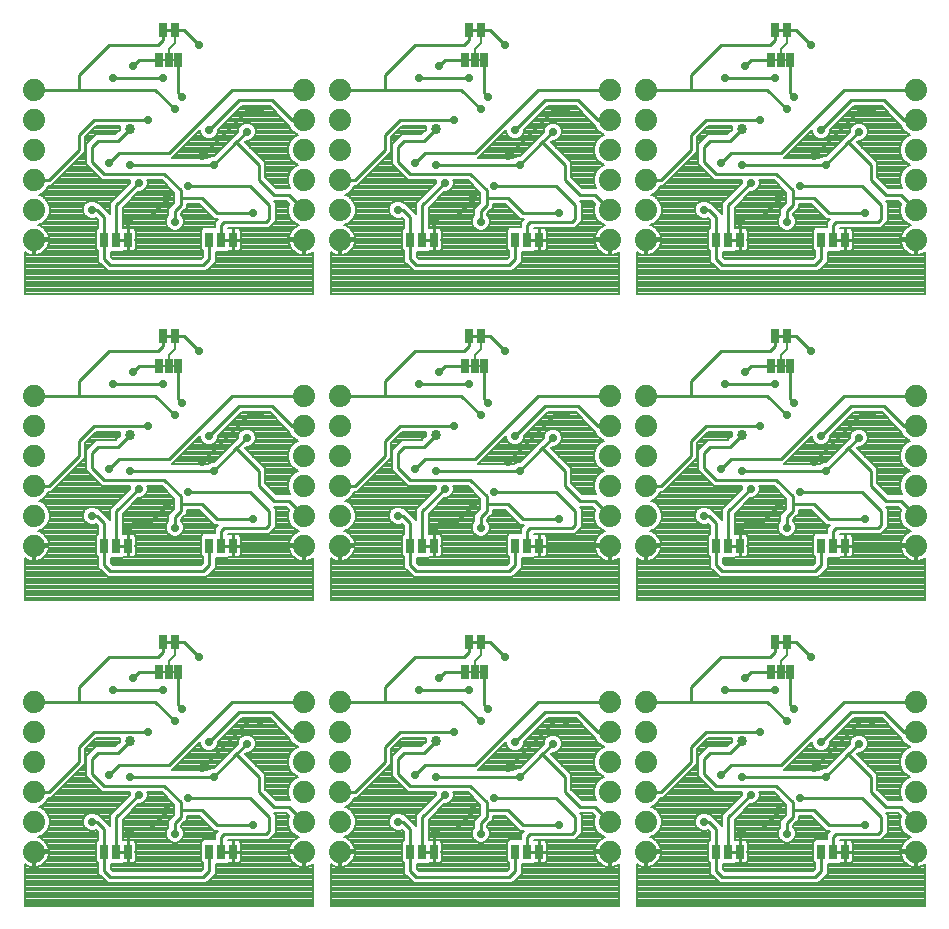
<source format=gbl>
G75*
%MOIN*%
%OFA0B0*%
%FSLAX25Y25*%
%IPPOS*%
%LPD*%
%AMOC8*
5,1,8,0,0,1.08239X$1,22.5*
%
%ADD10C,0.07400*%
%ADD11R,0.02500X0.05000*%
%ADD12C,0.00800*%
%ADD13C,0.01000*%
%ADD14C,0.02900*%
%ADD15C,0.03400*%
%ADD16C,0.00700*%
D10*
X0160833Y0155000D03*
X0160833Y0165000D03*
X0160833Y0175000D03*
X0160833Y0185000D03*
X0160833Y0195000D03*
X0160833Y0205000D03*
X0160833Y0257000D03*
X0160833Y0267000D03*
X0160833Y0277000D03*
X0160833Y0287000D03*
X0160833Y0297000D03*
X0160833Y0307000D03*
X0160833Y0359000D03*
X0160833Y0369000D03*
X0160833Y0379000D03*
X0160833Y0389000D03*
X0160833Y0399000D03*
X0160833Y0409000D03*
X0250833Y0409000D03*
X0250833Y0399000D03*
X0250833Y0389000D03*
X0250833Y0379000D03*
X0250833Y0369000D03*
X0250833Y0359000D03*
X0262833Y0359000D03*
X0262833Y0369000D03*
X0262833Y0379000D03*
X0262833Y0389000D03*
X0262833Y0399000D03*
X0262833Y0409000D03*
X0352833Y0409000D03*
X0352833Y0399000D03*
X0352833Y0389000D03*
X0352833Y0379000D03*
X0352833Y0369000D03*
X0352833Y0359000D03*
X0364833Y0359000D03*
X0364833Y0369000D03*
X0364833Y0379000D03*
X0364833Y0389000D03*
X0364833Y0399000D03*
X0364833Y0409000D03*
X0454833Y0409000D03*
X0454833Y0399000D03*
X0454833Y0389000D03*
X0454833Y0379000D03*
X0454833Y0369000D03*
X0454833Y0359000D03*
X0454833Y0307000D03*
X0454833Y0297000D03*
X0454833Y0287000D03*
X0454833Y0277000D03*
X0454833Y0267000D03*
X0454833Y0257000D03*
X0454833Y0205000D03*
X0454833Y0195000D03*
X0454833Y0185000D03*
X0454833Y0175000D03*
X0454833Y0165000D03*
X0454833Y0155000D03*
X0364833Y0155000D03*
X0364833Y0165000D03*
X0364833Y0175000D03*
X0364833Y0185000D03*
X0364833Y0195000D03*
X0364833Y0205000D03*
X0352833Y0205000D03*
X0352833Y0195000D03*
X0352833Y0185000D03*
X0352833Y0175000D03*
X0352833Y0165000D03*
X0352833Y0155000D03*
X0262833Y0155000D03*
X0262833Y0165000D03*
X0262833Y0175000D03*
X0262833Y0185000D03*
X0262833Y0195000D03*
X0250833Y0195000D03*
X0250833Y0185000D03*
X0250833Y0175000D03*
X0250833Y0165000D03*
X0250833Y0155000D03*
X0250833Y0205000D03*
X0262833Y0205000D03*
X0262833Y0257000D03*
X0262833Y0267000D03*
X0262833Y0277000D03*
X0262833Y0287000D03*
X0262833Y0297000D03*
X0262833Y0307000D03*
X0250833Y0307000D03*
X0250833Y0297000D03*
X0250833Y0287000D03*
X0250833Y0277000D03*
X0250833Y0267000D03*
X0250833Y0257000D03*
X0352833Y0257000D03*
X0352833Y0267000D03*
X0352833Y0277000D03*
X0352833Y0287000D03*
X0352833Y0297000D03*
X0352833Y0307000D03*
X0364833Y0307000D03*
X0364833Y0297000D03*
X0364833Y0287000D03*
X0364833Y0277000D03*
X0364833Y0267000D03*
X0364833Y0257000D03*
D11*
X0388333Y0257000D03*
X0392333Y0257000D03*
X0396333Y0257000D03*
X0423333Y0257000D03*
X0427333Y0257000D03*
X0431333Y0257000D03*
X0411833Y0225000D03*
X0407833Y0225000D03*
X0406633Y0215000D03*
X0409833Y0215000D03*
X0413033Y0215000D03*
X0423333Y0155000D03*
X0427333Y0155000D03*
X0431333Y0155000D03*
X0396333Y0155000D03*
X0392333Y0155000D03*
X0388333Y0155000D03*
X0329333Y0155000D03*
X0325333Y0155000D03*
X0321333Y0155000D03*
X0294333Y0155000D03*
X0290333Y0155000D03*
X0286333Y0155000D03*
X0227333Y0155000D03*
X0223333Y0155000D03*
X0219333Y0155000D03*
X0192333Y0155000D03*
X0188333Y0155000D03*
X0184333Y0155000D03*
X0202633Y0215000D03*
X0205833Y0215000D03*
X0209033Y0215000D03*
X0207833Y0225000D03*
X0203833Y0225000D03*
X0192333Y0257000D03*
X0188333Y0257000D03*
X0184333Y0257000D03*
X0219333Y0257000D03*
X0223333Y0257000D03*
X0227333Y0257000D03*
X0286333Y0257000D03*
X0290333Y0257000D03*
X0294333Y0257000D03*
X0321333Y0257000D03*
X0325333Y0257000D03*
X0329333Y0257000D03*
X0309833Y0225000D03*
X0305833Y0225000D03*
X0304633Y0215000D03*
X0307833Y0215000D03*
X0311033Y0215000D03*
X0311033Y0317000D03*
X0307833Y0317000D03*
X0304633Y0317000D03*
X0305833Y0327000D03*
X0309833Y0327000D03*
X0321333Y0359000D03*
X0325333Y0359000D03*
X0329333Y0359000D03*
X0294333Y0359000D03*
X0290333Y0359000D03*
X0286333Y0359000D03*
X0227333Y0359000D03*
X0223333Y0359000D03*
X0219333Y0359000D03*
X0192333Y0359000D03*
X0188333Y0359000D03*
X0184333Y0359000D03*
X0203833Y0327000D03*
X0207833Y0327000D03*
X0209033Y0317000D03*
X0205833Y0317000D03*
X0202633Y0317000D03*
X0202633Y0419000D03*
X0205833Y0419000D03*
X0209033Y0419000D03*
X0207833Y0429000D03*
X0203833Y0429000D03*
X0304633Y0419000D03*
X0307833Y0419000D03*
X0311033Y0419000D03*
X0309833Y0429000D03*
X0305833Y0429000D03*
X0388333Y0359000D03*
X0392333Y0359000D03*
X0396333Y0359000D03*
X0423333Y0359000D03*
X0427333Y0359000D03*
X0431333Y0359000D03*
X0411833Y0327000D03*
X0407833Y0327000D03*
X0406633Y0317000D03*
X0409833Y0317000D03*
X0413033Y0317000D03*
X0413033Y0419000D03*
X0409833Y0419000D03*
X0406633Y0419000D03*
X0407833Y0429000D03*
X0411833Y0429000D03*
D12*
X0157833Y0150876D02*
X0157833Y0137000D01*
X0253833Y0137000D01*
X0253833Y0150876D01*
X0253506Y0150638D01*
X0252791Y0150274D01*
X0252028Y0150026D01*
X0251235Y0149900D01*
X0251233Y0149900D01*
X0251233Y0154600D01*
X0250433Y0154600D01*
X0245733Y0154600D01*
X0245733Y0154599D01*
X0245859Y0153806D01*
X0246107Y0153042D01*
X0246471Y0152327D01*
X0246943Y0151678D01*
X0247511Y0151110D01*
X0248160Y0150638D01*
X0248876Y0150274D01*
X0249639Y0150026D01*
X0250432Y0149900D01*
X0250433Y0149900D01*
X0250433Y0154600D01*
X0250433Y0155400D01*
X0245733Y0155400D01*
X0245733Y0155401D01*
X0245859Y0156194D01*
X0246107Y0156958D01*
X0246471Y0157673D01*
X0246943Y0158322D01*
X0247511Y0158890D01*
X0248160Y0159362D01*
X0248876Y0159726D01*
X0249346Y0159879D01*
X0247831Y0160507D01*
X0246340Y0161998D01*
X0245533Y0163946D01*
X0245533Y0166054D01*
X0245907Y0166956D01*
X0244963Y0167900D01*
X0240903Y0167900D01*
X0241433Y0167370D01*
X0241433Y0161130D01*
X0240203Y0159900D01*
X0239203Y0158900D01*
X0225446Y0158900D01*
X0225542Y0158804D01*
X0225543Y0158805D01*
X0225899Y0158900D01*
X0227108Y0158900D01*
X0227108Y0157100D01*
X0227558Y0157100D01*
X0227558Y0158900D01*
X0228768Y0158900D01*
X0229124Y0158805D01*
X0229443Y0158620D01*
X0229704Y0158360D01*
X0229888Y0158040D01*
X0229983Y0157684D01*
X0229983Y0155225D01*
X0229433Y0155225D01*
X0229433Y0154775D01*
X0229983Y0154775D01*
X0229983Y0152316D01*
X0229888Y0151960D01*
X0229704Y0151640D01*
X0229443Y0151380D01*
X0229124Y0151195D01*
X0228768Y0151100D01*
X0227558Y0151100D01*
X0227558Y0152900D01*
X0227108Y0152900D01*
X0227108Y0151100D01*
X0225899Y0151100D01*
X0225543Y0151195D01*
X0225542Y0151196D01*
X0225246Y0150900D01*
X0221433Y0150900D01*
X0221433Y0147630D01*
X0219433Y0145630D01*
X0218203Y0144400D01*
X0185463Y0144400D01*
X0183463Y0146400D01*
X0182233Y0147630D01*
X0182233Y0151087D01*
X0181483Y0151837D01*
X0181483Y0158163D01*
X0182233Y0158913D01*
X0182233Y0161630D01*
X0181628Y0162235D01*
X0180940Y0161950D01*
X0179727Y0161950D01*
X0178606Y0162414D01*
X0177748Y0163272D01*
X0177283Y0164393D01*
X0177283Y0165607D01*
X0177748Y0166728D01*
X0178606Y0167586D01*
X0179727Y0168050D01*
X0180940Y0168050D01*
X0182061Y0167586D01*
X0182547Y0167100D01*
X0182703Y0167100D01*
X0183933Y0165870D01*
X0186233Y0163570D01*
X0186233Y0167370D01*
X0187463Y0168600D01*
X0192783Y0173920D01*
X0192783Y0174607D01*
X0192905Y0174900D01*
X0183463Y0174900D01*
X0179463Y0178900D01*
X0178233Y0180130D01*
X0178233Y0186870D01*
X0179463Y0188100D01*
X0179463Y0188100D01*
X0180233Y0188870D01*
X0180233Y0188870D01*
X0181463Y0190100D01*
X0187963Y0190100D01*
X0189533Y0191670D01*
X0189533Y0192656D01*
X0189634Y0192900D01*
X0181703Y0192900D01*
X0177933Y0189130D01*
X0177933Y0184130D01*
X0167933Y0174130D01*
X0166703Y0172900D01*
X0165700Y0172900D01*
X0165326Y0171998D01*
X0163836Y0170507D01*
X0162612Y0170000D01*
X0163836Y0169493D01*
X0165326Y0168002D01*
X0166133Y0166054D01*
X0166133Y0163946D01*
X0165326Y0161998D01*
X0163836Y0160507D01*
X0162320Y0159879D01*
X0162791Y0159726D01*
X0163506Y0159362D01*
X0164156Y0158890D01*
X0164723Y0158322D01*
X0165195Y0157673D01*
X0165560Y0156958D01*
X0165808Y0156194D01*
X0165933Y0155401D01*
X0165933Y0155400D01*
X0161233Y0155400D01*
X0161233Y0154600D01*
X0161233Y0149900D01*
X0161235Y0149900D01*
X0162028Y0150026D01*
X0162791Y0150274D01*
X0163506Y0150638D01*
X0164156Y0151110D01*
X0164723Y0151678D01*
X0165195Y0152327D01*
X0165560Y0153042D01*
X0165808Y0153806D01*
X0165933Y0154599D01*
X0165933Y0154600D01*
X0161233Y0154600D01*
X0160433Y0154600D01*
X0160433Y0149900D01*
X0160432Y0149900D01*
X0159639Y0150026D01*
X0158876Y0150274D01*
X0158160Y0150638D01*
X0157833Y0150876D01*
X0157833Y0150172D02*
X0159189Y0150172D01*
X0160433Y0150172D02*
X0161233Y0150172D01*
X0161233Y0150970D02*
X0160433Y0150970D01*
X0160433Y0151769D02*
X0161233Y0151769D01*
X0161233Y0152567D02*
X0160433Y0152567D01*
X0160433Y0153366D02*
X0161233Y0153366D01*
X0161233Y0154164D02*
X0160433Y0154164D01*
X0161233Y0154963D02*
X0181483Y0154963D01*
X0181483Y0155761D02*
X0165876Y0155761D01*
X0165689Y0156560D02*
X0181483Y0156560D01*
X0181483Y0157358D02*
X0165356Y0157358D01*
X0164844Y0158157D02*
X0181483Y0158157D01*
X0182233Y0158955D02*
X0164066Y0158955D01*
X0162706Y0159754D02*
X0182233Y0159754D01*
X0182233Y0160552D02*
X0163881Y0160552D01*
X0164680Y0161351D02*
X0182233Y0161351D01*
X0181714Y0162149D02*
X0181421Y0162149D01*
X0179245Y0162149D02*
X0165389Y0162149D01*
X0165720Y0162948D02*
X0178072Y0162948D01*
X0177551Y0163746D02*
X0166051Y0163746D01*
X0166133Y0164545D02*
X0177283Y0164545D01*
X0177283Y0165343D02*
X0166133Y0165343D01*
X0166097Y0166142D02*
X0177505Y0166142D01*
X0177960Y0166940D02*
X0165766Y0166940D01*
X0165435Y0167739D02*
X0178976Y0167739D01*
X0181691Y0167739D02*
X0186602Y0167739D01*
X0186233Y0166940D02*
X0182863Y0166940D01*
X0183661Y0166142D02*
X0186233Y0166142D01*
X0186233Y0165343D02*
X0184460Y0165343D01*
X0185258Y0164545D02*
X0186233Y0164545D01*
X0186233Y0163746D02*
X0186057Y0163746D01*
X0190433Y0163746D02*
X0205733Y0163746D01*
X0205733Y0163213D02*
X0205248Y0162728D01*
X0204783Y0161607D01*
X0204783Y0160393D01*
X0205248Y0159272D01*
X0206106Y0158414D01*
X0207227Y0157950D01*
X0208440Y0157950D01*
X0209561Y0158414D01*
X0210419Y0159272D01*
X0210883Y0160393D01*
X0210883Y0161607D01*
X0210419Y0162728D01*
X0209933Y0163213D01*
X0209933Y0163630D01*
X0210703Y0164400D01*
X0211933Y0165630D01*
X0211933Y0166900D01*
X0215963Y0166900D01*
X0220963Y0161900D01*
X0222263Y0161900D01*
X0222233Y0161870D01*
X0221233Y0160870D01*
X0221233Y0159100D01*
X0217421Y0159100D01*
X0216483Y0158163D01*
X0216483Y0151837D01*
X0217233Y0151087D01*
X0217233Y0149370D01*
X0216463Y0148600D01*
X0187203Y0148600D01*
X0186433Y0149370D01*
X0186433Y0150900D01*
X0190246Y0150900D01*
X0190542Y0151196D01*
X0190543Y0151195D01*
X0190899Y0151100D01*
X0192108Y0151100D01*
X0192108Y0152900D01*
X0192558Y0152900D01*
X0192558Y0151100D01*
X0193768Y0151100D01*
X0194124Y0151195D01*
X0194443Y0151380D01*
X0194704Y0151640D01*
X0194888Y0151960D01*
X0194983Y0152316D01*
X0194983Y0154775D01*
X0194433Y0154775D01*
X0194433Y0155225D01*
X0194983Y0155225D01*
X0194983Y0157684D01*
X0194888Y0158040D01*
X0194704Y0158360D01*
X0194443Y0158620D01*
X0194124Y0158805D01*
X0193768Y0158900D01*
X0192558Y0158900D01*
X0192558Y0157100D01*
X0192108Y0157100D01*
X0192108Y0158900D01*
X0190899Y0158900D01*
X0190543Y0158805D01*
X0190542Y0158804D01*
X0190433Y0158913D01*
X0190433Y0165630D01*
X0195753Y0170950D01*
X0196440Y0170950D01*
X0197561Y0171414D01*
X0198419Y0172272D01*
X0198883Y0173393D01*
X0198883Y0174607D01*
X0198762Y0174900D01*
X0203463Y0174900D01*
X0207733Y0170630D01*
X0207733Y0167370D01*
X0205733Y0165370D01*
X0205733Y0163213D01*
X0205468Y0162948D02*
X0190433Y0162948D01*
X0190433Y0162149D02*
X0205008Y0162149D01*
X0204783Y0161351D02*
X0190433Y0161351D01*
X0190433Y0160552D02*
X0204783Y0160552D01*
X0205048Y0159754D02*
X0190433Y0159754D01*
X0190433Y0158955D02*
X0205565Y0158955D01*
X0206727Y0158157D02*
X0194821Y0158157D01*
X0194983Y0157358D02*
X0216483Y0157358D01*
X0216483Y0156560D02*
X0194983Y0156560D01*
X0194983Y0155761D02*
X0216483Y0155761D01*
X0216483Y0154963D02*
X0194433Y0154963D01*
X0194983Y0154164D02*
X0216483Y0154164D01*
X0216483Y0153366D02*
X0194983Y0153366D01*
X0194983Y0152567D02*
X0216483Y0152567D01*
X0216552Y0151769D02*
X0194778Y0151769D01*
X0192558Y0151769D02*
X0192108Y0151769D01*
X0192108Y0152567D02*
X0192558Y0152567D01*
X0190316Y0150970D02*
X0217233Y0150970D01*
X0217233Y0150172D02*
X0186433Y0150172D01*
X0186433Y0149373D02*
X0217233Y0149373D01*
X0221433Y0149373D02*
X0253833Y0149373D01*
X0253833Y0148575D02*
X0221433Y0148575D01*
X0221433Y0147776D02*
X0253833Y0147776D01*
X0253833Y0146978D02*
X0220781Y0146978D01*
X0219982Y0146179D02*
X0253833Y0146179D01*
X0253833Y0145381D02*
X0219184Y0145381D01*
X0218385Y0144582D02*
X0253833Y0144582D01*
X0253833Y0143784D02*
X0157833Y0143784D01*
X0157833Y0144582D02*
X0185281Y0144582D01*
X0184483Y0145381D02*
X0157833Y0145381D01*
X0157833Y0146179D02*
X0183684Y0146179D01*
X0182886Y0146978D02*
X0157833Y0146978D01*
X0157833Y0147776D02*
X0182233Y0147776D01*
X0182233Y0148575D02*
X0157833Y0148575D01*
X0157833Y0149373D02*
X0182233Y0149373D01*
X0182233Y0150172D02*
X0162477Y0150172D01*
X0163963Y0150970D02*
X0182233Y0150970D01*
X0181552Y0151769D02*
X0164790Y0151769D01*
X0165318Y0152567D02*
X0181483Y0152567D01*
X0181483Y0153366D02*
X0165665Y0153366D01*
X0165865Y0154164D02*
X0181483Y0154164D01*
X0192108Y0157358D02*
X0192558Y0157358D01*
X0192558Y0158157D02*
X0192108Y0158157D01*
X0190433Y0164545D02*
X0205733Y0164545D01*
X0205733Y0165343D02*
X0190433Y0165343D01*
X0190945Y0166142D02*
X0206505Y0166142D01*
X0207304Y0166940D02*
X0191744Y0166940D01*
X0192542Y0167739D02*
X0207733Y0167739D01*
X0207733Y0168537D02*
X0193341Y0168537D01*
X0194139Y0169336D02*
X0207733Y0169336D01*
X0207733Y0170134D02*
X0194938Y0170134D01*
X0195736Y0170933D02*
X0207430Y0170933D01*
X0206632Y0171732D02*
X0197878Y0171732D01*
X0198526Y0172530D02*
X0205833Y0172530D01*
X0205035Y0173329D02*
X0198856Y0173329D01*
X0198883Y0174127D02*
X0204236Y0174127D01*
X0206903Y0182100D02*
X0216283Y0191480D01*
X0216283Y0190893D01*
X0216748Y0189772D01*
X0217606Y0188914D01*
X0218727Y0188450D01*
X0219940Y0188450D01*
X0221061Y0188914D01*
X0221919Y0189772D01*
X0222383Y0190893D01*
X0222383Y0191580D01*
X0230203Y0199400D01*
X0239463Y0199400D01*
X0244733Y0194130D01*
X0245963Y0192900D01*
X0245966Y0192900D01*
X0246340Y0191998D01*
X0247831Y0190507D01*
X0249055Y0190000D01*
X0247831Y0189493D01*
X0246340Y0188002D01*
X0245533Y0186054D01*
X0245533Y0183946D01*
X0246340Y0181998D01*
X0247831Y0180507D01*
X0249055Y0180000D01*
X0247831Y0179493D01*
X0246340Y0178002D01*
X0245533Y0176054D01*
X0245533Y0173946D01*
X0246298Y0172100D01*
X0241703Y0172100D01*
X0237933Y0175870D01*
X0237933Y0180870D01*
X0231303Y0187500D01*
X0231753Y0187950D01*
X0232440Y0187950D01*
X0233561Y0188414D01*
X0234419Y0189272D01*
X0234883Y0190393D01*
X0234883Y0191607D01*
X0234419Y0192728D01*
X0233561Y0193586D01*
X0232440Y0194050D01*
X0231227Y0194050D01*
X0230106Y0193586D01*
X0229248Y0192728D01*
X0228783Y0191607D01*
X0228783Y0190920D01*
X0227463Y0189600D01*
X0226233Y0188370D01*
X0220913Y0183050D01*
X0220227Y0183050D01*
X0219106Y0182586D01*
X0218620Y0182100D01*
X0206903Y0182100D01*
X0206915Y0182112D02*
X0218632Y0182112D01*
X0219890Y0182911D02*
X0207714Y0182911D01*
X0208512Y0183709D02*
X0221573Y0183709D01*
X0222371Y0184508D02*
X0209311Y0184508D01*
X0210109Y0185306D02*
X0223170Y0185306D01*
X0223968Y0186105D02*
X0210908Y0186105D01*
X0211706Y0186903D02*
X0224767Y0186903D01*
X0225565Y0187702D02*
X0212505Y0187702D01*
X0213303Y0188500D02*
X0218605Y0188500D01*
X0220061Y0188500D02*
X0226364Y0188500D01*
X0227162Y0189299D02*
X0221445Y0189299D01*
X0222054Y0190097D02*
X0227961Y0190097D01*
X0228759Y0190896D02*
X0222383Y0190896D01*
X0222497Y0191694D02*
X0228820Y0191694D01*
X0229150Y0192493D02*
X0223296Y0192493D01*
X0224095Y0193291D02*
X0229811Y0193291D01*
X0233855Y0193291D02*
X0245572Y0193291D01*
X0246135Y0192493D02*
X0234516Y0192493D01*
X0234847Y0191694D02*
X0246644Y0191694D01*
X0247442Y0190896D02*
X0234883Y0190896D01*
X0234761Y0190097D02*
X0248820Y0190097D01*
X0247637Y0189299D02*
X0234430Y0189299D01*
X0233647Y0188500D02*
X0246838Y0188500D01*
X0246216Y0187702D02*
X0231505Y0187702D01*
X0231900Y0186903D02*
X0245885Y0186903D01*
X0245554Y0186105D02*
X0232698Y0186105D01*
X0233497Y0185306D02*
X0245533Y0185306D01*
X0245533Y0184508D02*
X0234295Y0184508D01*
X0235094Y0183709D02*
X0245631Y0183709D01*
X0245962Y0182911D02*
X0235892Y0182911D01*
X0236691Y0182112D02*
X0246293Y0182112D01*
X0247024Y0181314D02*
X0237490Y0181314D01*
X0237933Y0180515D02*
X0247823Y0180515D01*
X0248371Y0179717D02*
X0237933Y0179717D01*
X0237933Y0178918D02*
X0247256Y0178918D01*
X0246458Y0178120D02*
X0237933Y0178120D01*
X0237933Y0177321D02*
X0246058Y0177321D01*
X0245727Y0176523D02*
X0237933Y0176523D01*
X0238079Y0175724D02*
X0245533Y0175724D01*
X0245533Y0174926D02*
X0238878Y0174926D01*
X0239676Y0174127D02*
X0245533Y0174127D01*
X0245789Y0173329D02*
X0240475Y0173329D01*
X0241273Y0172530D02*
X0246120Y0172530D01*
X0245125Y0167739D02*
X0241064Y0167739D01*
X0241433Y0166940D02*
X0245900Y0166940D01*
X0245570Y0166142D02*
X0241433Y0166142D01*
X0241433Y0165343D02*
X0245533Y0165343D01*
X0245533Y0164545D02*
X0241433Y0164545D01*
X0241433Y0163746D02*
X0245616Y0163746D01*
X0245947Y0162948D02*
X0241433Y0162948D01*
X0241433Y0162149D02*
X0246277Y0162149D01*
X0246987Y0161351D02*
X0241433Y0161351D01*
X0240856Y0160552D02*
X0247786Y0160552D01*
X0248960Y0159754D02*
X0240057Y0159754D01*
X0239259Y0158955D02*
X0247601Y0158955D01*
X0246823Y0158157D02*
X0229821Y0158157D01*
X0229983Y0157358D02*
X0246311Y0157358D01*
X0245978Y0156560D02*
X0229983Y0156560D01*
X0229983Y0155761D02*
X0245790Y0155761D01*
X0245802Y0154164D02*
X0229983Y0154164D01*
X0229983Y0153366D02*
X0246002Y0153366D01*
X0246349Y0152567D02*
X0229983Y0152567D01*
X0229778Y0151769D02*
X0246877Y0151769D01*
X0247703Y0150970D02*
X0225316Y0150970D01*
X0227108Y0151769D02*
X0227558Y0151769D01*
X0227558Y0152567D02*
X0227108Y0152567D01*
X0229433Y0154963D02*
X0250433Y0154963D01*
X0250433Y0154164D02*
X0251233Y0154164D01*
X0251233Y0153366D02*
X0250433Y0153366D01*
X0250433Y0152567D02*
X0251233Y0152567D01*
X0251233Y0151769D02*
X0250433Y0151769D01*
X0250433Y0150970D02*
X0251233Y0150970D01*
X0251233Y0150172D02*
X0250433Y0150172D01*
X0249189Y0150172D02*
X0221433Y0150172D01*
X0227108Y0157358D02*
X0227558Y0157358D01*
X0227558Y0158157D02*
X0227108Y0158157D01*
X0221233Y0159754D02*
X0210618Y0159754D01*
X0210883Y0160552D02*
X0221233Y0160552D01*
X0221714Y0161351D02*
X0210883Y0161351D01*
X0210659Y0162149D02*
X0220714Y0162149D01*
X0219916Y0162948D02*
X0210199Y0162948D01*
X0210050Y0163746D02*
X0219117Y0163746D01*
X0218319Y0164545D02*
X0210848Y0164545D01*
X0211647Y0165343D02*
X0217520Y0165343D01*
X0216722Y0166142D02*
X0211933Y0166142D01*
X0210102Y0158955D02*
X0217276Y0158955D01*
X0216483Y0158157D02*
X0208939Y0158157D01*
X0192192Y0173329D02*
X0167132Y0173329D01*
X0167930Y0174127D02*
X0192783Y0174127D01*
X0191394Y0172530D02*
X0165547Y0172530D01*
X0165060Y0171732D02*
X0190595Y0171732D01*
X0189796Y0170933D02*
X0164262Y0170933D01*
X0162937Y0170134D02*
X0188998Y0170134D01*
X0188199Y0169336D02*
X0163993Y0169336D01*
X0164791Y0168537D02*
X0187401Y0168537D01*
X0183438Y0174926D02*
X0168729Y0174926D01*
X0169527Y0175724D02*
X0182639Y0175724D01*
X0181841Y0176523D02*
X0170326Y0176523D01*
X0171124Y0177321D02*
X0181042Y0177321D01*
X0180244Y0178120D02*
X0171923Y0178120D01*
X0172721Y0178918D02*
X0179445Y0178918D01*
X0178647Y0179717D02*
X0173520Y0179717D01*
X0174318Y0180515D02*
X0178233Y0180515D01*
X0178233Y0181314D02*
X0175117Y0181314D01*
X0175915Y0182112D02*
X0178233Y0182112D01*
X0178233Y0182911D02*
X0176714Y0182911D01*
X0177512Y0183709D02*
X0178233Y0183709D01*
X0178233Y0184508D02*
X0177933Y0184508D01*
X0177933Y0185306D02*
X0178233Y0185306D01*
X0178233Y0186105D02*
X0177933Y0186105D01*
X0177933Y0186903D02*
X0178267Y0186903D01*
X0177933Y0187702D02*
X0179065Y0187702D01*
X0179864Y0188500D02*
X0177933Y0188500D01*
X0178102Y0189299D02*
X0180662Y0189299D01*
X0181461Y0190097D02*
X0178900Y0190097D01*
X0179699Y0190896D02*
X0188759Y0190896D01*
X0189533Y0191694D02*
X0180497Y0191694D01*
X0181296Y0192493D02*
X0189533Y0192493D01*
X0214102Y0189299D02*
X0217221Y0189299D01*
X0216613Y0190097D02*
X0214900Y0190097D01*
X0215699Y0190896D02*
X0216283Y0190896D01*
X0224893Y0194090D02*
X0244774Y0194090D01*
X0243975Y0194888D02*
X0225692Y0194888D01*
X0226490Y0195687D02*
X0243177Y0195687D01*
X0242378Y0196485D02*
X0227289Y0196485D01*
X0228087Y0197284D02*
X0241580Y0197284D01*
X0240781Y0198082D02*
X0228886Y0198082D01*
X0229684Y0198881D02*
X0239983Y0198881D01*
X0209833Y0215000D02*
X0206833Y0215000D01*
X0204833Y0215000D02*
X0201833Y0215000D01*
X0185463Y0246400D02*
X0218203Y0246400D01*
X0219433Y0247630D01*
X0221433Y0249630D01*
X0221433Y0252900D01*
X0225246Y0252900D01*
X0225542Y0253196D01*
X0225543Y0253195D01*
X0225899Y0253100D01*
X0227108Y0253100D01*
X0227108Y0254900D01*
X0227558Y0254900D01*
X0227558Y0253100D01*
X0228768Y0253100D01*
X0229124Y0253195D01*
X0229443Y0253380D01*
X0229704Y0253640D01*
X0229888Y0253960D01*
X0229983Y0254316D01*
X0229983Y0256775D01*
X0229433Y0256775D01*
X0229433Y0257225D01*
X0229983Y0257225D01*
X0229983Y0259684D01*
X0229888Y0260040D01*
X0229704Y0260360D01*
X0229443Y0260620D01*
X0229124Y0260805D01*
X0228768Y0260900D01*
X0227558Y0260900D01*
X0227558Y0259100D01*
X0227108Y0259100D01*
X0227108Y0260900D01*
X0225899Y0260900D01*
X0225543Y0260805D01*
X0225542Y0260804D01*
X0225446Y0260900D01*
X0239203Y0260900D01*
X0240203Y0261900D01*
X0241433Y0263130D01*
X0241433Y0269370D01*
X0240903Y0269900D01*
X0244963Y0269900D01*
X0245907Y0268956D01*
X0245533Y0268054D01*
X0245533Y0265946D01*
X0246340Y0263998D01*
X0247831Y0262507D01*
X0249346Y0261879D01*
X0248876Y0261726D01*
X0248160Y0261362D01*
X0247511Y0260890D01*
X0246943Y0260322D01*
X0246471Y0259673D01*
X0246107Y0258958D01*
X0245859Y0258194D01*
X0245733Y0257401D01*
X0245733Y0257400D01*
X0250433Y0257400D01*
X0250433Y0256600D01*
X0245733Y0256600D01*
X0245733Y0256599D01*
X0245859Y0255806D01*
X0246107Y0255042D01*
X0246471Y0254327D01*
X0246943Y0253678D01*
X0247511Y0253110D01*
X0248160Y0252638D01*
X0248876Y0252274D01*
X0249639Y0252026D01*
X0250432Y0251900D01*
X0250433Y0251900D01*
X0250433Y0256600D01*
X0251233Y0256600D01*
X0251233Y0251900D01*
X0251235Y0251900D01*
X0252028Y0252026D01*
X0252791Y0252274D01*
X0253506Y0252638D01*
X0253833Y0252876D01*
X0253833Y0239000D01*
X0157833Y0239000D01*
X0157833Y0252876D01*
X0158160Y0252638D01*
X0158876Y0252274D01*
X0159639Y0252026D01*
X0160432Y0251900D01*
X0160433Y0251900D01*
X0160433Y0256600D01*
X0161233Y0256600D01*
X0161233Y0251900D01*
X0161235Y0251900D01*
X0162028Y0252026D01*
X0162791Y0252274D01*
X0163506Y0252638D01*
X0164156Y0253110D01*
X0164723Y0253678D01*
X0165195Y0254327D01*
X0165560Y0255042D01*
X0165808Y0255806D01*
X0165933Y0256599D01*
X0165933Y0256600D01*
X0161233Y0256600D01*
X0161233Y0257400D01*
X0165933Y0257400D01*
X0165933Y0257401D01*
X0165808Y0258194D01*
X0165560Y0258958D01*
X0165195Y0259673D01*
X0164723Y0260322D01*
X0164156Y0260890D01*
X0163506Y0261362D01*
X0162791Y0261726D01*
X0162320Y0261879D01*
X0163836Y0262507D01*
X0165326Y0263998D01*
X0166133Y0265946D01*
X0166133Y0268054D01*
X0165326Y0270002D01*
X0163836Y0271493D01*
X0162612Y0272000D01*
X0163836Y0272507D01*
X0165326Y0273998D01*
X0165700Y0274900D01*
X0166703Y0274900D01*
X0167933Y0276130D01*
X0177933Y0286130D01*
X0177933Y0291130D01*
X0181703Y0294900D01*
X0189634Y0294900D01*
X0189533Y0294656D01*
X0189533Y0293670D01*
X0187963Y0292100D01*
X0181463Y0292100D01*
X0180233Y0290870D01*
X0178233Y0288870D01*
X0178233Y0282130D01*
X0179463Y0280900D01*
X0183463Y0276900D01*
X0192905Y0276900D01*
X0192783Y0276607D01*
X0192783Y0275920D01*
X0187463Y0270600D01*
X0186233Y0269370D01*
X0186233Y0265570D01*
X0183933Y0267870D01*
X0182703Y0269100D01*
X0182547Y0269100D01*
X0182061Y0269586D01*
X0180940Y0270050D01*
X0179727Y0270050D01*
X0178606Y0269586D01*
X0177748Y0268728D01*
X0177283Y0267607D01*
X0177283Y0266393D01*
X0177748Y0265272D01*
X0178606Y0264414D01*
X0179727Y0263950D01*
X0180940Y0263950D01*
X0181628Y0264235D01*
X0182233Y0263630D01*
X0182233Y0260913D01*
X0181483Y0260163D01*
X0181483Y0253837D01*
X0182233Y0253087D01*
X0182233Y0249630D01*
X0183463Y0248400D01*
X0185463Y0246400D01*
X0185072Y0246792D02*
X0157833Y0246792D01*
X0157833Y0247590D02*
X0184273Y0247590D01*
X0183475Y0248389D02*
X0157833Y0248389D01*
X0157833Y0249187D02*
X0182676Y0249187D01*
X0182233Y0249986D02*
X0157833Y0249986D01*
X0157833Y0250784D02*
X0182233Y0250784D01*
X0182233Y0251583D02*
X0157833Y0251583D01*
X0157833Y0252381D02*
X0158665Y0252381D01*
X0160433Y0252381D02*
X0161233Y0252381D01*
X0161233Y0253180D02*
X0160433Y0253180D01*
X0160433Y0253978D02*
X0161233Y0253978D01*
X0161233Y0254777D02*
X0160433Y0254777D01*
X0160433Y0255575D02*
X0161233Y0255575D01*
X0161233Y0256374D02*
X0160433Y0256374D01*
X0161233Y0257172D02*
X0181483Y0257172D01*
X0181483Y0256374D02*
X0165898Y0256374D01*
X0165733Y0255575D02*
X0181483Y0255575D01*
X0181483Y0254777D02*
X0165424Y0254777D01*
X0164942Y0253978D02*
X0181483Y0253978D01*
X0182141Y0253180D02*
X0164225Y0253180D01*
X0163002Y0252381D02*
X0182233Y0252381D01*
X0186433Y0252381D02*
X0217233Y0252381D01*
X0217233Y0253087D02*
X0217233Y0251370D01*
X0216463Y0250600D01*
X0187203Y0250600D01*
X0186433Y0251370D01*
X0186433Y0252900D01*
X0190246Y0252900D01*
X0190542Y0253196D01*
X0190543Y0253195D01*
X0190899Y0253100D01*
X0192108Y0253100D01*
X0192108Y0254900D01*
X0192558Y0254900D01*
X0192558Y0253100D01*
X0193768Y0253100D01*
X0194124Y0253195D01*
X0194443Y0253380D01*
X0194704Y0253640D01*
X0194888Y0253960D01*
X0194983Y0254316D01*
X0194983Y0256775D01*
X0194433Y0256775D01*
X0194433Y0257225D01*
X0194983Y0257225D01*
X0194983Y0259684D01*
X0194888Y0260040D01*
X0194704Y0260360D01*
X0194443Y0260620D01*
X0194124Y0260805D01*
X0193768Y0260900D01*
X0192558Y0260900D01*
X0192558Y0259100D01*
X0192108Y0259100D01*
X0192108Y0260900D01*
X0190899Y0260900D01*
X0190543Y0260805D01*
X0190542Y0260804D01*
X0190433Y0260913D01*
X0190433Y0267630D01*
X0195753Y0272950D01*
X0196440Y0272950D01*
X0197561Y0273414D01*
X0198419Y0274272D01*
X0198883Y0275393D01*
X0198883Y0276607D01*
X0198762Y0276900D01*
X0203463Y0276900D01*
X0207733Y0272630D01*
X0207733Y0269370D01*
X0205733Y0267370D01*
X0205733Y0265213D01*
X0205248Y0264728D01*
X0204783Y0263607D01*
X0204783Y0262393D01*
X0205248Y0261272D01*
X0206106Y0260414D01*
X0207227Y0259950D01*
X0208440Y0259950D01*
X0209561Y0260414D01*
X0210419Y0261272D01*
X0210883Y0262393D01*
X0210883Y0263607D01*
X0210419Y0264728D01*
X0209933Y0265213D01*
X0209933Y0265630D01*
X0210703Y0266400D01*
X0211933Y0267630D01*
X0211933Y0268900D01*
X0215963Y0268900D01*
X0220963Y0263900D01*
X0222263Y0263900D01*
X0222233Y0263870D01*
X0221233Y0262870D01*
X0221233Y0261100D01*
X0217421Y0261100D01*
X0216483Y0260163D01*
X0216483Y0253837D01*
X0217233Y0253087D01*
X0217141Y0253180D02*
X0194065Y0253180D01*
X0194893Y0253978D02*
X0216483Y0253978D01*
X0216483Y0254777D02*
X0194983Y0254777D01*
X0194983Y0255575D02*
X0216483Y0255575D01*
X0216483Y0256374D02*
X0194983Y0256374D01*
X0194433Y0257172D02*
X0216483Y0257172D01*
X0216483Y0257971D02*
X0194983Y0257971D01*
X0194983Y0258769D02*
X0216483Y0258769D01*
X0216483Y0259568D02*
X0194983Y0259568D01*
X0194697Y0260366D02*
X0206222Y0260366D01*
X0205355Y0261165D02*
X0190433Y0261165D01*
X0190433Y0261963D02*
X0204961Y0261963D01*
X0204783Y0262762D02*
X0190433Y0262762D01*
X0190433Y0263560D02*
X0204783Y0263560D01*
X0205095Y0264359D02*
X0190433Y0264359D01*
X0190433Y0265157D02*
X0205677Y0265157D01*
X0205733Y0265956D02*
X0190433Y0265956D01*
X0190433Y0266754D02*
X0205733Y0266754D01*
X0205916Y0267553D02*
X0190433Y0267553D01*
X0191155Y0268351D02*
X0206715Y0268351D01*
X0207513Y0269150D02*
X0191953Y0269150D01*
X0192752Y0269948D02*
X0207733Y0269948D01*
X0207733Y0270747D02*
X0193550Y0270747D01*
X0194349Y0271545D02*
X0207733Y0271545D01*
X0207733Y0272344D02*
X0195147Y0272344D01*
X0196905Y0273142D02*
X0207221Y0273142D01*
X0206423Y0273941D02*
X0198088Y0273941D01*
X0198612Y0274739D02*
X0205624Y0274739D01*
X0204825Y0275538D02*
X0198883Y0275538D01*
X0198883Y0276337D02*
X0204027Y0276337D01*
X0206903Y0284100D02*
X0207933Y0285130D01*
X0216283Y0293480D01*
X0216283Y0292893D01*
X0216748Y0291772D01*
X0217606Y0290914D01*
X0218727Y0290450D01*
X0219940Y0290450D01*
X0221061Y0290914D01*
X0221919Y0291772D01*
X0222383Y0292893D01*
X0222383Y0293580D01*
X0230203Y0301400D01*
X0239463Y0301400D01*
X0244733Y0296130D01*
X0245963Y0294900D01*
X0245966Y0294900D01*
X0246340Y0293998D01*
X0247831Y0292507D01*
X0249055Y0292000D01*
X0247831Y0291493D01*
X0246340Y0290002D01*
X0245533Y0288054D01*
X0245533Y0285946D01*
X0246340Y0283998D01*
X0247831Y0282507D01*
X0249055Y0282000D01*
X0247831Y0281493D01*
X0246340Y0280002D01*
X0245533Y0278054D01*
X0245533Y0275946D01*
X0246298Y0274100D01*
X0241703Y0274100D01*
X0237933Y0277870D01*
X0237933Y0282870D01*
X0231303Y0289500D01*
X0231753Y0289950D01*
X0232440Y0289950D01*
X0233561Y0290414D01*
X0234419Y0291272D01*
X0234883Y0292393D01*
X0234883Y0293607D01*
X0234419Y0294728D01*
X0233561Y0295586D01*
X0232440Y0296050D01*
X0231227Y0296050D01*
X0230106Y0295586D01*
X0229248Y0294728D01*
X0228783Y0293607D01*
X0228783Y0292920D01*
X0227463Y0291600D01*
X0226233Y0290370D01*
X0220913Y0285050D01*
X0220227Y0285050D01*
X0219106Y0284586D01*
X0218620Y0284100D01*
X0206903Y0284100D01*
X0207125Y0284322D02*
X0218842Y0284322D01*
X0220984Y0285120D02*
X0207923Y0285120D01*
X0208722Y0285919D02*
X0221782Y0285919D01*
X0222581Y0286717D02*
X0209520Y0286717D01*
X0210319Y0287516D02*
X0223379Y0287516D01*
X0224178Y0288314D02*
X0211117Y0288314D01*
X0211916Y0289113D02*
X0224976Y0289113D01*
X0225775Y0289911D02*
X0212714Y0289911D01*
X0213513Y0290710D02*
X0218100Y0290710D01*
X0217012Y0291508D02*
X0214311Y0291508D01*
X0215110Y0292307D02*
X0216526Y0292307D01*
X0216283Y0293105D02*
X0215908Y0293105D01*
X0220567Y0290710D02*
X0226573Y0290710D01*
X0227372Y0291508D02*
X0221655Y0291508D01*
X0222140Y0292307D02*
X0228170Y0292307D01*
X0228783Y0293105D02*
X0222383Y0293105D01*
X0222707Y0293904D02*
X0228906Y0293904D01*
X0229237Y0294702D02*
X0223505Y0294702D01*
X0224304Y0295501D02*
X0230021Y0295501D01*
X0233646Y0295501D02*
X0245363Y0295501D01*
X0246048Y0294702D02*
X0234430Y0294702D01*
X0234760Y0293904D02*
X0246434Y0293904D01*
X0247233Y0293105D02*
X0234883Y0293105D01*
X0234847Y0292307D02*
X0248314Y0292307D01*
X0247868Y0291508D02*
X0234517Y0291508D01*
X0233856Y0290710D02*
X0247048Y0290710D01*
X0246303Y0289911D02*
X0231714Y0289911D01*
X0231690Y0289113D02*
X0245972Y0289113D01*
X0245641Y0288314D02*
X0232489Y0288314D01*
X0233287Y0287516D02*
X0245533Y0287516D01*
X0245533Y0286717D02*
X0234086Y0286717D01*
X0234885Y0285919D02*
X0245545Y0285919D01*
X0245875Y0285120D02*
X0235683Y0285120D01*
X0236482Y0284322D02*
X0246206Y0284322D01*
X0246815Y0283523D02*
X0237280Y0283523D01*
X0237933Y0282725D02*
X0247613Y0282725D01*
X0248876Y0281926D02*
X0237933Y0281926D01*
X0237933Y0281128D02*
X0247466Y0281128D01*
X0246667Y0280329D02*
X0237933Y0280329D01*
X0237933Y0279531D02*
X0246145Y0279531D01*
X0245814Y0278732D02*
X0237933Y0278732D01*
X0237933Y0277934D02*
X0245533Y0277934D01*
X0245533Y0277135D02*
X0238668Y0277135D01*
X0239467Y0276337D02*
X0245533Y0276337D01*
X0245702Y0275538D02*
X0240265Y0275538D01*
X0241064Y0274739D02*
X0246033Y0274739D01*
X0245714Y0269150D02*
X0241433Y0269150D01*
X0241433Y0268351D02*
X0245656Y0268351D01*
X0245533Y0267553D02*
X0241433Y0267553D01*
X0241433Y0266754D02*
X0245533Y0266754D01*
X0245533Y0265956D02*
X0241433Y0265956D01*
X0241433Y0265157D02*
X0245860Y0265157D01*
X0246191Y0264359D02*
X0241433Y0264359D01*
X0241433Y0263560D02*
X0246778Y0263560D01*
X0247576Y0262762D02*
X0241065Y0262762D01*
X0240266Y0261963D02*
X0249143Y0261963D01*
X0247889Y0261165D02*
X0239468Y0261165D01*
X0246046Y0258769D02*
X0229983Y0258769D01*
X0229983Y0257971D02*
X0245824Y0257971D01*
X0245769Y0256374D02*
X0229983Y0256374D01*
X0229983Y0255575D02*
X0245934Y0255575D01*
X0246242Y0254777D02*
X0229983Y0254777D01*
X0229893Y0253978D02*
X0246725Y0253978D01*
X0247441Y0253180D02*
X0229065Y0253180D01*
X0227558Y0253180D02*
X0227108Y0253180D01*
X0227108Y0253978D02*
X0227558Y0253978D01*
X0227558Y0254777D02*
X0227108Y0254777D01*
X0225602Y0253180D02*
X0225526Y0253180D01*
X0221433Y0252381D02*
X0248665Y0252381D01*
X0250433Y0252381D02*
X0251233Y0252381D01*
X0251233Y0253180D02*
X0250433Y0253180D01*
X0250433Y0253978D02*
X0251233Y0253978D01*
X0251233Y0254777D02*
X0250433Y0254777D01*
X0250433Y0255575D02*
X0251233Y0255575D01*
X0251233Y0256374D02*
X0250433Y0256374D01*
X0250433Y0257172D02*
X0229433Y0257172D01*
X0229983Y0259568D02*
X0246418Y0259568D01*
X0246987Y0260366D02*
X0229697Y0260366D01*
X0227558Y0260366D02*
X0227108Y0260366D01*
X0227108Y0259568D02*
X0227558Y0259568D01*
X0221233Y0261165D02*
X0210311Y0261165D01*
X0210705Y0261963D02*
X0221233Y0261963D01*
X0221233Y0262762D02*
X0210883Y0262762D01*
X0210883Y0263560D02*
X0221924Y0263560D01*
X0220505Y0264359D02*
X0210572Y0264359D01*
X0209989Y0265157D02*
X0219706Y0265157D01*
X0218908Y0265956D02*
X0210259Y0265956D01*
X0211058Y0266754D02*
X0218109Y0266754D01*
X0217311Y0267553D02*
X0211856Y0267553D01*
X0211933Y0268351D02*
X0216512Y0268351D01*
X0216687Y0260366D02*
X0209445Y0260366D01*
X0217233Y0251583D02*
X0186433Y0251583D01*
X0187019Y0250784D02*
X0216648Y0250784D01*
X0219393Y0247590D02*
X0253833Y0247590D01*
X0253833Y0246792D02*
X0218595Y0246792D01*
X0220192Y0248389D02*
X0253833Y0248389D01*
X0253833Y0249187D02*
X0220990Y0249187D01*
X0221433Y0249986D02*
X0253833Y0249986D01*
X0253833Y0250784D02*
X0221433Y0250784D01*
X0221433Y0251583D02*
X0253833Y0251583D01*
X0253833Y0252381D02*
X0253002Y0252381D01*
X0259833Y0252381D02*
X0260665Y0252381D01*
X0260876Y0252274D02*
X0261639Y0252026D01*
X0262432Y0251900D01*
X0262433Y0251900D01*
X0262433Y0256600D01*
X0263233Y0256600D01*
X0263233Y0251900D01*
X0263235Y0251900D01*
X0264028Y0252026D01*
X0264791Y0252274D01*
X0265506Y0252638D01*
X0266156Y0253110D01*
X0266723Y0253678D01*
X0267195Y0254327D01*
X0267560Y0255042D01*
X0267808Y0255806D01*
X0267933Y0256599D01*
X0267933Y0256600D01*
X0263233Y0256600D01*
X0263233Y0257400D01*
X0267933Y0257400D01*
X0267933Y0257401D01*
X0267808Y0258194D01*
X0267560Y0258958D01*
X0267195Y0259673D01*
X0266723Y0260322D01*
X0266156Y0260890D01*
X0265506Y0261362D01*
X0264791Y0261726D01*
X0264320Y0261879D01*
X0265836Y0262507D01*
X0267326Y0263998D01*
X0268133Y0265946D01*
X0268133Y0268054D01*
X0267326Y0270002D01*
X0265836Y0271493D01*
X0264612Y0272000D01*
X0265836Y0272507D01*
X0267326Y0273998D01*
X0267700Y0274900D01*
X0268703Y0274900D01*
X0269933Y0276130D01*
X0279933Y0286130D01*
X0279933Y0291130D01*
X0283703Y0294900D01*
X0291634Y0294900D01*
X0291533Y0294656D01*
X0291533Y0293670D01*
X0289963Y0292100D01*
X0283463Y0292100D01*
X0282233Y0290870D01*
X0280233Y0288870D01*
X0280233Y0282130D01*
X0281463Y0280900D01*
X0285463Y0276900D01*
X0294905Y0276900D01*
X0294783Y0276607D01*
X0294783Y0275920D01*
X0289463Y0270600D01*
X0288233Y0269370D01*
X0288233Y0265570D01*
X0285933Y0267870D01*
X0284703Y0269100D01*
X0284547Y0269100D01*
X0284061Y0269586D01*
X0282940Y0270050D01*
X0281727Y0270050D01*
X0280606Y0269586D01*
X0279748Y0268728D01*
X0279283Y0267607D01*
X0279283Y0266393D01*
X0279748Y0265272D01*
X0280606Y0264414D01*
X0281727Y0263950D01*
X0282940Y0263950D01*
X0283628Y0264235D01*
X0284233Y0263630D01*
X0284233Y0260913D01*
X0283483Y0260163D01*
X0283483Y0253837D01*
X0284233Y0253087D01*
X0284233Y0249630D01*
X0285463Y0248400D01*
X0287463Y0246400D01*
X0320203Y0246400D01*
X0321433Y0247630D01*
X0323433Y0249630D01*
X0323433Y0252900D01*
X0327246Y0252900D01*
X0327542Y0253196D01*
X0327543Y0253195D01*
X0327899Y0253100D01*
X0329108Y0253100D01*
X0329108Y0254900D01*
X0329558Y0254900D01*
X0329558Y0253100D01*
X0330768Y0253100D01*
X0331124Y0253195D01*
X0331443Y0253380D01*
X0331704Y0253640D01*
X0331888Y0253960D01*
X0331983Y0254316D01*
X0331983Y0256775D01*
X0331433Y0256775D01*
X0331433Y0257225D01*
X0331983Y0257225D01*
X0331983Y0259684D01*
X0331888Y0260040D01*
X0331704Y0260360D01*
X0331443Y0260620D01*
X0331124Y0260805D01*
X0330768Y0260900D01*
X0329558Y0260900D01*
X0329558Y0259100D01*
X0329108Y0259100D01*
X0329108Y0260900D01*
X0327899Y0260900D01*
X0327543Y0260805D01*
X0327542Y0260804D01*
X0327446Y0260900D01*
X0341203Y0260900D01*
X0342203Y0261900D01*
X0343433Y0263130D01*
X0343433Y0269370D01*
X0342903Y0269900D01*
X0346963Y0269900D01*
X0347907Y0268956D01*
X0347533Y0268054D01*
X0347533Y0265946D01*
X0348340Y0263998D01*
X0349831Y0262507D01*
X0351346Y0261879D01*
X0350876Y0261726D01*
X0350160Y0261362D01*
X0349511Y0260890D01*
X0348943Y0260322D01*
X0348471Y0259673D01*
X0348107Y0258958D01*
X0347859Y0258194D01*
X0347733Y0257401D01*
X0347733Y0257400D01*
X0352433Y0257400D01*
X0352433Y0256600D01*
X0347733Y0256600D01*
X0347733Y0256599D01*
X0347859Y0255806D01*
X0348107Y0255042D01*
X0348471Y0254327D01*
X0348943Y0253678D01*
X0349511Y0253110D01*
X0350160Y0252638D01*
X0350876Y0252274D01*
X0351639Y0252026D01*
X0352432Y0251900D01*
X0352433Y0251900D01*
X0352433Y0256600D01*
X0353233Y0256600D01*
X0353233Y0251900D01*
X0353235Y0251900D01*
X0354028Y0252026D01*
X0354791Y0252274D01*
X0355506Y0252638D01*
X0355833Y0252876D01*
X0355833Y0239000D01*
X0259833Y0239000D01*
X0259833Y0252876D01*
X0260160Y0252638D01*
X0260876Y0252274D01*
X0259833Y0251583D02*
X0284233Y0251583D01*
X0284233Y0252381D02*
X0265002Y0252381D01*
X0266225Y0253180D02*
X0284141Y0253180D01*
X0283483Y0253978D02*
X0266942Y0253978D01*
X0267424Y0254777D02*
X0283483Y0254777D01*
X0283483Y0255575D02*
X0267733Y0255575D01*
X0267898Y0256374D02*
X0283483Y0256374D01*
X0283483Y0257172D02*
X0263233Y0257172D01*
X0263233Y0256374D02*
X0262433Y0256374D01*
X0262433Y0255575D02*
X0263233Y0255575D01*
X0263233Y0254777D02*
X0262433Y0254777D01*
X0262433Y0253978D02*
X0263233Y0253978D01*
X0263233Y0253180D02*
X0262433Y0253180D01*
X0262433Y0252381D02*
X0263233Y0252381D01*
X0259833Y0250784D02*
X0284233Y0250784D01*
X0284233Y0249986D02*
X0259833Y0249986D01*
X0259833Y0249187D02*
X0284676Y0249187D01*
X0285475Y0248389D02*
X0259833Y0248389D01*
X0259833Y0247590D02*
X0286273Y0247590D01*
X0287072Y0246792D02*
X0259833Y0246792D01*
X0259833Y0245993D02*
X0355833Y0245993D01*
X0355833Y0245195D02*
X0259833Y0245195D01*
X0259833Y0244396D02*
X0355833Y0244396D01*
X0355833Y0243598D02*
X0259833Y0243598D01*
X0259833Y0242799D02*
X0355833Y0242799D01*
X0355833Y0242001D02*
X0259833Y0242001D01*
X0259833Y0241202D02*
X0355833Y0241202D01*
X0355833Y0240403D02*
X0259833Y0240403D01*
X0259833Y0239605D02*
X0355833Y0239605D01*
X0361833Y0239605D02*
X0457833Y0239605D01*
X0457833Y0239000D02*
X0361833Y0239000D01*
X0361833Y0252876D01*
X0362160Y0252638D01*
X0362876Y0252274D01*
X0363639Y0252026D01*
X0364432Y0251900D01*
X0364433Y0251900D01*
X0364433Y0256600D01*
X0365233Y0256600D01*
X0365233Y0251900D01*
X0365235Y0251900D01*
X0366028Y0252026D01*
X0366791Y0252274D01*
X0367506Y0252638D01*
X0368156Y0253110D01*
X0368723Y0253678D01*
X0369195Y0254327D01*
X0369560Y0255042D01*
X0369808Y0255806D01*
X0369933Y0256599D01*
X0369933Y0256600D01*
X0365233Y0256600D01*
X0365233Y0257400D01*
X0369933Y0257400D01*
X0369933Y0257401D01*
X0369808Y0258194D01*
X0369560Y0258958D01*
X0369195Y0259673D01*
X0368723Y0260322D01*
X0368156Y0260890D01*
X0367506Y0261362D01*
X0366791Y0261726D01*
X0366320Y0261879D01*
X0367836Y0262507D01*
X0369326Y0263998D01*
X0370133Y0265946D01*
X0370133Y0268054D01*
X0369326Y0270002D01*
X0367836Y0271493D01*
X0366612Y0272000D01*
X0367836Y0272507D01*
X0369326Y0273998D01*
X0369700Y0274900D01*
X0370703Y0274900D01*
X0371933Y0276130D01*
X0371933Y0276130D01*
X0381933Y0286130D01*
X0381933Y0291130D01*
X0385703Y0294900D01*
X0393634Y0294900D01*
X0393533Y0294656D01*
X0393533Y0293670D01*
X0391963Y0292100D01*
X0385463Y0292100D01*
X0384233Y0290870D01*
X0382233Y0288870D01*
X0382233Y0282130D01*
X0383463Y0280900D01*
X0387463Y0276900D01*
X0396905Y0276900D01*
X0396783Y0276607D01*
X0396783Y0275920D01*
X0391463Y0270600D01*
X0390233Y0269370D01*
X0390233Y0265570D01*
X0387933Y0267870D01*
X0386703Y0269100D01*
X0386547Y0269100D01*
X0386061Y0269586D01*
X0384940Y0270050D01*
X0383727Y0270050D01*
X0382606Y0269586D01*
X0381748Y0268728D01*
X0381283Y0267607D01*
X0381283Y0266393D01*
X0381748Y0265272D01*
X0382606Y0264414D01*
X0383727Y0263950D01*
X0384940Y0263950D01*
X0385628Y0264235D01*
X0386233Y0263630D01*
X0386233Y0260913D01*
X0385483Y0260163D01*
X0385483Y0253837D01*
X0386233Y0253087D01*
X0386233Y0249630D01*
X0387463Y0248400D01*
X0389463Y0246400D01*
X0422203Y0246400D01*
X0423433Y0247630D01*
X0423433Y0247630D01*
X0425433Y0249630D01*
X0425433Y0252900D01*
X0429246Y0252900D01*
X0429542Y0253196D01*
X0429543Y0253195D01*
X0429899Y0253100D01*
X0431108Y0253100D01*
X0431108Y0254900D01*
X0431558Y0254900D01*
X0431558Y0253100D01*
X0432768Y0253100D01*
X0433124Y0253195D01*
X0433443Y0253380D01*
X0433704Y0253640D01*
X0433888Y0253960D01*
X0433983Y0254316D01*
X0433983Y0256775D01*
X0433433Y0256775D01*
X0433433Y0257225D01*
X0433983Y0257225D01*
X0433983Y0259684D01*
X0433888Y0260040D01*
X0433704Y0260360D01*
X0433443Y0260620D01*
X0433124Y0260805D01*
X0432768Y0260900D01*
X0431558Y0260900D01*
X0431558Y0259100D01*
X0431108Y0259100D01*
X0431108Y0260900D01*
X0429899Y0260900D01*
X0429543Y0260805D01*
X0429542Y0260804D01*
X0429446Y0260900D01*
X0443203Y0260900D01*
X0444203Y0261900D01*
X0445433Y0263130D01*
X0445433Y0269370D01*
X0444903Y0269900D01*
X0448963Y0269900D01*
X0449907Y0268956D01*
X0449533Y0268054D01*
X0449533Y0265946D01*
X0450340Y0263998D01*
X0451831Y0262507D01*
X0453346Y0261879D01*
X0452876Y0261726D01*
X0452160Y0261362D01*
X0451511Y0260890D01*
X0450943Y0260322D01*
X0450471Y0259673D01*
X0450107Y0258958D01*
X0449859Y0258194D01*
X0449733Y0257401D01*
X0449733Y0257400D01*
X0454433Y0257400D01*
X0454433Y0256600D01*
X0449733Y0256600D01*
X0449733Y0256599D01*
X0449859Y0255806D01*
X0450107Y0255042D01*
X0450471Y0254327D01*
X0450943Y0253678D01*
X0451511Y0253110D01*
X0452160Y0252638D01*
X0452876Y0252274D01*
X0453639Y0252026D01*
X0454432Y0251900D01*
X0454433Y0251900D01*
X0454433Y0256600D01*
X0455233Y0256600D01*
X0455233Y0251900D01*
X0455235Y0251900D01*
X0456028Y0252026D01*
X0456791Y0252274D01*
X0457506Y0252638D01*
X0457833Y0252876D01*
X0457833Y0239000D01*
X0457833Y0240403D02*
X0361833Y0240403D01*
X0361833Y0241202D02*
X0457833Y0241202D01*
X0457833Y0242001D02*
X0361833Y0242001D01*
X0361833Y0242799D02*
X0457833Y0242799D01*
X0457833Y0243598D02*
X0361833Y0243598D01*
X0361833Y0244396D02*
X0457833Y0244396D01*
X0457833Y0245195D02*
X0361833Y0245195D01*
X0361833Y0245993D02*
X0457833Y0245993D01*
X0457833Y0246792D02*
X0422595Y0246792D01*
X0423393Y0247590D02*
X0457833Y0247590D01*
X0457833Y0248389D02*
X0424192Y0248389D01*
X0424990Y0249187D02*
X0457833Y0249187D01*
X0457833Y0249986D02*
X0425433Y0249986D01*
X0425433Y0250784D02*
X0457833Y0250784D01*
X0457833Y0251583D02*
X0425433Y0251583D01*
X0425433Y0252381D02*
X0452665Y0252381D01*
X0451441Y0253180D02*
X0433065Y0253180D01*
X0433893Y0253978D02*
X0450725Y0253978D01*
X0450242Y0254777D02*
X0433983Y0254777D01*
X0433983Y0255575D02*
X0449934Y0255575D01*
X0449769Y0256374D02*
X0433983Y0256374D01*
X0433433Y0257172D02*
X0454433Y0257172D01*
X0454433Y0256374D02*
X0455233Y0256374D01*
X0455233Y0255575D02*
X0454433Y0255575D01*
X0454433Y0254777D02*
X0455233Y0254777D01*
X0455233Y0253978D02*
X0454433Y0253978D01*
X0454433Y0253180D02*
X0455233Y0253180D01*
X0455233Y0252381D02*
X0454433Y0252381D01*
X0457002Y0252381D02*
X0457833Y0252381D01*
X0449824Y0257971D02*
X0433983Y0257971D01*
X0433983Y0258769D02*
X0450046Y0258769D01*
X0450418Y0259568D02*
X0433983Y0259568D01*
X0433697Y0260366D02*
X0450987Y0260366D01*
X0451889Y0261165D02*
X0443468Y0261165D01*
X0444266Y0261963D02*
X0453143Y0261963D01*
X0451576Y0262762D02*
X0445065Y0262762D01*
X0445433Y0263560D02*
X0450778Y0263560D01*
X0450191Y0264359D02*
X0445433Y0264359D01*
X0445433Y0265157D02*
X0449860Y0265157D01*
X0449533Y0265956D02*
X0445433Y0265956D01*
X0445433Y0266754D02*
X0449533Y0266754D01*
X0449533Y0267553D02*
X0445433Y0267553D01*
X0445433Y0268351D02*
X0449656Y0268351D01*
X0449714Y0269150D02*
X0445433Y0269150D01*
X0445703Y0274100D02*
X0441933Y0277870D01*
X0441933Y0282870D01*
X0435303Y0289500D01*
X0435753Y0289950D01*
X0436440Y0289950D01*
X0437561Y0290414D01*
X0438419Y0291272D01*
X0438883Y0292393D01*
X0438883Y0293607D01*
X0438419Y0294728D01*
X0437561Y0295586D01*
X0436440Y0296050D01*
X0435227Y0296050D01*
X0434106Y0295586D01*
X0433248Y0294728D01*
X0432783Y0293607D01*
X0432783Y0292920D01*
X0431463Y0291600D01*
X0430233Y0290370D01*
X0430233Y0290370D01*
X0424913Y0285050D01*
X0424227Y0285050D01*
X0423106Y0284586D01*
X0422620Y0284100D01*
X0410903Y0284100D01*
X0411933Y0285130D01*
X0411933Y0285130D01*
X0420283Y0293480D01*
X0420283Y0292893D01*
X0420748Y0291772D01*
X0421606Y0290914D01*
X0422727Y0290450D01*
X0423940Y0290450D01*
X0425061Y0290914D01*
X0425919Y0291772D01*
X0426383Y0292893D01*
X0426383Y0293580D01*
X0434203Y0301400D01*
X0443463Y0301400D01*
X0448733Y0296130D01*
X0449963Y0294900D01*
X0449966Y0294900D01*
X0450340Y0293998D01*
X0451831Y0292507D01*
X0453055Y0292000D01*
X0451831Y0291493D01*
X0450340Y0290002D01*
X0449533Y0288054D01*
X0449533Y0285946D01*
X0450340Y0283998D01*
X0451831Y0282507D01*
X0453055Y0282000D01*
X0451831Y0281493D01*
X0450340Y0280002D01*
X0449533Y0278054D01*
X0449533Y0275946D01*
X0450298Y0274100D01*
X0445703Y0274100D01*
X0445064Y0274739D02*
X0450033Y0274739D01*
X0449702Y0275538D02*
X0444265Y0275538D01*
X0443467Y0276337D02*
X0449533Y0276337D01*
X0449533Y0277135D02*
X0442668Y0277135D01*
X0441933Y0277934D02*
X0449533Y0277934D01*
X0449814Y0278732D02*
X0441933Y0278732D01*
X0441933Y0279531D02*
X0450145Y0279531D01*
X0450667Y0280329D02*
X0441933Y0280329D01*
X0441933Y0281128D02*
X0451466Y0281128D01*
X0451613Y0282725D02*
X0441933Y0282725D01*
X0441933Y0281926D02*
X0452876Y0281926D01*
X0450815Y0283523D02*
X0441280Y0283523D01*
X0440482Y0284322D02*
X0450206Y0284322D01*
X0449875Y0285120D02*
X0439683Y0285120D01*
X0438885Y0285919D02*
X0449545Y0285919D01*
X0449533Y0286717D02*
X0438086Y0286717D01*
X0437287Y0287516D02*
X0449533Y0287516D01*
X0449641Y0288314D02*
X0436489Y0288314D01*
X0435690Y0289113D02*
X0449972Y0289113D01*
X0450303Y0289911D02*
X0435714Y0289911D01*
X0437856Y0290710D02*
X0451048Y0290710D01*
X0451868Y0291508D02*
X0438517Y0291508D01*
X0438847Y0292307D02*
X0452314Y0292307D01*
X0451233Y0293105D02*
X0438883Y0293105D01*
X0438760Y0293904D02*
X0450434Y0293904D01*
X0450048Y0294702D02*
X0438430Y0294702D01*
X0437646Y0295501D02*
X0449363Y0295501D01*
X0448564Y0296299D02*
X0429102Y0296299D01*
X0428304Y0295501D02*
X0434021Y0295501D01*
X0433237Y0294702D02*
X0427505Y0294702D01*
X0426707Y0293904D02*
X0432906Y0293904D01*
X0432783Y0293105D02*
X0426383Y0293105D01*
X0426140Y0292307D02*
X0432170Y0292307D01*
X0431463Y0291600D02*
X0431463Y0291600D01*
X0431372Y0291508D02*
X0425655Y0291508D01*
X0424567Y0290710D02*
X0430573Y0290710D01*
X0429775Y0289911D02*
X0416714Y0289911D01*
X0415916Y0289113D02*
X0428976Y0289113D01*
X0428178Y0288314D02*
X0415117Y0288314D01*
X0414319Y0287516D02*
X0427379Y0287516D01*
X0426581Y0286717D02*
X0413520Y0286717D01*
X0412722Y0285919D02*
X0425782Y0285919D01*
X0424984Y0285120D02*
X0411923Y0285120D01*
X0411125Y0284322D02*
X0422842Y0284322D01*
X0422100Y0290710D02*
X0417513Y0290710D01*
X0418311Y0291508D02*
X0421012Y0291508D01*
X0420526Y0292307D02*
X0419110Y0292307D01*
X0419908Y0293105D02*
X0420283Y0293105D01*
X0429901Y0297098D02*
X0447766Y0297098D01*
X0446967Y0297896D02*
X0430699Y0297896D01*
X0431498Y0298695D02*
X0446169Y0298695D01*
X0445370Y0299493D02*
X0432297Y0299493D01*
X0433095Y0300292D02*
X0444572Y0300292D01*
X0443773Y0301090D02*
X0433894Y0301090D01*
X0413833Y0317000D02*
X0410833Y0317000D01*
X0408833Y0317000D02*
X0405833Y0317000D01*
X0393552Y0294702D02*
X0385505Y0294702D01*
X0384707Y0293904D02*
X0393533Y0293904D01*
X0392969Y0293105D02*
X0383908Y0293105D01*
X0383110Y0292307D02*
X0392170Y0292307D01*
X0384872Y0291508D02*
X0382311Y0291508D01*
X0381933Y0290710D02*
X0384073Y0290710D01*
X0383275Y0289911D02*
X0381933Y0289911D01*
X0381933Y0289113D02*
X0382476Y0289113D01*
X0382233Y0288314D02*
X0381933Y0288314D01*
X0381933Y0287516D02*
X0382233Y0287516D01*
X0382233Y0286717D02*
X0381933Y0286717D01*
X0381722Y0285919D02*
X0382233Y0285919D01*
X0382233Y0285120D02*
X0380923Y0285120D01*
X0380125Y0284322D02*
X0382233Y0284322D01*
X0382233Y0283523D02*
X0379326Y0283523D01*
X0378528Y0282725D02*
X0382233Y0282725D01*
X0382437Y0281926D02*
X0377729Y0281926D01*
X0376931Y0281128D02*
X0383236Y0281128D01*
X0384034Y0280329D02*
X0376132Y0280329D01*
X0375334Y0279531D02*
X0384833Y0279531D01*
X0385631Y0278732D02*
X0374535Y0278732D01*
X0373737Y0277934D02*
X0386430Y0277934D01*
X0387228Y0277135D02*
X0372938Y0277135D01*
X0372140Y0276337D02*
X0396783Y0276337D01*
X0396401Y0275538D02*
X0371341Y0275538D01*
X0369634Y0274739D02*
X0395603Y0274739D01*
X0394804Y0273941D02*
X0369270Y0273941D01*
X0368471Y0273142D02*
X0394006Y0273142D01*
X0393207Y0272344D02*
X0367442Y0272344D01*
X0367709Y0271545D02*
X0392409Y0271545D01*
X0391610Y0270747D02*
X0368582Y0270747D01*
X0369349Y0269948D02*
X0383481Y0269948D01*
X0382170Y0269150D02*
X0369679Y0269150D01*
X0370010Y0268351D02*
X0381592Y0268351D01*
X0381283Y0267553D02*
X0370133Y0267553D01*
X0370133Y0266754D02*
X0381283Y0266754D01*
X0381465Y0265956D02*
X0370133Y0265956D01*
X0369807Y0265157D02*
X0381863Y0265157D01*
X0382740Y0264359D02*
X0369476Y0264359D01*
X0368889Y0263560D02*
X0386233Y0263560D01*
X0386233Y0262762D02*
X0368090Y0262762D01*
X0367778Y0261165D02*
X0386233Y0261165D01*
X0386233Y0261963D02*
X0366523Y0261963D01*
X0368680Y0260366D02*
X0385687Y0260366D01*
X0385483Y0259568D02*
X0369249Y0259568D01*
X0369621Y0258769D02*
X0385483Y0258769D01*
X0385483Y0257971D02*
X0369843Y0257971D01*
X0369898Y0256374D02*
X0385483Y0256374D01*
X0385483Y0257172D02*
X0365233Y0257172D01*
X0365233Y0256374D02*
X0364433Y0256374D01*
X0364433Y0255575D02*
X0365233Y0255575D01*
X0365233Y0254777D02*
X0364433Y0254777D01*
X0364433Y0253978D02*
X0365233Y0253978D01*
X0365233Y0253180D02*
X0364433Y0253180D01*
X0364433Y0252381D02*
X0365233Y0252381D01*
X0367002Y0252381D02*
X0386233Y0252381D01*
X0386233Y0251583D02*
X0361833Y0251583D01*
X0361833Y0252381D02*
X0362665Y0252381D01*
X0361833Y0250784D02*
X0386233Y0250784D01*
X0386233Y0249986D02*
X0361833Y0249986D01*
X0361833Y0249187D02*
X0386676Y0249187D01*
X0387475Y0248389D02*
X0361833Y0248389D01*
X0361833Y0247590D02*
X0388273Y0247590D01*
X0389072Y0246792D02*
X0361833Y0246792D01*
X0355833Y0246792D02*
X0320595Y0246792D01*
X0321393Y0247590D02*
X0355833Y0247590D01*
X0355833Y0248389D02*
X0322192Y0248389D01*
X0322990Y0249187D02*
X0355833Y0249187D01*
X0355833Y0249986D02*
X0323433Y0249986D01*
X0323433Y0250784D02*
X0355833Y0250784D01*
X0355833Y0251583D02*
X0323433Y0251583D01*
X0323433Y0252381D02*
X0350665Y0252381D01*
X0349441Y0253180D02*
X0331065Y0253180D01*
X0331893Y0253978D02*
X0348725Y0253978D01*
X0348242Y0254777D02*
X0331983Y0254777D01*
X0331983Y0255575D02*
X0347934Y0255575D01*
X0347769Y0256374D02*
X0331983Y0256374D01*
X0331433Y0257172D02*
X0352433Y0257172D01*
X0352433Y0256374D02*
X0353233Y0256374D01*
X0353233Y0255575D02*
X0352433Y0255575D01*
X0352433Y0254777D02*
X0353233Y0254777D01*
X0353233Y0253978D02*
X0352433Y0253978D01*
X0352433Y0253180D02*
X0353233Y0253180D01*
X0353233Y0252381D02*
X0352433Y0252381D01*
X0355002Y0252381D02*
X0355833Y0252381D01*
X0348418Y0259568D02*
X0331983Y0259568D01*
X0331983Y0258769D02*
X0348046Y0258769D01*
X0347824Y0257971D02*
X0331983Y0257971D01*
X0331697Y0260366D02*
X0348987Y0260366D01*
X0349889Y0261165D02*
X0341468Y0261165D01*
X0342266Y0261963D02*
X0351143Y0261963D01*
X0349576Y0262762D02*
X0343065Y0262762D01*
X0343433Y0263560D02*
X0348778Y0263560D01*
X0348191Y0264359D02*
X0343433Y0264359D01*
X0343433Y0265157D02*
X0347860Y0265157D01*
X0347533Y0265956D02*
X0343433Y0265956D01*
X0343433Y0266754D02*
X0347533Y0266754D01*
X0347533Y0267553D02*
X0343433Y0267553D01*
X0343433Y0268351D02*
X0347656Y0268351D01*
X0347714Y0269150D02*
X0343433Y0269150D01*
X0343703Y0274100D02*
X0339933Y0277870D01*
X0339933Y0282870D01*
X0333303Y0289500D01*
X0333753Y0289950D01*
X0334440Y0289950D01*
X0335561Y0290414D01*
X0336419Y0291272D01*
X0336883Y0292393D01*
X0336883Y0293607D01*
X0336419Y0294728D01*
X0335561Y0295586D01*
X0334440Y0296050D01*
X0333227Y0296050D01*
X0332106Y0295586D01*
X0331248Y0294728D01*
X0330783Y0293607D01*
X0330783Y0292920D01*
X0329463Y0291600D01*
X0328233Y0290370D01*
X0322913Y0285050D01*
X0322227Y0285050D01*
X0321106Y0284586D01*
X0320620Y0284100D01*
X0308903Y0284100D01*
X0309933Y0285130D01*
X0318283Y0293480D01*
X0318283Y0292893D01*
X0318748Y0291772D01*
X0319606Y0290914D01*
X0320727Y0290450D01*
X0321940Y0290450D01*
X0323061Y0290914D01*
X0323919Y0291772D01*
X0324383Y0292893D01*
X0324383Y0293580D01*
X0332203Y0301400D01*
X0341463Y0301400D01*
X0346733Y0296130D01*
X0347963Y0294900D01*
X0347966Y0294900D01*
X0348340Y0293998D01*
X0349831Y0292507D01*
X0351055Y0292000D01*
X0349831Y0291493D01*
X0348340Y0290002D01*
X0347533Y0288054D01*
X0347533Y0285946D01*
X0348340Y0283998D01*
X0349831Y0282507D01*
X0351055Y0282000D01*
X0349831Y0281493D01*
X0348340Y0280002D01*
X0347533Y0278054D01*
X0347533Y0275946D01*
X0348298Y0274100D01*
X0343703Y0274100D01*
X0343064Y0274739D02*
X0348033Y0274739D01*
X0347702Y0275538D02*
X0342265Y0275538D01*
X0341467Y0276337D02*
X0347533Y0276337D01*
X0347533Y0277135D02*
X0340668Y0277135D01*
X0339933Y0277934D02*
X0347533Y0277934D01*
X0347814Y0278732D02*
X0339933Y0278732D01*
X0339933Y0279531D02*
X0348145Y0279531D01*
X0348667Y0280329D02*
X0339933Y0280329D01*
X0339933Y0281128D02*
X0349466Y0281128D01*
X0349613Y0282725D02*
X0339933Y0282725D01*
X0339933Y0281926D02*
X0350876Y0281926D01*
X0348815Y0283523D02*
X0339280Y0283523D01*
X0338482Y0284322D02*
X0348206Y0284322D01*
X0347875Y0285120D02*
X0337683Y0285120D01*
X0336885Y0285919D02*
X0347545Y0285919D01*
X0347533Y0286717D02*
X0336086Y0286717D01*
X0335288Y0287516D02*
X0347533Y0287516D01*
X0347641Y0288314D02*
X0334489Y0288314D01*
X0333690Y0289113D02*
X0347972Y0289113D01*
X0348303Y0289911D02*
X0333714Y0289911D01*
X0335856Y0290710D02*
X0349048Y0290710D01*
X0349868Y0291508D02*
X0336517Y0291508D01*
X0336847Y0292307D02*
X0350314Y0292307D01*
X0349233Y0293105D02*
X0336883Y0293105D01*
X0336760Y0293904D02*
X0348434Y0293904D01*
X0348048Y0294702D02*
X0336430Y0294702D01*
X0335646Y0295501D02*
X0347363Y0295501D01*
X0346564Y0296299D02*
X0327102Y0296299D01*
X0326304Y0295501D02*
X0332021Y0295501D01*
X0331237Y0294702D02*
X0325505Y0294702D01*
X0324707Y0293904D02*
X0330906Y0293904D01*
X0330783Y0293105D02*
X0324383Y0293105D01*
X0324140Y0292307D02*
X0330170Y0292307D01*
X0329372Y0291508D02*
X0323655Y0291508D01*
X0322567Y0290710D02*
X0328573Y0290710D01*
X0327775Y0289911D02*
X0314714Y0289911D01*
X0313916Y0289113D02*
X0326976Y0289113D01*
X0326178Y0288314D02*
X0313117Y0288314D01*
X0312319Y0287516D02*
X0325379Y0287516D01*
X0324581Y0286717D02*
X0311520Y0286717D01*
X0310722Y0285919D02*
X0323782Y0285919D01*
X0322984Y0285120D02*
X0309923Y0285120D01*
X0309125Y0284322D02*
X0320842Y0284322D01*
X0320100Y0290710D02*
X0315513Y0290710D01*
X0316311Y0291508D02*
X0319012Y0291508D01*
X0318526Y0292307D02*
X0317110Y0292307D01*
X0317908Y0293105D02*
X0318283Y0293105D01*
X0327901Y0297098D02*
X0345766Y0297098D01*
X0344967Y0297896D02*
X0328699Y0297896D01*
X0329498Y0298695D02*
X0344169Y0298695D01*
X0343370Y0299493D02*
X0330297Y0299493D01*
X0331095Y0300292D02*
X0342572Y0300292D01*
X0341773Y0301090D02*
X0331894Y0301090D01*
X0311833Y0317000D02*
X0308833Y0317000D01*
X0306833Y0317000D02*
X0303833Y0317000D01*
X0291552Y0294702D02*
X0283505Y0294702D01*
X0282707Y0293904D02*
X0291533Y0293904D01*
X0290969Y0293105D02*
X0281908Y0293105D01*
X0281110Y0292307D02*
X0290170Y0292307D01*
X0282872Y0291508D02*
X0280311Y0291508D01*
X0279933Y0290710D02*
X0282073Y0290710D01*
X0281275Y0289911D02*
X0279933Y0289911D01*
X0279933Y0289113D02*
X0280476Y0289113D01*
X0280233Y0288314D02*
X0279933Y0288314D01*
X0279933Y0287516D02*
X0280233Y0287516D01*
X0280233Y0286717D02*
X0279933Y0286717D01*
X0279722Y0285919D02*
X0280233Y0285919D01*
X0280233Y0285120D02*
X0278923Y0285120D01*
X0278125Y0284322D02*
X0280233Y0284322D01*
X0280233Y0283523D02*
X0277326Y0283523D01*
X0276528Y0282725D02*
X0280233Y0282725D01*
X0280437Y0281926D02*
X0275729Y0281926D01*
X0274931Y0281128D02*
X0281236Y0281128D01*
X0282034Y0280329D02*
X0274132Y0280329D01*
X0273334Y0279531D02*
X0282833Y0279531D01*
X0283631Y0278732D02*
X0272535Y0278732D01*
X0271737Y0277934D02*
X0284430Y0277934D01*
X0285228Y0277135D02*
X0270938Y0277135D01*
X0270140Y0276337D02*
X0294783Y0276337D01*
X0294401Y0275538D02*
X0269341Y0275538D01*
X0267634Y0274739D02*
X0293603Y0274739D01*
X0292804Y0273941D02*
X0267270Y0273941D01*
X0266471Y0273142D02*
X0292006Y0273142D01*
X0291207Y0272344D02*
X0265442Y0272344D01*
X0265709Y0271545D02*
X0290409Y0271545D01*
X0289610Y0270747D02*
X0266582Y0270747D01*
X0267349Y0269948D02*
X0281481Y0269948D01*
X0280170Y0269150D02*
X0267679Y0269150D01*
X0268010Y0268351D02*
X0279592Y0268351D01*
X0279283Y0267553D02*
X0268133Y0267553D01*
X0268133Y0266754D02*
X0279283Y0266754D01*
X0279465Y0265956D02*
X0268133Y0265956D01*
X0267807Y0265157D02*
X0279863Y0265157D01*
X0280740Y0264359D02*
X0267476Y0264359D01*
X0266889Y0263560D02*
X0284233Y0263560D01*
X0284233Y0262762D02*
X0266090Y0262762D01*
X0265778Y0261165D02*
X0284233Y0261165D01*
X0284233Y0261963D02*
X0264523Y0261963D01*
X0266680Y0260366D02*
X0283687Y0260366D01*
X0283483Y0259568D02*
X0267249Y0259568D01*
X0267621Y0258769D02*
X0283483Y0258769D01*
X0283483Y0257971D02*
X0267843Y0257971D01*
X0253833Y0245993D02*
X0157833Y0245993D01*
X0157833Y0245195D02*
X0253833Y0245195D01*
X0253833Y0244396D02*
X0157833Y0244396D01*
X0157833Y0243598D02*
X0253833Y0243598D01*
X0253833Y0242799D02*
X0157833Y0242799D01*
X0157833Y0242001D02*
X0253833Y0242001D01*
X0253833Y0241202D02*
X0157833Y0241202D01*
X0157833Y0240403D02*
X0253833Y0240403D01*
X0253833Y0239605D02*
X0157833Y0239605D01*
X0165843Y0257971D02*
X0181483Y0257971D01*
X0181483Y0258769D02*
X0165621Y0258769D01*
X0165249Y0259568D02*
X0181483Y0259568D01*
X0181687Y0260366D02*
X0164680Y0260366D01*
X0163778Y0261165D02*
X0182233Y0261165D01*
X0182233Y0261963D02*
X0162523Y0261963D01*
X0164090Y0262762D02*
X0182233Y0262762D01*
X0182233Y0263560D02*
X0164889Y0263560D01*
X0165476Y0264359D02*
X0178740Y0264359D01*
X0177863Y0265157D02*
X0165807Y0265157D01*
X0166133Y0265956D02*
X0177465Y0265956D01*
X0177283Y0266754D02*
X0166133Y0266754D01*
X0166133Y0267553D02*
X0177283Y0267553D01*
X0177592Y0268351D02*
X0166010Y0268351D01*
X0165679Y0269150D02*
X0178170Y0269150D01*
X0179481Y0269948D02*
X0165349Y0269948D01*
X0164582Y0270747D02*
X0187610Y0270747D01*
X0186812Y0269948D02*
X0181185Y0269948D01*
X0182497Y0269150D02*
X0186233Y0269150D01*
X0186233Y0268351D02*
X0183452Y0268351D01*
X0184250Y0267553D02*
X0186233Y0267553D01*
X0186233Y0266754D02*
X0185049Y0266754D01*
X0185847Y0265956D02*
X0186233Y0265956D01*
X0188409Y0271545D02*
X0163709Y0271545D01*
X0163442Y0272344D02*
X0189207Y0272344D01*
X0190006Y0273142D02*
X0164471Y0273142D01*
X0165270Y0273941D02*
X0190804Y0273941D01*
X0191603Y0274739D02*
X0165634Y0274739D01*
X0167341Y0275538D02*
X0192401Y0275538D01*
X0192783Y0276337D02*
X0168140Y0276337D01*
X0168938Y0277135D02*
X0183228Y0277135D01*
X0182430Y0277934D02*
X0169737Y0277934D01*
X0170535Y0278732D02*
X0181631Y0278732D01*
X0180833Y0279531D02*
X0171334Y0279531D01*
X0172132Y0280329D02*
X0180034Y0280329D01*
X0179236Y0281128D02*
X0172931Y0281128D01*
X0173729Y0281926D02*
X0178437Y0281926D01*
X0178233Y0282725D02*
X0174528Y0282725D01*
X0175326Y0283523D02*
X0178233Y0283523D01*
X0178233Y0284322D02*
X0176125Y0284322D01*
X0176923Y0285120D02*
X0178233Y0285120D01*
X0178233Y0285919D02*
X0177722Y0285919D01*
X0177933Y0286717D02*
X0178233Y0286717D01*
X0178233Y0287516D02*
X0177933Y0287516D01*
X0177933Y0288314D02*
X0178233Y0288314D01*
X0178476Y0289113D02*
X0177933Y0289113D01*
X0177933Y0289911D02*
X0179275Y0289911D01*
X0180073Y0290710D02*
X0177933Y0290710D01*
X0178311Y0291508D02*
X0180872Y0291508D01*
X0179908Y0293105D02*
X0188969Y0293105D01*
X0189533Y0293904D02*
X0180707Y0293904D01*
X0181505Y0294702D02*
X0189552Y0294702D01*
X0188170Y0292307D02*
X0179110Y0292307D01*
X0201833Y0317000D02*
X0204833Y0317000D01*
X0206833Y0317000D02*
X0209833Y0317000D01*
X0227498Y0298695D02*
X0242169Y0298695D01*
X0242967Y0297896D02*
X0226699Y0297896D01*
X0225901Y0297098D02*
X0243766Y0297098D01*
X0244564Y0296299D02*
X0225102Y0296299D01*
X0228297Y0299493D02*
X0241370Y0299493D01*
X0240572Y0300292D02*
X0229095Y0300292D01*
X0229894Y0301090D02*
X0239773Y0301090D01*
X0253833Y0341000D02*
X0157833Y0341000D01*
X0157833Y0354876D01*
X0158160Y0354638D01*
X0158876Y0354274D01*
X0159639Y0354026D01*
X0160432Y0353900D01*
X0160433Y0353900D01*
X0160433Y0358600D01*
X0161233Y0358600D01*
X0161233Y0353900D01*
X0161235Y0353900D01*
X0162028Y0354026D01*
X0162791Y0354274D01*
X0163506Y0354638D01*
X0164156Y0355110D01*
X0164723Y0355678D01*
X0165195Y0356327D01*
X0165560Y0357042D01*
X0165808Y0357806D01*
X0165933Y0358599D01*
X0165933Y0358600D01*
X0161233Y0358600D01*
X0161233Y0359400D01*
X0165933Y0359400D01*
X0165933Y0359401D01*
X0165808Y0360194D01*
X0165560Y0360958D01*
X0165195Y0361673D01*
X0164723Y0362322D01*
X0164156Y0362890D01*
X0163506Y0363362D01*
X0162791Y0363726D01*
X0162320Y0363879D01*
X0163836Y0364507D01*
X0165326Y0365998D01*
X0166133Y0367946D01*
X0166133Y0370054D01*
X0165326Y0372002D01*
X0163836Y0373493D01*
X0162612Y0374000D01*
X0163836Y0374507D01*
X0165326Y0375998D01*
X0165700Y0376900D01*
X0166703Y0376900D01*
X0167933Y0378130D01*
X0177933Y0388130D01*
X0177933Y0393130D01*
X0181703Y0396900D01*
X0189634Y0396900D01*
X0189533Y0396656D01*
X0189533Y0395670D01*
X0187963Y0394100D01*
X0181463Y0394100D01*
X0180233Y0392870D01*
X0178233Y0390870D01*
X0178233Y0384130D01*
X0179463Y0382900D01*
X0183463Y0378900D01*
X0192905Y0378900D01*
X0192783Y0378607D01*
X0192783Y0377920D01*
X0187463Y0372600D01*
X0186233Y0371370D01*
X0186233Y0367570D01*
X0183933Y0369870D01*
X0182703Y0371100D01*
X0182547Y0371100D01*
X0182061Y0371586D01*
X0180940Y0372050D01*
X0179727Y0372050D01*
X0178606Y0371586D01*
X0177748Y0370728D01*
X0177283Y0369607D01*
X0177283Y0368393D01*
X0177748Y0367272D01*
X0178606Y0366414D01*
X0179727Y0365950D01*
X0180940Y0365950D01*
X0181628Y0366235D01*
X0182233Y0365630D01*
X0182233Y0362913D01*
X0181483Y0362163D01*
X0181483Y0355837D01*
X0182233Y0355087D01*
X0182233Y0351630D01*
X0183463Y0350400D01*
X0185463Y0348400D01*
X0218203Y0348400D01*
X0219433Y0349630D01*
X0221433Y0351630D01*
X0221433Y0354900D01*
X0225246Y0354900D01*
X0225542Y0355196D01*
X0225543Y0355195D01*
X0225899Y0355100D01*
X0227108Y0355100D01*
X0227108Y0356900D01*
X0227558Y0356900D01*
X0227558Y0355100D01*
X0228768Y0355100D01*
X0229124Y0355195D01*
X0229443Y0355380D01*
X0229704Y0355640D01*
X0229888Y0355960D01*
X0229983Y0356316D01*
X0229983Y0358775D01*
X0229433Y0358775D01*
X0229433Y0359225D01*
X0229983Y0359225D01*
X0229983Y0361684D01*
X0229888Y0362040D01*
X0229704Y0362360D01*
X0229443Y0362620D01*
X0229124Y0362805D01*
X0228768Y0362900D01*
X0227558Y0362900D01*
X0227558Y0361100D01*
X0227108Y0361100D01*
X0227108Y0362900D01*
X0225899Y0362900D01*
X0225543Y0362805D01*
X0225542Y0362804D01*
X0225446Y0362900D01*
X0239203Y0362900D01*
X0240203Y0363900D01*
X0241433Y0365130D01*
X0241433Y0371370D01*
X0240903Y0371900D01*
X0244963Y0371900D01*
X0245907Y0370956D01*
X0245533Y0370054D01*
X0245533Y0367946D01*
X0246340Y0365998D01*
X0247831Y0364507D01*
X0249346Y0363879D01*
X0248876Y0363726D01*
X0248160Y0363362D01*
X0247511Y0362890D01*
X0246943Y0362322D01*
X0246471Y0361673D01*
X0246107Y0360958D01*
X0245859Y0360194D01*
X0245733Y0359401D01*
X0245733Y0359400D01*
X0250433Y0359400D01*
X0250433Y0358600D01*
X0245733Y0358600D01*
X0245733Y0358599D01*
X0245859Y0357806D01*
X0246107Y0357042D01*
X0246471Y0356327D01*
X0246943Y0355678D01*
X0247511Y0355110D01*
X0248160Y0354638D01*
X0248876Y0354274D01*
X0249639Y0354026D01*
X0250432Y0353900D01*
X0250433Y0353900D01*
X0250433Y0358600D01*
X0251233Y0358600D01*
X0251233Y0353900D01*
X0251235Y0353900D01*
X0252028Y0354026D01*
X0252791Y0354274D01*
X0253506Y0354638D01*
X0253833Y0354876D01*
X0253833Y0341000D01*
X0253833Y0341016D02*
X0157833Y0341016D01*
X0157833Y0341814D02*
X0253833Y0341814D01*
X0253833Y0342613D02*
X0157833Y0342613D01*
X0157833Y0343411D02*
X0253833Y0343411D01*
X0253833Y0344210D02*
X0157833Y0344210D01*
X0157833Y0345008D02*
X0253833Y0345008D01*
X0253833Y0345807D02*
X0157833Y0345807D01*
X0157833Y0346605D02*
X0253833Y0346605D01*
X0253833Y0347404D02*
X0157833Y0347404D01*
X0157833Y0348203D02*
X0253833Y0348203D01*
X0253833Y0349001D02*
X0218804Y0349001D01*
X0219603Y0349800D02*
X0253833Y0349800D01*
X0253833Y0350598D02*
X0220401Y0350598D01*
X0221200Y0351397D02*
X0253833Y0351397D01*
X0253833Y0352195D02*
X0221433Y0352195D01*
X0221433Y0352994D02*
X0253833Y0352994D01*
X0253833Y0353792D02*
X0221433Y0353792D01*
X0221433Y0354591D02*
X0248254Y0354591D01*
X0247232Y0355389D02*
X0229452Y0355389D01*
X0229949Y0356188D02*
X0246573Y0356188D01*
X0246136Y0356986D02*
X0229983Y0356986D01*
X0229983Y0357785D02*
X0245866Y0357785D01*
X0245736Y0358583D02*
X0229983Y0358583D01*
X0229983Y0359382D02*
X0250433Y0359382D01*
X0250433Y0358583D02*
X0251233Y0358583D01*
X0251233Y0357785D02*
X0250433Y0357785D01*
X0250433Y0356986D02*
X0251233Y0356986D01*
X0251233Y0356188D02*
X0250433Y0356188D01*
X0250433Y0355389D02*
X0251233Y0355389D01*
X0251233Y0354591D02*
X0250433Y0354591D01*
X0253413Y0354591D02*
X0253833Y0354591D01*
X0259833Y0354591D02*
X0260254Y0354591D01*
X0260160Y0354638D02*
X0260876Y0354274D01*
X0261639Y0354026D01*
X0262432Y0353900D01*
X0262433Y0353900D01*
X0262433Y0358600D01*
X0263233Y0358600D01*
X0263233Y0353900D01*
X0263235Y0353900D01*
X0264028Y0354026D01*
X0264791Y0354274D01*
X0265506Y0354638D01*
X0266156Y0355110D01*
X0266723Y0355678D01*
X0267195Y0356327D01*
X0267560Y0357042D01*
X0267808Y0357806D01*
X0267933Y0358599D01*
X0267933Y0358600D01*
X0263233Y0358600D01*
X0263233Y0359400D01*
X0267933Y0359400D01*
X0267933Y0359401D01*
X0267808Y0360194D01*
X0267560Y0360958D01*
X0267195Y0361673D01*
X0266723Y0362322D01*
X0266156Y0362890D01*
X0265506Y0363362D01*
X0264791Y0363726D01*
X0264320Y0363879D01*
X0265836Y0364507D01*
X0267326Y0365998D01*
X0268133Y0367946D01*
X0268133Y0370054D01*
X0267326Y0372002D01*
X0265836Y0373493D01*
X0264612Y0374000D01*
X0265836Y0374507D01*
X0267326Y0375998D01*
X0267700Y0376900D01*
X0268703Y0376900D01*
X0269933Y0378130D01*
X0279933Y0388130D01*
X0279933Y0393130D01*
X0283703Y0396900D01*
X0291634Y0396900D01*
X0291533Y0396656D01*
X0291533Y0395670D01*
X0289963Y0394100D01*
X0283463Y0394100D01*
X0282233Y0392870D01*
X0282233Y0392870D01*
X0280233Y0390870D01*
X0280233Y0384130D01*
X0285463Y0378900D01*
X0294905Y0378900D01*
X0294783Y0378607D01*
X0294783Y0377920D01*
X0289463Y0372600D01*
X0288233Y0371370D01*
X0288233Y0367570D01*
X0285933Y0369870D01*
X0284703Y0371100D01*
X0284547Y0371100D01*
X0284061Y0371586D01*
X0282940Y0372050D01*
X0281727Y0372050D01*
X0280606Y0371586D01*
X0279748Y0370728D01*
X0279283Y0369607D01*
X0279283Y0368393D01*
X0279748Y0367272D01*
X0280606Y0366414D01*
X0281727Y0365950D01*
X0282940Y0365950D01*
X0283628Y0366235D01*
X0284233Y0365630D01*
X0284233Y0362913D01*
X0283483Y0362163D01*
X0283483Y0355837D01*
X0284233Y0355087D01*
X0284233Y0351630D01*
X0285463Y0350400D01*
X0287463Y0348400D01*
X0320203Y0348400D01*
X0321433Y0349630D01*
X0323433Y0351630D01*
X0323433Y0354900D01*
X0327246Y0354900D01*
X0327542Y0355196D01*
X0327543Y0355195D01*
X0327899Y0355100D01*
X0329108Y0355100D01*
X0329108Y0356900D01*
X0329558Y0356900D01*
X0329558Y0355100D01*
X0330768Y0355100D01*
X0331124Y0355195D01*
X0331443Y0355380D01*
X0331704Y0355640D01*
X0331888Y0355960D01*
X0331983Y0356316D01*
X0331983Y0358775D01*
X0331433Y0358775D01*
X0331433Y0359225D01*
X0331983Y0359225D01*
X0331983Y0361684D01*
X0331888Y0362040D01*
X0331704Y0362360D01*
X0331443Y0362620D01*
X0331124Y0362805D01*
X0330768Y0362900D01*
X0329558Y0362900D01*
X0329558Y0361100D01*
X0329108Y0361100D01*
X0329108Y0362900D01*
X0327899Y0362900D01*
X0327543Y0362805D01*
X0327542Y0362804D01*
X0327446Y0362900D01*
X0341203Y0362900D01*
X0342203Y0363900D01*
X0343433Y0365130D01*
X0343433Y0371370D01*
X0342903Y0371900D01*
X0346963Y0371900D01*
X0347907Y0370956D01*
X0347533Y0370054D01*
X0347533Y0367946D01*
X0348340Y0365998D01*
X0349831Y0364507D01*
X0351346Y0363879D01*
X0350876Y0363726D01*
X0350160Y0363362D01*
X0349511Y0362890D01*
X0348943Y0362322D01*
X0348471Y0361673D01*
X0348107Y0360958D01*
X0347859Y0360194D01*
X0347733Y0359401D01*
X0347733Y0359400D01*
X0352433Y0359400D01*
X0352433Y0358600D01*
X0347733Y0358600D01*
X0347733Y0358599D01*
X0347859Y0357806D01*
X0348107Y0357042D01*
X0348471Y0356327D01*
X0348943Y0355678D01*
X0349511Y0355110D01*
X0350160Y0354638D01*
X0350876Y0354274D01*
X0351639Y0354026D01*
X0352432Y0353900D01*
X0352433Y0353900D01*
X0352433Y0358600D01*
X0353233Y0358600D01*
X0353233Y0353900D01*
X0353235Y0353900D01*
X0354028Y0354026D01*
X0354791Y0354274D01*
X0355506Y0354638D01*
X0355833Y0354876D01*
X0355833Y0341000D01*
X0259833Y0341000D01*
X0259833Y0354876D01*
X0260160Y0354638D01*
X0259833Y0353792D02*
X0284233Y0353792D01*
X0284233Y0352994D02*
X0259833Y0352994D01*
X0259833Y0352195D02*
X0284233Y0352195D01*
X0284467Y0351397D02*
X0259833Y0351397D01*
X0259833Y0350598D02*
X0285265Y0350598D01*
X0286064Y0349800D02*
X0259833Y0349800D01*
X0259833Y0349001D02*
X0286862Y0349001D01*
X0289203Y0352600D02*
X0288433Y0353370D01*
X0288433Y0354900D01*
X0292246Y0354900D01*
X0292542Y0355196D01*
X0292543Y0355195D01*
X0292899Y0355100D01*
X0294108Y0355100D01*
X0294108Y0356900D01*
X0294558Y0356900D01*
X0294558Y0355100D01*
X0295768Y0355100D01*
X0296124Y0355195D01*
X0296443Y0355380D01*
X0296704Y0355640D01*
X0296888Y0355960D01*
X0296983Y0356316D01*
X0296983Y0358775D01*
X0296433Y0358775D01*
X0296433Y0359225D01*
X0296983Y0359225D01*
X0296983Y0361684D01*
X0296888Y0362040D01*
X0296704Y0362360D01*
X0296443Y0362620D01*
X0296124Y0362805D01*
X0295768Y0362900D01*
X0294558Y0362900D01*
X0294558Y0361100D01*
X0294108Y0361100D01*
X0294108Y0362900D01*
X0292899Y0362900D01*
X0292543Y0362805D01*
X0292542Y0362804D01*
X0292433Y0362913D01*
X0292433Y0369630D01*
X0297753Y0374950D01*
X0298440Y0374950D01*
X0299561Y0375414D01*
X0300419Y0376272D01*
X0300883Y0377393D01*
X0300883Y0378607D01*
X0300762Y0378900D01*
X0305463Y0378900D01*
X0309733Y0374630D01*
X0309733Y0371370D01*
X0307733Y0369370D01*
X0307733Y0367213D01*
X0307248Y0366728D01*
X0306783Y0365607D01*
X0306783Y0364393D01*
X0307248Y0363272D01*
X0308106Y0362414D01*
X0309227Y0361950D01*
X0310440Y0361950D01*
X0311561Y0362414D01*
X0312419Y0363272D01*
X0312883Y0364393D01*
X0312883Y0365607D01*
X0312419Y0366728D01*
X0311933Y0367213D01*
X0311933Y0367630D01*
X0312703Y0368400D01*
X0313933Y0369630D01*
X0313933Y0370900D01*
X0317963Y0370900D01*
X0322963Y0365900D01*
X0324263Y0365900D01*
X0324233Y0365870D01*
X0323233Y0364870D01*
X0323233Y0363100D01*
X0319421Y0363100D01*
X0318483Y0362163D01*
X0318483Y0355837D01*
X0319233Y0355087D01*
X0319233Y0353370D01*
X0318463Y0352600D01*
X0289203Y0352600D01*
X0288810Y0352994D02*
X0318857Y0352994D01*
X0319233Y0353792D02*
X0288433Y0353792D01*
X0288433Y0354591D02*
X0319233Y0354591D01*
X0318931Y0355389D02*
X0296452Y0355389D01*
X0296949Y0356188D02*
X0318483Y0356188D01*
X0318483Y0356986D02*
X0296983Y0356986D01*
X0296983Y0357785D02*
X0318483Y0357785D01*
X0318483Y0358583D02*
X0296983Y0358583D01*
X0296983Y0359382D02*
X0318483Y0359382D01*
X0318483Y0360180D02*
X0296983Y0360180D01*
X0296983Y0360979D02*
X0318483Y0360979D01*
X0318483Y0361777D02*
X0296958Y0361777D01*
X0296487Y0362576D02*
X0307944Y0362576D01*
X0307205Y0363374D02*
X0292433Y0363374D01*
X0292433Y0364173D02*
X0306875Y0364173D01*
X0306783Y0364971D02*
X0292433Y0364971D01*
X0292433Y0365770D02*
X0306851Y0365770D01*
X0307182Y0366568D02*
X0292433Y0366568D01*
X0292433Y0367367D02*
X0307733Y0367367D01*
X0307733Y0368165D02*
X0292433Y0368165D01*
X0292433Y0368964D02*
X0307733Y0368964D01*
X0308126Y0369762D02*
X0292566Y0369762D01*
X0293364Y0370561D02*
X0308924Y0370561D01*
X0309723Y0371359D02*
X0294163Y0371359D01*
X0294961Y0372158D02*
X0309733Y0372158D01*
X0309733Y0372956D02*
X0295760Y0372956D01*
X0296558Y0373755D02*
X0309733Y0373755D01*
X0309733Y0374553D02*
X0297357Y0374553D01*
X0299410Y0375352D02*
X0309012Y0375352D01*
X0308213Y0376150D02*
X0300297Y0376150D01*
X0300699Y0376949D02*
X0307415Y0376949D01*
X0306616Y0377747D02*
X0300883Y0377747D01*
X0300883Y0378546D02*
X0305818Y0378546D01*
X0308903Y0386100D02*
X0318283Y0395480D01*
X0318283Y0394893D01*
X0318748Y0393772D01*
X0319606Y0392914D01*
X0320727Y0392450D01*
X0321940Y0392450D01*
X0323061Y0392914D01*
X0323919Y0393772D01*
X0324383Y0394893D01*
X0324383Y0395580D01*
X0332203Y0403400D01*
X0341463Y0403400D01*
X0346733Y0398130D01*
X0347963Y0396900D01*
X0347966Y0396900D01*
X0348340Y0395998D01*
X0349831Y0394507D01*
X0351055Y0394000D01*
X0349831Y0393493D01*
X0348340Y0392002D01*
X0347533Y0390054D01*
X0347533Y0387946D01*
X0348340Y0385998D01*
X0349831Y0384507D01*
X0351055Y0384000D01*
X0349831Y0383493D01*
X0348340Y0382002D01*
X0347533Y0380054D01*
X0347533Y0377946D01*
X0348298Y0376100D01*
X0343703Y0376100D01*
X0339933Y0379870D01*
X0339933Y0384870D01*
X0333303Y0391500D01*
X0333753Y0391950D01*
X0334440Y0391950D01*
X0335561Y0392414D01*
X0336419Y0393272D01*
X0336883Y0394393D01*
X0336883Y0395607D01*
X0336419Y0396728D01*
X0335561Y0397586D01*
X0334440Y0398050D01*
X0333227Y0398050D01*
X0332106Y0397586D01*
X0331248Y0396728D01*
X0330783Y0395607D01*
X0330783Y0394920D01*
X0329463Y0393600D01*
X0328233Y0392370D01*
X0322913Y0387050D01*
X0322227Y0387050D01*
X0321106Y0386586D01*
X0320620Y0386100D01*
X0308903Y0386100D01*
X0309334Y0386531D02*
X0321051Y0386531D01*
X0323193Y0387330D02*
X0310133Y0387330D01*
X0310931Y0388128D02*
X0323992Y0388128D01*
X0324790Y0388927D02*
X0311730Y0388927D01*
X0312528Y0389725D02*
X0325589Y0389725D01*
X0326387Y0390524D02*
X0313327Y0390524D01*
X0314125Y0391322D02*
X0327186Y0391322D01*
X0327984Y0392121D02*
X0314924Y0392121D01*
X0315722Y0392919D02*
X0319601Y0392919D01*
X0318802Y0393718D02*
X0316521Y0393718D01*
X0317319Y0394516D02*
X0318440Y0394516D01*
X0318283Y0395315D02*
X0318118Y0395315D01*
X0323066Y0392919D02*
X0328783Y0392919D01*
X0329581Y0393718D02*
X0323864Y0393718D01*
X0324227Y0394516D02*
X0330380Y0394516D01*
X0330783Y0395315D02*
X0324383Y0395315D01*
X0324916Y0396113D02*
X0330993Y0396113D01*
X0331432Y0396912D02*
X0325715Y0396912D01*
X0326513Y0397710D02*
X0332406Y0397710D01*
X0335260Y0397710D02*
X0347153Y0397710D01*
X0346355Y0398509D02*
X0327312Y0398509D01*
X0328110Y0399307D02*
X0345556Y0399307D01*
X0344758Y0400106D02*
X0328909Y0400106D01*
X0329707Y0400904D02*
X0343959Y0400904D01*
X0343161Y0401703D02*
X0330506Y0401703D01*
X0331304Y0402501D02*
X0342362Y0402501D01*
X0341564Y0403300D02*
X0332103Y0403300D01*
X0336235Y0396912D02*
X0347952Y0396912D01*
X0348292Y0396113D02*
X0336674Y0396113D01*
X0336883Y0395315D02*
X0349023Y0395315D01*
X0349822Y0394516D02*
X0336883Y0394516D01*
X0336603Y0393718D02*
X0350373Y0393718D01*
X0349257Y0392919D02*
X0336066Y0392919D01*
X0334852Y0392121D02*
X0348459Y0392121D01*
X0348059Y0391322D02*
X0333481Y0391322D01*
X0334280Y0390524D02*
X0347728Y0390524D01*
X0347533Y0389725D02*
X0335078Y0389725D01*
X0335877Y0388927D02*
X0347533Y0388927D01*
X0347533Y0388128D02*
X0336675Y0388128D01*
X0337474Y0387330D02*
X0347789Y0387330D01*
X0348119Y0386531D02*
X0338272Y0386531D01*
X0339071Y0385733D02*
X0348605Y0385733D01*
X0349404Y0384934D02*
X0339869Y0384934D01*
X0339933Y0384136D02*
X0350728Y0384136D01*
X0349675Y0383337D02*
X0339933Y0383337D01*
X0339933Y0382539D02*
X0348877Y0382539D01*
X0348232Y0381740D02*
X0339933Y0381740D01*
X0339933Y0380941D02*
X0347901Y0380941D01*
X0347570Y0380143D02*
X0339933Y0380143D01*
X0340459Y0379344D02*
X0347533Y0379344D01*
X0347533Y0378546D02*
X0341257Y0378546D01*
X0342056Y0377747D02*
X0347615Y0377747D01*
X0347946Y0376949D02*
X0342854Y0376949D01*
X0343653Y0376150D02*
X0348277Y0376150D01*
X0347504Y0371359D02*
X0343433Y0371359D01*
X0343433Y0370561D02*
X0347743Y0370561D01*
X0347533Y0369762D02*
X0343433Y0369762D01*
X0343433Y0368964D02*
X0347533Y0368964D01*
X0347533Y0368165D02*
X0343433Y0368165D01*
X0343433Y0367367D02*
X0347773Y0367367D01*
X0348104Y0366568D02*
X0343433Y0366568D01*
X0343433Y0365770D02*
X0348568Y0365770D01*
X0349367Y0364971D02*
X0343274Y0364971D01*
X0342476Y0364173D02*
X0350638Y0364173D01*
X0350185Y0363374D02*
X0341677Y0363374D01*
X0348118Y0360979D02*
X0331983Y0360979D01*
X0331958Y0361777D02*
X0348547Y0361777D01*
X0349197Y0362576D02*
X0331487Y0362576D01*
X0329558Y0362576D02*
X0329108Y0362576D01*
X0329108Y0361777D02*
X0329558Y0361777D01*
X0331983Y0360180D02*
X0347857Y0360180D01*
X0347736Y0358583D02*
X0331983Y0358583D01*
X0331983Y0357785D02*
X0347866Y0357785D01*
X0348136Y0356986D02*
X0331983Y0356986D01*
X0331949Y0356188D02*
X0348573Y0356188D01*
X0349232Y0355389D02*
X0331452Y0355389D01*
X0329558Y0355389D02*
X0329108Y0355389D01*
X0329108Y0356188D02*
X0329558Y0356188D01*
X0331983Y0359382D02*
X0352433Y0359382D01*
X0352433Y0358583D02*
X0353233Y0358583D01*
X0353233Y0357785D02*
X0352433Y0357785D01*
X0352433Y0356986D02*
X0353233Y0356986D01*
X0353233Y0356188D02*
X0352433Y0356188D01*
X0352433Y0355389D02*
X0353233Y0355389D01*
X0353233Y0354591D02*
X0352433Y0354591D01*
X0350254Y0354591D02*
X0323433Y0354591D01*
X0323433Y0353792D02*
X0355833Y0353792D01*
X0355833Y0352994D02*
X0323433Y0352994D01*
X0323433Y0352195D02*
X0355833Y0352195D01*
X0355833Y0351397D02*
X0323200Y0351397D01*
X0322401Y0350598D02*
X0355833Y0350598D01*
X0355833Y0349800D02*
X0321603Y0349800D01*
X0320804Y0349001D02*
X0355833Y0349001D01*
X0355833Y0348203D02*
X0259833Y0348203D01*
X0259833Y0347404D02*
X0355833Y0347404D01*
X0355833Y0346605D02*
X0259833Y0346605D01*
X0259833Y0345807D02*
X0355833Y0345807D01*
X0355833Y0345008D02*
X0259833Y0345008D01*
X0259833Y0344210D02*
X0355833Y0344210D01*
X0355833Y0343411D02*
X0259833Y0343411D01*
X0259833Y0342613D02*
X0355833Y0342613D01*
X0355833Y0341814D02*
X0259833Y0341814D01*
X0259833Y0341016D02*
X0355833Y0341016D01*
X0361833Y0341016D02*
X0457833Y0341016D01*
X0457833Y0341000D02*
X0361833Y0341000D01*
X0361833Y0354876D01*
X0362160Y0354638D01*
X0362876Y0354274D01*
X0363639Y0354026D01*
X0364432Y0353900D01*
X0364433Y0353900D01*
X0364433Y0358600D01*
X0365233Y0358600D01*
X0365233Y0353900D01*
X0365235Y0353900D01*
X0366028Y0354026D01*
X0366791Y0354274D01*
X0367506Y0354638D01*
X0368156Y0355110D01*
X0368723Y0355678D01*
X0369195Y0356327D01*
X0369560Y0357042D01*
X0369808Y0357806D01*
X0369933Y0358599D01*
X0369933Y0358600D01*
X0365233Y0358600D01*
X0365233Y0359400D01*
X0369933Y0359400D01*
X0369933Y0359401D01*
X0369808Y0360194D01*
X0369560Y0360958D01*
X0369195Y0361673D01*
X0368723Y0362322D01*
X0368156Y0362890D01*
X0367506Y0363362D01*
X0366791Y0363726D01*
X0366320Y0363879D01*
X0367836Y0364507D01*
X0369326Y0365998D01*
X0370133Y0367946D01*
X0370133Y0370054D01*
X0369326Y0372002D01*
X0367836Y0373493D01*
X0366612Y0374000D01*
X0367836Y0374507D01*
X0369326Y0375998D01*
X0369700Y0376900D01*
X0370703Y0376900D01*
X0371933Y0378130D01*
X0381933Y0388130D01*
X0381933Y0393130D01*
X0385703Y0396900D01*
X0393634Y0396900D01*
X0393533Y0396656D01*
X0393533Y0395670D01*
X0391963Y0394100D01*
X0385463Y0394100D01*
X0384233Y0392870D01*
X0382233Y0390870D01*
X0382233Y0384130D01*
X0383463Y0382900D01*
X0387463Y0378900D01*
X0396905Y0378900D01*
X0396783Y0378607D01*
X0396783Y0377920D01*
X0391463Y0372600D01*
X0390233Y0371370D01*
X0390233Y0367570D01*
X0387933Y0369870D01*
X0386703Y0371100D01*
X0386547Y0371100D01*
X0386061Y0371586D01*
X0384940Y0372050D01*
X0383727Y0372050D01*
X0382606Y0371586D01*
X0381748Y0370728D01*
X0381283Y0369607D01*
X0381283Y0368393D01*
X0381748Y0367272D01*
X0382606Y0366414D01*
X0383727Y0365950D01*
X0384940Y0365950D01*
X0385628Y0366235D01*
X0386233Y0365630D01*
X0386233Y0362913D01*
X0385483Y0362163D01*
X0385483Y0355837D01*
X0386233Y0355087D01*
X0386233Y0351630D01*
X0387463Y0350400D01*
X0389463Y0348400D01*
X0422203Y0348400D01*
X0423433Y0349630D01*
X0425433Y0351630D01*
X0425433Y0354900D01*
X0429246Y0354900D01*
X0429542Y0355196D01*
X0429543Y0355195D01*
X0429899Y0355100D01*
X0431108Y0355100D01*
X0431108Y0356900D01*
X0431558Y0356900D01*
X0431558Y0355100D01*
X0432768Y0355100D01*
X0433124Y0355195D01*
X0433443Y0355380D01*
X0433704Y0355640D01*
X0433888Y0355960D01*
X0433983Y0356316D01*
X0433983Y0358775D01*
X0433433Y0358775D01*
X0433433Y0359225D01*
X0433983Y0359225D01*
X0433983Y0361684D01*
X0433888Y0362040D01*
X0433704Y0362360D01*
X0433443Y0362620D01*
X0433124Y0362805D01*
X0432768Y0362900D01*
X0431558Y0362900D01*
X0431558Y0361100D01*
X0431108Y0361100D01*
X0431108Y0362900D01*
X0429899Y0362900D01*
X0429543Y0362805D01*
X0429542Y0362804D01*
X0429446Y0362900D01*
X0443203Y0362900D01*
X0444203Y0363900D01*
X0445433Y0365130D01*
X0445433Y0371370D01*
X0444903Y0371900D01*
X0448963Y0371900D01*
X0449907Y0370956D01*
X0449533Y0370054D01*
X0449533Y0367946D01*
X0450340Y0365998D01*
X0451831Y0364507D01*
X0453346Y0363879D01*
X0452876Y0363726D01*
X0452160Y0363362D01*
X0451511Y0362890D01*
X0450943Y0362322D01*
X0450471Y0361673D01*
X0450107Y0360958D01*
X0449859Y0360194D01*
X0449733Y0359401D01*
X0449733Y0359400D01*
X0454433Y0359400D01*
X0454433Y0358600D01*
X0449733Y0358600D01*
X0449733Y0358599D01*
X0449859Y0357806D01*
X0450107Y0357042D01*
X0450471Y0356327D01*
X0450943Y0355678D01*
X0451511Y0355110D01*
X0452160Y0354638D01*
X0452876Y0354274D01*
X0453639Y0354026D01*
X0454432Y0353900D01*
X0454433Y0353900D01*
X0454433Y0358600D01*
X0455233Y0358600D01*
X0455233Y0353900D01*
X0455235Y0353900D01*
X0456028Y0354026D01*
X0456791Y0354274D01*
X0457506Y0354638D01*
X0457833Y0354876D01*
X0457833Y0341000D01*
X0457833Y0341814D02*
X0361833Y0341814D01*
X0361833Y0342613D02*
X0457833Y0342613D01*
X0457833Y0343411D02*
X0361833Y0343411D01*
X0361833Y0344210D02*
X0457833Y0344210D01*
X0457833Y0345008D02*
X0361833Y0345008D01*
X0361833Y0345807D02*
X0457833Y0345807D01*
X0457833Y0346605D02*
X0361833Y0346605D01*
X0361833Y0347404D02*
X0457833Y0347404D01*
X0457833Y0348203D02*
X0361833Y0348203D01*
X0361833Y0349001D02*
X0388862Y0349001D01*
X0388064Y0349800D02*
X0361833Y0349800D01*
X0361833Y0350598D02*
X0387265Y0350598D01*
X0386467Y0351397D02*
X0361833Y0351397D01*
X0361833Y0352195D02*
X0386233Y0352195D01*
X0386233Y0352994D02*
X0361833Y0352994D01*
X0361833Y0353792D02*
X0386233Y0353792D01*
X0386233Y0354591D02*
X0367413Y0354591D01*
X0368435Y0355389D02*
X0385931Y0355389D01*
X0385483Y0356188D02*
X0369094Y0356188D01*
X0369531Y0356986D02*
X0385483Y0356986D01*
X0385483Y0357785D02*
X0369801Y0357785D01*
X0369931Y0358583D02*
X0385483Y0358583D01*
X0385483Y0359382D02*
X0365233Y0359382D01*
X0365233Y0358583D02*
X0364433Y0358583D01*
X0364433Y0357785D02*
X0365233Y0357785D01*
X0365233Y0356986D02*
X0364433Y0356986D01*
X0364433Y0356188D02*
X0365233Y0356188D01*
X0365233Y0355389D02*
X0364433Y0355389D01*
X0364433Y0354591D02*
X0365233Y0354591D01*
X0362254Y0354591D02*
X0361833Y0354591D01*
X0355833Y0354591D02*
X0355413Y0354591D01*
X0367482Y0363374D02*
X0386233Y0363374D01*
X0386233Y0364173D02*
X0367029Y0364173D01*
X0368300Y0364971D02*
X0386233Y0364971D01*
X0386094Y0365770D02*
X0369098Y0365770D01*
X0369563Y0366568D02*
X0382452Y0366568D01*
X0381709Y0367367D02*
X0369893Y0367367D01*
X0370133Y0368165D02*
X0381378Y0368165D01*
X0381283Y0368964D02*
X0370133Y0368964D01*
X0370133Y0369762D02*
X0381348Y0369762D01*
X0381679Y0370561D02*
X0369923Y0370561D01*
X0369593Y0371359D02*
X0382379Y0371359D01*
X0386287Y0371359D02*
X0390233Y0371359D01*
X0390233Y0370561D02*
X0387242Y0370561D01*
X0388041Y0369762D02*
X0390233Y0369762D01*
X0390233Y0368964D02*
X0388839Y0368964D01*
X0389638Y0368165D02*
X0390233Y0368165D01*
X0391021Y0372158D02*
X0369171Y0372158D01*
X0368372Y0372956D02*
X0391820Y0372956D01*
X0392618Y0373755D02*
X0367204Y0373755D01*
X0367882Y0374553D02*
X0393417Y0374553D01*
X0394215Y0375352D02*
X0368681Y0375352D01*
X0369390Y0376150D02*
X0395014Y0376150D01*
X0395812Y0376949D02*
X0370752Y0376949D01*
X0371551Y0377747D02*
X0396611Y0377747D01*
X0396783Y0378546D02*
X0372349Y0378546D01*
X0373148Y0379344D02*
X0387019Y0379344D01*
X0386220Y0380143D02*
X0373946Y0380143D01*
X0374745Y0380941D02*
X0385422Y0380941D01*
X0384623Y0381740D02*
X0375543Y0381740D01*
X0376342Y0382539D02*
X0383825Y0382539D01*
X0383026Y0383337D02*
X0377140Y0383337D01*
X0377939Y0384136D02*
X0382233Y0384136D01*
X0382233Y0384934D02*
X0378737Y0384934D01*
X0379536Y0385733D02*
X0382233Y0385733D01*
X0382233Y0386531D02*
X0380334Y0386531D01*
X0381133Y0387330D02*
X0382233Y0387330D01*
X0382233Y0388128D02*
X0381931Y0388128D01*
X0381933Y0388927D02*
X0382233Y0388927D01*
X0382233Y0389725D02*
X0381933Y0389725D01*
X0381933Y0390524D02*
X0382233Y0390524D01*
X0381933Y0391322D02*
X0382686Y0391322D01*
X0381933Y0392121D02*
X0383484Y0392121D01*
X0384283Y0392919D02*
X0381933Y0392919D01*
X0382521Y0393718D02*
X0385081Y0393718D01*
X0384118Y0395315D02*
X0393178Y0395315D01*
X0393533Y0396113D02*
X0384916Y0396113D01*
X0383319Y0394516D02*
X0392380Y0394516D01*
X0402762Y0378900D02*
X0407463Y0378900D01*
X0411733Y0374630D01*
X0411733Y0371370D01*
X0409733Y0369370D01*
X0409733Y0367213D01*
X0409248Y0366728D01*
X0408783Y0365607D01*
X0408783Y0364393D01*
X0409248Y0363272D01*
X0410106Y0362414D01*
X0411227Y0361950D01*
X0412440Y0361950D01*
X0413561Y0362414D01*
X0414419Y0363272D01*
X0414883Y0364393D01*
X0414883Y0365607D01*
X0414419Y0366728D01*
X0413933Y0367213D01*
X0413933Y0367630D01*
X0415933Y0369630D01*
X0415933Y0370900D01*
X0419963Y0370900D01*
X0424963Y0365900D01*
X0426263Y0365900D01*
X0426233Y0365870D01*
X0426233Y0365870D01*
X0425233Y0364870D01*
X0425233Y0363100D01*
X0421421Y0363100D01*
X0420483Y0362163D01*
X0420483Y0355837D01*
X0421233Y0355087D01*
X0421233Y0353370D01*
X0420463Y0352600D01*
X0391203Y0352600D01*
X0390433Y0353370D01*
X0390433Y0354900D01*
X0394246Y0354900D01*
X0394542Y0355196D01*
X0394543Y0355195D01*
X0394899Y0355100D01*
X0396108Y0355100D01*
X0396108Y0356900D01*
X0396558Y0356900D01*
X0396558Y0355100D01*
X0397768Y0355100D01*
X0398124Y0355195D01*
X0398443Y0355380D01*
X0398704Y0355640D01*
X0398888Y0355960D01*
X0398983Y0356316D01*
X0398983Y0358775D01*
X0398433Y0358775D01*
X0398433Y0359225D01*
X0398983Y0359225D01*
X0398983Y0361684D01*
X0398888Y0362040D01*
X0398704Y0362360D01*
X0398443Y0362620D01*
X0398124Y0362805D01*
X0397768Y0362900D01*
X0396558Y0362900D01*
X0396558Y0361100D01*
X0396108Y0361100D01*
X0396108Y0362900D01*
X0394899Y0362900D01*
X0394543Y0362805D01*
X0394542Y0362804D01*
X0394433Y0362913D01*
X0394433Y0369630D01*
X0399753Y0374950D01*
X0400440Y0374950D01*
X0401561Y0375414D01*
X0402419Y0376272D01*
X0402883Y0377393D01*
X0402883Y0378607D01*
X0402762Y0378900D01*
X0402883Y0378546D02*
X0407818Y0378546D01*
X0408616Y0377747D02*
X0402883Y0377747D01*
X0402699Y0376949D02*
X0409415Y0376949D01*
X0410213Y0376150D02*
X0402297Y0376150D01*
X0401410Y0375352D02*
X0411012Y0375352D01*
X0411733Y0374553D02*
X0399357Y0374553D01*
X0398558Y0373755D02*
X0411733Y0373755D01*
X0411733Y0372956D02*
X0397760Y0372956D01*
X0396961Y0372158D02*
X0411733Y0372158D01*
X0411723Y0371359D02*
X0396163Y0371359D01*
X0395364Y0370561D02*
X0410924Y0370561D01*
X0410126Y0369762D02*
X0394566Y0369762D01*
X0394433Y0368964D02*
X0409733Y0368964D01*
X0409733Y0368165D02*
X0394433Y0368165D01*
X0394433Y0367367D02*
X0409733Y0367367D01*
X0409182Y0366568D02*
X0394433Y0366568D01*
X0394433Y0365770D02*
X0408851Y0365770D01*
X0408783Y0364971D02*
X0394433Y0364971D01*
X0394433Y0364173D02*
X0408875Y0364173D01*
X0409205Y0363374D02*
X0394433Y0363374D01*
X0396108Y0362576D02*
X0396558Y0362576D01*
X0396558Y0361777D02*
X0396108Y0361777D01*
X0398487Y0362576D02*
X0409944Y0362576D01*
X0413722Y0362576D02*
X0420896Y0362576D01*
X0420483Y0361777D02*
X0398958Y0361777D01*
X0398983Y0360979D02*
X0420483Y0360979D01*
X0420483Y0360180D02*
X0398983Y0360180D01*
X0398983Y0359382D02*
X0420483Y0359382D01*
X0420483Y0358583D02*
X0398983Y0358583D01*
X0398983Y0357785D02*
X0420483Y0357785D01*
X0420483Y0356986D02*
X0398983Y0356986D01*
X0398949Y0356188D02*
X0420483Y0356188D01*
X0420931Y0355389D02*
X0398452Y0355389D01*
X0396558Y0355389D02*
X0396108Y0355389D01*
X0396108Y0356188D02*
X0396558Y0356188D01*
X0390433Y0354591D02*
X0421233Y0354591D01*
X0421233Y0353792D02*
X0390433Y0353792D01*
X0390810Y0352994D02*
X0420857Y0352994D01*
X0423603Y0349800D02*
X0457833Y0349800D01*
X0457833Y0350598D02*
X0424401Y0350598D01*
X0425200Y0351397D02*
X0457833Y0351397D01*
X0457833Y0352195D02*
X0425433Y0352195D01*
X0425433Y0352994D02*
X0457833Y0352994D01*
X0457833Y0353792D02*
X0425433Y0353792D01*
X0425433Y0354591D02*
X0452254Y0354591D01*
X0451232Y0355389D02*
X0433452Y0355389D01*
X0433949Y0356188D02*
X0450573Y0356188D01*
X0450136Y0356986D02*
X0433983Y0356986D01*
X0433983Y0357785D02*
X0449866Y0357785D01*
X0449736Y0358583D02*
X0433983Y0358583D01*
X0433983Y0359382D02*
X0454433Y0359382D01*
X0454433Y0358583D02*
X0455233Y0358583D01*
X0455233Y0357785D02*
X0454433Y0357785D01*
X0454433Y0356986D02*
X0455233Y0356986D01*
X0455233Y0356188D02*
X0454433Y0356188D01*
X0454433Y0355389D02*
X0455233Y0355389D01*
X0455233Y0354591D02*
X0454433Y0354591D01*
X0457413Y0354591D02*
X0457833Y0354591D01*
X0451197Y0362576D02*
X0433487Y0362576D01*
X0433958Y0361777D02*
X0450547Y0361777D01*
X0450118Y0360979D02*
X0433983Y0360979D01*
X0433983Y0360180D02*
X0449857Y0360180D01*
X0452185Y0363374D02*
X0443677Y0363374D01*
X0444476Y0364173D02*
X0452638Y0364173D01*
X0451367Y0364971D02*
X0445274Y0364971D01*
X0445433Y0365770D02*
X0450568Y0365770D01*
X0450104Y0366568D02*
X0445433Y0366568D01*
X0445433Y0367367D02*
X0449773Y0367367D01*
X0449533Y0368165D02*
X0445433Y0368165D01*
X0445433Y0368964D02*
X0449533Y0368964D01*
X0449533Y0369762D02*
X0445433Y0369762D01*
X0445433Y0370561D02*
X0449743Y0370561D01*
X0449504Y0371359D02*
X0445433Y0371359D01*
X0445703Y0376100D02*
X0441933Y0379870D01*
X0441933Y0384870D01*
X0435303Y0391500D01*
X0435753Y0391950D01*
X0436440Y0391950D01*
X0437561Y0392414D01*
X0438419Y0393272D01*
X0438883Y0394393D01*
X0438883Y0395607D01*
X0438419Y0396728D01*
X0437561Y0397586D01*
X0436440Y0398050D01*
X0435227Y0398050D01*
X0434106Y0397586D01*
X0433248Y0396728D01*
X0432783Y0395607D01*
X0432783Y0394920D01*
X0431463Y0393600D01*
X0430233Y0392370D01*
X0424913Y0387050D01*
X0424227Y0387050D01*
X0423106Y0386586D01*
X0422620Y0386100D01*
X0410903Y0386100D01*
X0411933Y0387130D01*
X0420283Y0395480D01*
X0420283Y0394893D01*
X0420748Y0393772D01*
X0421606Y0392914D01*
X0422727Y0392450D01*
X0423940Y0392450D01*
X0425061Y0392914D01*
X0425919Y0393772D01*
X0426383Y0394893D01*
X0426383Y0395580D01*
X0434203Y0403400D01*
X0443463Y0403400D01*
X0448733Y0398130D01*
X0449963Y0396900D01*
X0449966Y0396900D01*
X0450340Y0395998D01*
X0451831Y0394507D01*
X0453055Y0394000D01*
X0451831Y0393493D01*
X0450340Y0392002D01*
X0449533Y0390054D01*
X0449533Y0387946D01*
X0450340Y0385998D01*
X0451831Y0384507D01*
X0453055Y0384000D01*
X0451831Y0383493D01*
X0450340Y0382002D01*
X0449533Y0380054D01*
X0449533Y0377946D01*
X0450298Y0376100D01*
X0445703Y0376100D01*
X0445653Y0376150D02*
X0450277Y0376150D01*
X0449946Y0376949D02*
X0444854Y0376949D01*
X0444056Y0377747D02*
X0449615Y0377747D01*
X0449533Y0378546D02*
X0443257Y0378546D01*
X0442459Y0379344D02*
X0449533Y0379344D01*
X0449570Y0380143D02*
X0441933Y0380143D01*
X0441933Y0380941D02*
X0449901Y0380941D01*
X0450232Y0381740D02*
X0441933Y0381740D01*
X0441933Y0382539D02*
X0450877Y0382539D01*
X0451675Y0383337D02*
X0441933Y0383337D01*
X0441933Y0384136D02*
X0452728Y0384136D01*
X0451404Y0384934D02*
X0441869Y0384934D01*
X0441071Y0385733D02*
X0450605Y0385733D01*
X0450119Y0386531D02*
X0440272Y0386531D01*
X0439474Y0387330D02*
X0449789Y0387330D01*
X0449533Y0388128D02*
X0438675Y0388128D01*
X0437877Y0388927D02*
X0449533Y0388927D01*
X0449533Y0389725D02*
X0437078Y0389725D01*
X0436280Y0390524D02*
X0449728Y0390524D01*
X0450059Y0391322D02*
X0435481Y0391322D01*
X0436852Y0392121D02*
X0450459Y0392121D01*
X0451257Y0392919D02*
X0438066Y0392919D01*
X0438603Y0393718D02*
X0452373Y0393718D01*
X0451822Y0394516D02*
X0438883Y0394516D01*
X0438883Y0395315D02*
X0451023Y0395315D01*
X0450292Y0396113D02*
X0438674Y0396113D01*
X0438235Y0396912D02*
X0449952Y0396912D01*
X0449153Y0397710D02*
X0437260Y0397710D01*
X0434406Y0397710D02*
X0428513Y0397710D01*
X0427715Y0396912D02*
X0433432Y0396912D01*
X0432993Y0396113D02*
X0426916Y0396113D01*
X0426383Y0395315D02*
X0432783Y0395315D01*
X0432380Y0394516D02*
X0426227Y0394516D01*
X0425864Y0393718D02*
X0431581Y0393718D01*
X0430783Y0392919D02*
X0425066Y0392919D01*
X0421601Y0392919D02*
X0417722Y0392919D01*
X0416924Y0392121D02*
X0429984Y0392121D01*
X0429186Y0391322D02*
X0416125Y0391322D01*
X0415327Y0390524D02*
X0428387Y0390524D01*
X0427589Y0389725D02*
X0414528Y0389725D01*
X0413730Y0388927D02*
X0426790Y0388927D01*
X0425992Y0388128D02*
X0412931Y0388128D01*
X0412133Y0387330D02*
X0425193Y0387330D01*
X0423051Y0386531D02*
X0411334Y0386531D01*
X0418521Y0393718D02*
X0420802Y0393718D01*
X0420440Y0394516D02*
X0419319Y0394516D01*
X0420118Y0395315D02*
X0420283Y0395315D01*
X0429312Y0398509D02*
X0448355Y0398509D01*
X0447556Y0399307D02*
X0430110Y0399307D01*
X0430909Y0400106D02*
X0446758Y0400106D01*
X0445959Y0400904D02*
X0431707Y0400904D01*
X0432506Y0401703D02*
X0445161Y0401703D01*
X0444362Y0402501D02*
X0433304Y0402501D01*
X0434103Y0403300D02*
X0443564Y0403300D01*
X0413833Y0419000D02*
X0410833Y0419000D01*
X0408833Y0419000D02*
X0405833Y0419000D01*
X0415933Y0370561D02*
X0420303Y0370561D01*
X0421101Y0369762D02*
X0415933Y0369762D01*
X0415267Y0368964D02*
X0421900Y0368964D01*
X0422698Y0368165D02*
X0414468Y0368165D01*
X0413933Y0367367D02*
X0423497Y0367367D01*
X0424295Y0366568D02*
X0414485Y0366568D01*
X0414816Y0365770D02*
X0426133Y0365770D01*
X0425335Y0364971D02*
X0414883Y0364971D01*
X0414792Y0364173D02*
X0425233Y0364173D01*
X0425233Y0363374D02*
X0414461Y0363374D01*
X0431108Y0362576D02*
X0431558Y0362576D01*
X0431558Y0361777D02*
X0431108Y0361777D01*
X0431108Y0356188D02*
X0431558Y0356188D01*
X0431558Y0355389D02*
X0431108Y0355389D01*
X0422804Y0349001D02*
X0457833Y0349001D01*
X0385896Y0362576D02*
X0368470Y0362576D01*
X0369120Y0361777D02*
X0385483Y0361777D01*
X0385483Y0360979D02*
X0369549Y0360979D01*
X0369810Y0360180D02*
X0385483Y0360180D01*
X0324133Y0365770D02*
X0312816Y0365770D01*
X0312883Y0364971D02*
X0323335Y0364971D01*
X0323233Y0364173D02*
X0312792Y0364173D01*
X0312461Y0363374D02*
X0323233Y0363374D01*
X0322295Y0366568D02*
X0312485Y0366568D01*
X0311933Y0367367D02*
X0321497Y0367367D01*
X0320698Y0368165D02*
X0312468Y0368165D01*
X0313267Y0368964D02*
X0319900Y0368964D01*
X0319101Y0369762D02*
X0313933Y0369762D01*
X0313933Y0370561D02*
X0318303Y0370561D01*
X0318896Y0362576D02*
X0311722Y0362576D01*
X0294558Y0362576D02*
X0294108Y0362576D01*
X0294108Y0361777D02*
X0294558Y0361777D01*
X0294558Y0356188D02*
X0294108Y0356188D01*
X0294108Y0355389D02*
X0294558Y0355389D01*
X0284233Y0354591D02*
X0265413Y0354591D01*
X0266435Y0355389D02*
X0283931Y0355389D01*
X0283483Y0356188D02*
X0267094Y0356188D01*
X0267531Y0356986D02*
X0283483Y0356986D01*
X0283483Y0357785D02*
X0267801Y0357785D01*
X0267931Y0358583D02*
X0283483Y0358583D01*
X0283483Y0359382D02*
X0263233Y0359382D01*
X0263233Y0358583D02*
X0262433Y0358583D01*
X0262433Y0357785D02*
X0263233Y0357785D01*
X0263233Y0356986D02*
X0262433Y0356986D01*
X0262433Y0356188D02*
X0263233Y0356188D01*
X0263233Y0355389D02*
X0262433Y0355389D01*
X0262433Y0354591D02*
X0263233Y0354591D01*
X0267810Y0360180D02*
X0283483Y0360180D01*
X0283483Y0360979D02*
X0267549Y0360979D01*
X0267120Y0361777D02*
X0283483Y0361777D01*
X0283896Y0362576D02*
X0266470Y0362576D01*
X0265482Y0363374D02*
X0284233Y0363374D01*
X0284233Y0364173D02*
X0265029Y0364173D01*
X0266300Y0364971D02*
X0284233Y0364971D01*
X0284094Y0365770D02*
X0267098Y0365770D01*
X0267563Y0366568D02*
X0280452Y0366568D01*
X0279709Y0367367D02*
X0267893Y0367367D01*
X0268133Y0368165D02*
X0279378Y0368165D01*
X0279283Y0368964D02*
X0268133Y0368964D01*
X0268133Y0369762D02*
X0279348Y0369762D01*
X0279679Y0370561D02*
X0267923Y0370561D01*
X0267593Y0371359D02*
X0280379Y0371359D01*
X0284287Y0371359D02*
X0288233Y0371359D01*
X0288233Y0370561D02*
X0285242Y0370561D01*
X0286041Y0369762D02*
X0288233Y0369762D01*
X0288233Y0368964D02*
X0286839Y0368964D01*
X0287638Y0368165D02*
X0288233Y0368165D01*
X0289021Y0372158D02*
X0267171Y0372158D01*
X0266372Y0372956D02*
X0289820Y0372956D01*
X0290618Y0373755D02*
X0265204Y0373755D01*
X0265882Y0374553D02*
X0291417Y0374553D01*
X0292215Y0375352D02*
X0266681Y0375352D01*
X0267390Y0376150D02*
X0293014Y0376150D01*
X0293812Y0376949D02*
X0268752Y0376949D01*
X0269551Y0377747D02*
X0294611Y0377747D01*
X0294783Y0378546D02*
X0270349Y0378546D01*
X0271148Y0379344D02*
X0285019Y0379344D01*
X0284220Y0380143D02*
X0271946Y0380143D01*
X0272745Y0380941D02*
X0283422Y0380941D01*
X0282623Y0381740D02*
X0273543Y0381740D01*
X0274342Y0382539D02*
X0281825Y0382539D01*
X0281026Y0383337D02*
X0275140Y0383337D01*
X0275939Y0384136D02*
X0280233Y0384136D01*
X0280233Y0384934D02*
X0276737Y0384934D01*
X0277536Y0385733D02*
X0280233Y0385733D01*
X0280233Y0386531D02*
X0278334Y0386531D01*
X0279133Y0387330D02*
X0280233Y0387330D01*
X0280233Y0388128D02*
X0279931Y0388128D01*
X0279933Y0388927D02*
X0280233Y0388927D01*
X0280233Y0389725D02*
X0279933Y0389725D01*
X0279933Y0390524D02*
X0280233Y0390524D01*
X0279933Y0391322D02*
X0280686Y0391322D01*
X0279933Y0392121D02*
X0281484Y0392121D01*
X0282283Y0392919D02*
X0279933Y0392919D01*
X0280521Y0393718D02*
X0283081Y0393718D01*
X0282118Y0395315D02*
X0291178Y0395315D01*
X0291533Y0396113D02*
X0282916Y0396113D01*
X0281319Y0394516D02*
X0290380Y0394516D01*
X0303833Y0419000D02*
X0306833Y0419000D01*
X0308833Y0419000D02*
X0311833Y0419000D01*
X0249055Y0394000D02*
X0247831Y0393493D01*
X0246340Y0392002D01*
X0245533Y0390054D01*
X0245533Y0387946D01*
X0246340Y0385998D01*
X0247831Y0384507D01*
X0249055Y0384000D01*
X0247831Y0383493D01*
X0246340Y0382002D01*
X0245533Y0380054D01*
X0245533Y0377946D01*
X0246298Y0376100D01*
X0241703Y0376100D01*
X0237933Y0379870D01*
X0237933Y0384870D01*
X0231303Y0391500D01*
X0231753Y0391950D01*
X0232440Y0391950D01*
X0233561Y0392414D01*
X0234419Y0393272D01*
X0234883Y0394393D01*
X0234883Y0395607D01*
X0234419Y0396728D01*
X0233561Y0397586D01*
X0232440Y0398050D01*
X0231227Y0398050D01*
X0230106Y0397586D01*
X0229248Y0396728D01*
X0228783Y0395607D01*
X0228783Y0394920D01*
X0227463Y0393600D01*
X0226233Y0392370D01*
X0226233Y0392370D01*
X0220913Y0387050D01*
X0220227Y0387050D01*
X0219106Y0386586D01*
X0218620Y0386100D01*
X0206903Y0386100D01*
X0207933Y0387130D01*
X0207933Y0387130D01*
X0216283Y0395480D01*
X0216283Y0394893D01*
X0216748Y0393772D01*
X0217606Y0392914D01*
X0218727Y0392450D01*
X0219940Y0392450D01*
X0221061Y0392914D01*
X0221919Y0393772D01*
X0222383Y0394893D01*
X0222383Y0395580D01*
X0230203Y0403400D01*
X0239463Y0403400D01*
X0244733Y0398130D01*
X0245963Y0396900D01*
X0245966Y0396900D01*
X0246340Y0395998D01*
X0247831Y0394507D01*
X0249055Y0394000D01*
X0248373Y0393718D02*
X0234603Y0393718D01*
X0234883Y0394516D02*
X0247822Y0394516D01*
X0247023Y0395315D02*
X0234883Y0395315D01*
X0234674Y0396113D02*
X0246292Y0396113D01*
X0245952Y0396912D02*
X0234235Y0396912D01*
X0233260Y0397710D02*
X0245153Y0397710D01*
X0244733Y0398130D02*
X0244733Y0398130D01*
X0244355Y0398509D02*
X0225312Y0398509D01*
X0226110Y0399307D02*
X0243556Y0399307D01*
X0242758Y0400106D02*
X0226909Y0400106D01*
X0227707Y0400904D02*
X0241959Y0400904D01*
X0241161Y0401703D02*
X0228506Y0401703D01*
X0229304Y0402501D02*
X0240362Y0402501D01*
X0239564Y0403300D02*
X0230103Y0403300D01*
X0230406Y0397710D02*
X0224513Y0397710D01*
X0223715Y0396912D02*
X0229432Y0396912D01*
X0228993Y0396113D02*
X0222916Y0396113D01*
X0222383Y0395315D02*
X0228783Y0395315D01*
X0228380Y0394516D02*
X0222227Y0394516D01*
X0221864Y0393718D02*
X0227581Y0393718D01*
X0227463Y0393600D02*
X0227463Y0393600D01*
X0226783Y0392919D02*
X0221066Y0392919D01*
X0217601Y0392919D02*
X0213722Y0392919D01*
X0212924Y0392121D02*
X0225984Y0392121D01*
X0225186Y0391322D02*
X0212125Y0391322D01*
X0211327Y0390524D02*
X0224387Y0390524D01*
X0223589Y0389725D02*
X0210528Y0389725D01*
X0209730Y0388927D02*
X0222790Y0388927D01*
X0221992Y0388128D02*
X0208931Y0388128D01*
X0208133Y0387330D02*
X0221193Y0387330D01*
X0219051Y0386531D02*
X0207334Y0386531D01*
X0214521Y0393718D02*
X0216802Y0393718D01*
X0216440Y0394516D02*
X0215319Y0394516D01*
X0216118Y0395315D02*
X0216283Y0395315D01*
X0231481Y0391322D02*
X0246059Y0391322D01*
X0245728Y0390524D02*
X0232280Y0390524D01*
X0233078Y0389725D02*
X0245533Y0389725D01*
X0245533Y0388927D02*
X0233877Y0388927D01*
X0234675Y0388128D02*
X0245533Y0388128D01*
X0245789Y0387330D02*
X0235474Y0387330D01*
X0236272Y0386531D02*
X0246119Y0386531D01*
X0246605Y0385733D02*
X0237071Y0385733D01*
X0237869Y0384934D02*
X0247404Y0384934D01*
X0248728Y0384136D02*
X0237933Y0384136D01*
X0237933Y0383337D02*
X0247675Y0383337D01*
X0246877Y0382539D02*
X0237933Y0382539D01*
X0237933Y0381740D02*
X0246232Y0381740D01*
X0245901Y0380941D02*
X0237933Y0380941D01*
X0237933Y0380143D02*
X0245570Y0380143D01*
X0245533Y0379344D02*
X0238459Y0379344D01*
X0239257Y0378546D02*
X0245533Y0378546D01*
X0245615Y0377747D02*
X0240056Y0377747D01*
X0240854Y0376949D02*
X0245946Y0376949D01*
X0246277Y0376150D02*
X0241653Y0376150D01*
X0241433Y0371359D02*
X0245504Y0371359D01*
X0245743Y0370561D02*
X0241433Y0370561D01*
X0241433Y0369762D02*
X0245533Y0369762D01*
X0245533Y0368964D02*
X0241433Y0368964D01*
X0241433Y0368165D02*
X0245533Y0368165D01*
X0245773Y0367367D02*
X0241433Y0367367D01*
X0241433Y0366568D02*
X0246104Y0366568D01*
X0246568Y0365770D02*
X0241433Y0365770D01*
X0241274Y0364971D02*
X0247367Y0364971D01*
X0248638Y0364173D02*
X0240476Y0364173D01*
X0239677Y0363374D02*
X0248185Y0363374D01*
X0247197Y0362576D02*
X0229487Y0362576D01*
X0229958Y0361777D02*
X0246547Y0361777D01*
X0246118Y0360979D02*
X0229983Y0360979D01*
X0229983Y0360180D02*
X0245857Y0360180D01*
X0227558Y0361777D02*
X0227108Y0361777D01*
X0227108Y0362576D02*
X0227558Y0362576D01*
X0222263Y0365900D02*
X0222233Y0365870D01*
X0221233Y0364870D01*
X0221233Y0363100D01*
X0217421Y0363100D01*
X0216483Y0362163D01*
X0216483Y0355837D01*
X0217233Y0355087D01*
X0217233Y0353370D01*
X0216463Y0352600D01*
X0187203Y0352600D01*
X0186433Y0353370D01*
X0186433Y0354900D01*
X0190246Y0354900D01*
X0190542Y0355196D01*
X0190543Y0355195D01*
X0190899Y0355100D01*
X0192108Y0355100D01*
X0192108Y0356900D01*
X0192558Y0356900D01*
X0192558Y0355100D01*
X0193768Y0355100D01*
X0194124Y0355195D01*
X0194443Y0355380D01*
X0194704Y0355640D01*
X0194888Y0355960D01*
X0194983Y0356316D01*
X0194983Y0358775D01*
X0194433Y0358775D01*
X0194433Y0359225D01*
X0194983Y0359225D01*
X0194983Y0361684D01*
X0194888Y0362040D01*
X0194704Y0362360D01*
X0194443Y0362620D01*
X0194124Y0362805D01*
X0193768Y0362900D01*
X0192558Y0362900D01*
X0192558Y0361100D01*
X0192108Y0361100D01*
X0192108Y0362900D01*
X0190899Y0362900D01*
X0190543Y0362805D01*
X0190542Y0362804D01*
X0190433Y0362913D01*
X0190433Y0369630D01*
X0195753Y0374950D01*
X0196440Y0374950D01*
X0197561Y0375414D01*
X0198419Y0376272D01*
X0198883Y0377393D01*
X0198883Y0378607D01*
X0198762Y0378900D01*
X0203463Y0378900D01*
X0207733Y0374630D01*
X0207733Y0371370D01*
X0205733Y0369370D01*
X0205733Y0367213D01*
X0205248Y0366728D01*
X0204783Y0365607D01*
X0204783Y0364393D01*
X0205248Y0363272D01*
X0206106Y0362414D01*
X0207227Y0361950D01*
X0208440Y0361950D01*
X0209561Y0362414D01*
X0210419Y0363272D01*
X0210883Y0364393D01*
X0210883Y0365607D01*
X0210419Y0366728D01*
X0209933Y0367213D01*
X0209933Y0367630D01*
X0210703Y0368400D01*
X0211933Y0369630D01*
X0211933Y0370900D01*
X0215963Y0370900D01*
X0220963Y0365900D01*
X0222263Y0365900D01*
X0222133Y0365770D02*
X0210816Y0365770D01*
X0210883Y0364971D02*
X0221335Y0364971D01*
X0221233Y0364173D02*
X0210792Y0364173D01*
X0210461Y0363374D02*
X0221233Y0363374D01*
X0220295Y0366568D02*
X0210485Y0366568D01*
X0209933Y0367367D02*
X0219497Y0367367D01*
X0218698Y0368165D02*
X0210468Y0368165D01*
X0211267Y0368964D02*
X0217900Y0368964D01*
X0217101Y0369762D02*
X0211933Y0369762D01*
X0211933Y0370561D02*
X0216303Y0370561D01*
X0216896Y0362576D02*
X0209722Y0362576D01*
X0205944Y0362576D02*
X0194487Y0362576D01*
X0194958Y0361777D02*
X0216483Y0361777D01*
X0216483Y0360979D02*
X0194983Y0360979D01*
X0194983Y0360180D02*
X0216483Y0360180D01*
X0216483Y0359382D02*
X0194983Y0359382D01*
X0194983Y0358583D02*
X0216483Y0358583D01*
X0216483Y0357785D02*
X0194983Y0357785D01*
X0194983Y0356986D02*
X0216483Y0356986D01*
X0216483Y0356188D02*
X0194949Y0356188D01*
X0194452Y0355389D02*
X0216931Y0355389D01*
X0217233Y0354591D02*
X0186433Y0354591D01*
X0186433Y0353792D02*
X0217233Y0353792D01*
X0216857Y0352994D02*
X0186810Y0352994D01*
X0184064Y0349800D02*
X0157833Y0349800D01*
X0157833Y0350598D02*
X0183265Y0350598D01*
X0182467Y0351397D02*
X0157833Y0351397D01*
X0157833Y0352195D02*
X0182233Y0352195D01*
X0182233Y0352994D02*
X0157833Y0352994D01*
X0157833Y0353792D02*
X0182233Y0353792D01*
X0182233Y0354591D02*
X0163413Y0354591D01*
X0164435Y0355389D02*
X0181931Y0355389D01*
X0181483Y0356188D02*
X0165094Y0356188D01*
X0165531Y0356986D02*
X0181483Y0356986D01*
X0181483Y0357785D02*
X0165801Y0357785D01*
X0165931Y0358583D02*
X0181483Y0358583D01*
X0181483Y0359382D02*
X0161233Y0359382D01*
X0161233Y0358583D02*
X0160433Y0358583D01*
X0160433Y0357785D02*
X0161233Y0357785D01*
X0161233Y0356986D02*
X0160433Y0356986D01*
X0160433Y0356188D02*
X0161233Y0356188D01*
X0161233Y0355389D02*
X0160433Y0355389D01*
X0160433Y0354591D02*
X0161233Y0354591D01*
X0158254Y0354591D02*
X0157833Y0354591D01*
X0165810Y0360180D02*
X0181483Y0360180D01*
X0181483Y0360979D02*
X0165549Y0360979D01*
X0165120Y0361777D02*
X0181483Y0361777D01*
X0181896Y0362576D02*
X0164470Y0362576D01*
X0163482Y0363374D02*
X0182233Y0363374D01*
X0182233Y0364173D02*
X0163029Y0364173D01*
X0164300Y0364971D02*
X0182233Y0364971D01*
X0182094Y0365770D02*
X0165098Y0365770D01*
X0165563Y0366568D02*
X0178452Y0366568D01*
X0177709Y0367367D02*
X0165893Y0367367D01*
X0166133Y0368165D02*
X0177378Y0368165D01*
X0177283Y0368964D02*
X0166133Y0368964D01*
X0166133Y0369762D02*
X0177348Y0369762D01*
X0177679Y0370561D02*
X0165923Y0370561D01*
X0165593Y0371359D02*
X0178379Y0371359D01*
X0182287Y0371359D02*
X0186233Y0371359D01*
X0186233Y0370561D02*
X0183242Y0370561D01*
X0184041Y0369762D02*
X0186233Y0369762D01*
X0186233Y0368964D02*
X0184839Y0368964D01*
X0185638Y0368165D02*
X0186233Y0368165D01*
X0187021Y0372158D02*
X0165171Y0372158D01*
X0164372Y0372956D02*
X0187820Y0372956D01*
X0188618Y0373755D02*
X0163204Y0373755D01*
X0163882Y0374553D02*
X0189417Y0374553D01*
X0190215Y0375352D02*
X0164681Y0375352D01*
X0165390Y0376150D02*
X0191014Y0376150D01*
X0191812Y0376949D02*
X0166752Y0376949D01*
X0167551Y0377747D02*
X0192611Y0377747D01*
X0192783Y0378546D02*
X0168349Y0378546D01*
X0169148Y0379344D02*
X0183019Y0379344D01*
X0182220Y0380143D02*
X0169946Y0380143D01*
X0170745Y0380941D02*
X0181422Y0380941D01*
X0180623Y0381740D02*
X0171543Y0381740D01*
X0172342Y0382539D02*
X0179825Y0382539D01*
X0179026Y0383337D02*
X0173140Y0383337D01*
X0173939Y0384136D02*
X0178233Y0384136D01*
X0178233Y0384934D02*
X0174737Y0384934D01*
X0175536Y0385733D02*
X0178233Y0385733D01*
X0178233Y0386531D02*
X0176334Y0386531D01*
X0177133Y0387330D02*
X0178233Y0387330D01*
X0178233Y0388128D02*
X0177931Y0388128D01*
X0177933Y0388927D02*
X0178233Y0388927D01*
X0178233Y0389725D02*
X0177933Y0389725D01*
X0177933Y0390524D02*
X0178233Y0390524D01*
X0177933Y0391322D02*
X0178686Y0391322D01*
X0177933Y0392121D02*
X0179484Y0392121D01*
X0180283Y0392919D02*
X0177933Y0392919D01*
X0178521Y0393718D02*
X0181081Y0393718D01*
X0180118Y0395315D02*
X0189178Y0395315D01*
X0189533Y0396113D02*
X0180916Y0396113D01*
X0179319Y0394516D02*
X0188380Y0394516D01*
X0198883Y0378546D02*
X0203818Y0378546D01*
X0204616Y0377747D02*
X0198883Y0377747D01*
X0198699Y0376949D02*
X0205415Y0376949D01*
X0206213Y0376150D02*
X0198297Y0376150D01*
X0197410Y0375352D02*
X0207012Y0375352D01*
X0207733Y0374553D02*
X0195357Y0374553D01*
X0194558Y0373755D02*
X0207733Y0373755D01*
X0207733Y0372956D02*
X0193760Y0372956D01*
X0192961Y0372158D02*
X0207733Y0372158D01*
X0207723Y0371359D02*
X0192163Y0371359D01*
X0191364Y0370561D02*
X0206924Y0370561D01*
X0206126Y0369762D02*
X0190566Y0369762D01*
X0190433Y0368964D02*
X0205733Y0368964D01*
X0205733Y0368165D02*
X0190433Y0368165D01*
X0190433Y0367367D02*
X0205733Y0367367D01*
X0205182Y0366568D02*
X0190433Y0366568D01*
X0190433Y0365770D02*
X0204851Y0365770D01*
X0204783Y0364971D02*
X0190433Y0364971D01*
X0190433Y0364173D02*
X0204875Y0364173D01*
X0205205Y0363374D02*
X0190433Y0363374D01*
X0192108Y0362576D02*
X0192558Y0362576D01*
X0192558Y0361777D02*
X0192108Y0361777D01*
X0192108Y0356188D02*
X0192558Y0356188D01*
X0192558Y0355389D02*
X0192108Y0355389D01*
X0184862Y0349001D02*
X0157833Y0349001D01*
X0227108Y0355389D02*
X0227558Y0355389D01*
X0227558Y0356188D02*
X0227108Y0356188D01*
X0232852Y0392121D02*
X0246459Y0392121D01*
X0247257Y0392919D02*
X0234066Y0392919D01*
X0209833Y0419000D02*
X0206833Y0419000D01*
X0204833Y0419000D02*
X0201833Y0419000D01*
X0300762Y0276900D02*
X0305463Y0276900D01*
X0309733Y0272630D01*
X0309733Y0269370D01*
X0307733Y0267370D01*
X0307733Y0265213D01*
X0307248Y0264728D01*
X0306783Y0263607D01*
X0306783Y0262393D01*
X0307248Y0261272D01*
X0308106Y0260414D01*
X0309227Y0259950D01*
X0310440Y0259950D01*
X0311561Y0260414D01*
X0312419Y0261272D01*
X0312883Y0262393D01*
X0312883Y0263607D01*
X0312419Y0264728D01*
X0311933Y0265213D01*
X0311933Y0265630D01*
X0312703Y0266400D01*
X0313933Y0267630D01*
X0313933Y0268900D01*
X0317963Y0268900D01*
X0322963Y0263900D01*
X0324263Y0263900D01*
X0324233Y0263870D01*
X0323233Y0262870D01*
X0323233Y0261100D01*
X0319421Y0261100D01*
X0318483Y0260163D01*
X0318483Y0253837D01*
X0319233Y0253087D01*
X0319233Y0251370D01*
X0318463Y0250600D01*
X0289203Y0250600D01*
X0288433Y0251370D01*
X0288433Y0252900D01*
X0292246Y0252900D01*
X0292542Y0253196D01*
X0292543Y0253195D01*
X0292899Y0253100D01*
X0294108Y0253100D01*
X0294108Y0254900D01*
X0294558Y0254900D01*
X0294558Y0253100D01*
X0295768Y0253100D01*
X0296124Y0253195D01*
X0296443Y0253380D01*
X0296704Y0253640D01*
X0296888Y0253960D01*
X0296983Y0254316D01*
X0296983Y0256775D01*
X0296433Y0256775D01*
X0296433Y0257225D01*
X0296983Y0257225D01*
X0296983Y0259684D01*
X0296888Y0260040D01*
X0296704Y0260360D01*
X0296443Y0260620D01*
X0296124Y0260805D01*
X0295768Y0260900D01*
X0294558Y0260900D01*
X0294558Y0259100D01*
X0294108Y0259100D01*
X0294108Y0260900D01*
X0292899Y0260900D01*
X0292543Y0260805D01*
X0292542Y0260804D01*
X0292433Y0260913D01*
X0292433Y0267630D01*
X0297753Y0272950D01*
X0298440Y0272950D01*
X0299561Y0273414D01*
X0300419Y0274272D01*
X0300883Y0275393D01*
X0300883Y0276607D01*
X0300762Y0276900D01*
X0300883Y0276337D02*
X0306027Y0276337D01*
X0306825Y0275538D02*
X0300883Y0275538D01*
X0300612Y0274739D02*
X0307624Y0274739D01*
X0308423Y0273941D02*
X0300088Y0273941D01*
X0298905Y0273142D02*
X0309221Y0273142D01*
X0309733Y0272344D02*
X0297147Y0272344D01*
X0296349Y0271545D02*
X0309733Y0271545D01*
X0309733Y0270747D02*
X0295550Y0270747D01*
X0294752Y0269948D02*
X0309733Y0269948D01*
X0309513Y0269150D02*
X0293953Y0269150D01*
X0293155Y0268351D02*
X0308715Y0268351D01*
X0307916Y0267553D02*
X0292433Y0267553D01*
X0292433Y0266754D02*
X0307733Y0266754D01*
X0307733Y0265956D02*
X0292433Y0265956D01*
X0292433Y0265157D02*
X0307677Y0265157D01*
X0307095Y0264359D02*
X0292433Y0264359D01*
X0292433Y0263560D02*
X0306783Y0263560D01*
X0306783Y0262762D02*
X0292433Y0262762D01*
X0292433Y0261963D02*
X0306961Y0261963D01*
X0307355Y0261165D02*
X0292433Y0261165D01*
X0294108Y0260366D02*
X0294558Y0260366D01*
X0294558Y0259568D02*
X0294108Y0259568D01*
X0296697Y0260366D02*
X0308222Y0260366D01*
X0311445Y0260366D02*
X0318687Y0260366D01*
X0318483Y0259568D02*
X0296983Y0259568D01*
X0296983Y0258769D02*
X0318483Y0258769D01*
X0318483Y0257971D02*
X0296983Y0257971D01*
X0296433Y0257172D02*
X0318483Y0257172D01*
X0318483Y0256374D02*
X0296983Y0256374D01*
X0296983Y0255575D02*
X0318483Y0255575D01*
X0318483Y0254777D02*
X0296983Y0254777D01*
X0296893Y0253978D02*
X0318483Y0253978D01*
X0319141Y0253180D02*
X0296065Y0253180D01*
X0294558Y0253180D02*
X0294108Y0253180D01*
X0294108Y0253978D02*
X0294558Y0253978D01*
X0294558Y0254777D02*
X0294108Y0254777D01*
X0292602Y0253180D02*
X0292526Y0253180D01*
X0288433Y0252381D02*
X0319233Y0252381D01*
X0319233Y0251583D02*
X0288433Y0251583D01*
X0289019Y0250784D02*
X0318648Y0250784D01*
X0327526Y0253180D02*
X0327602Y0253180D01*
X0329108Y0253180D02*
X0329558Y0253180D01*
X0329558Y0253978D02*
X0329108Y0253978D01*
X0329108Y0254777D02*
X0329558Y0254777D01*
X0329558Y0259568D02*
X0329108Y0259568D01*
X0329108Y0260366D02*
X0329558Y0260366D01*
X0323924Y0263560D02*
X0312883Y0263560D01*
X0312883Y0262762D02*
X0323233Y0262762D01*
X0323233Y0261963D02*
X0312705Y0261963D01*
X0312311Y0261165D02*
X0323233Y0261165D01*
X0322505Y0264359D02*
X0312572Y0264359D01*
X0311989Y0265157D02*
X0321706Y0265157D01*
X0320908Y0265956D02*
X0312259Y0265956D01*
X0313058Y0266754D02*
X0320109Y0266754D01*
X0319311Y0267553D02*
X0313856Y0267553D01*
X0313933Y0268351D02*
X0318512Y0268351D01*
X0288812Y0269948D02*
X0283185Y0269948D01*
X0284497Y0269150D02*
X0288233Y0269150D01*
X0288233Y0268351D02*
X0285452Y0268351D01*
X0286250Y0267553D02*
X0288233Y0267553D01*
X0288233Y0266754D02*
X0287049Y0266754D01*
X0287847Y0265956D02*
X0288233Y0265956D01*
X0303833Y0215000D02*
X0306833Y0215000D01*
X0308833Y0215000D02*
X0311833Y0215000D01*
X0330087Y0197284D02*
X0343580Y0197284D01*
X0344378Y0196485D02*
X0329289Y0196485D01*
X0328490Y0195687D02*
X0345177Y0195687D01*
X0345975Y0194888D02*
X0327692Y0194888D01*
X0326893Y0194090D02*
X0346774Y0194090D01*
X0346733Y0194130D02*
X0347963Y0192900D01*
X0347966Y0192900D01*
X0348340Y0191998D01*
X0349831Y0190507D01*
X0351055Y0190000D01*
X0349831Y0189493D01*
X0348340Y0188002D01*
X0347533Y0186054D01*
X0347533Y0183946D01*
X0348340Y0181998D01*
X0349831Y0180507D01*
X0351055Y0180000D01*
X0349831Y0179493D01*
X0348340Y0178002D01*
X0347533Y0176054D01*
X0347533Y0173946D01*
X0348298Y0172100D01*
X0343703Y0172100D01*
X0339933Y0175870D01*
X0339933Y0180870D01*
X0333303Y0187500D01*
X0333753Y0187950D01*
X0334440Y0187950D01*
X0335561Y0188414D01*
X0336419Y0189272D01*
X0336883Y0190393D01*
X0336883Y0191607D01*
X0336419Y0192728D01*
X0335561Y0193586D01*
X0334440Y0194050D01*
X0333227Y0194050D01*
X0332106Y0193586D01*
X0331248Y0192728D01*
X0330783Y0191607D01*
X0330783Y0190920D01*
X0329463Y0189600D01*
X0328233Y0188370D01*
X0322913Y0183050D01*
X0322227Y0183050D01*
X0321106Y0182586D01*
X0320620Y0182100D01*
X0308903Y0182100D01*
X0309933Y0183130D01*
X0318283Y0191480D01*
X0318283Y0190893D01*
X0318748Y0189772D01*
X0319606Y0188914D01*
X0320727Y0188450D01*
X0321940Y0188450D01*
X0323061Y0188914D01*
X0323919Y0189772D01*
X0324383Y0190893D01*
X0324383Y0191580D01*
X0332203Y0199400D01*
X0341463Y0199400D01*
X0346733Y0194130D01*
X0347572Y0193291D02*
X0335855Y0193291D01*
X0336516Y0192493D02*
X0348135Y0192493D01*
X0348644Y0191694D02*
X0336847Y0191694D01*
X0336883Y0190896D02*
X0349442Y0190896D01*
X0350820Y0190097D02*
X0336761Y0190097D01*
X0336430Y0189299D02*
X0349637Y0189299D01*
X0348838Y0188500D02*
X0335647Y0188500D01*
X0333505Y0187702D02*
X0348216Y0187702D01*
X0347885Y0186903D02*
X0333900Y0186903D01*
X0334698Y0186105D02*
X0347554Y0186105D01*
X0347533Y0185306D02*
X0335497Y0185306D01*
X0336295Y0184508D02*
X0347533Y0184508D01*
X0347631Y0183709D02*
X0337094Y0183709D01*
X0337892Y0182911D02*
X0347962Y0182911D01*
X0348293Y0182112D02*
X0338691Y0182112D01*
X0339490Y0181314D02*
X0349024Y0181314D01*
X0349823Y0180515D02*
X0339933Y0180515D01*
X0339933Y0179717D02*
X0350371Y0179717D01*
X0349256Y0178918D02*
X0339933Y0178918D01*
X0339933Y0178120D02*
X0348458Y0178120D01*
X0348058Y0177321D02*
X0339933Y0177321D01*
X0339933Y0176523D02*
X0347727Y0176523D01*
X0347533Y0175724D02*
X0340079Y0175724D01*
X0340878Y0174926D02*
X0347533Y0174926D01*
X0347533Y0174127D02*
X0341676Y0174127D01*
X0342475Y0173329D02*
X0347789Y0173329D01*
X0348120Y0172530D02*
X0343273Y0172530D01*
X0342903Y0167900D02*
X0346963Y0167900D01*
X0347907Y0166956D01*
X0347533Y0166054D01*
X0347533Y0163946D01*
X0348340Y0161998D01*
X0349831Y0160507D01*
X0351346Y0159879D01*
X0350876Y0159726D01*
X0350160Y0159362D01*
X0349511Y0158890D01*
X0348943Y0158322D01*
X0348471Y0157673D01*
X0348107Y0156958D01*
X0347859Y0156194D01*
X0347733Y0155401D01*
X0347733Y0155400D01*
X0352433Y0155400D01*
X0352433Y0154600D01*
X0347733Y0154600D01*
X0347733Y0154599D01*
X0347859Y0153806D01*
X0348107Y0153042D01*
X0348471Y0152327D01*
X0348943Y0151678D01*
X0349511Y0151110D01*
X0350160Y0150638D01*
X0350876Y0150274D01*
X0351639Y0150026D01*
X0352432Y0149900D01*
X0352433Y0149900D01*
X0352433Y0154600D01*
X0353233Y0154600D01*
X0353233Y0149900D01*
X0353235Y0149900D01*
X0354028Y0150026D01*
X0354791Y0150274D01*
X0355506Y0150638D01*
X0355833Y0150876D01*
X0355833Y0137000D01*
X0259833Y0137000D01*
X0259833Y0150876D01*
X0260160Y0150638D01*
X0260876Y0150274D01*
X0261639Y0150026D01*
X0262432Y0149900D01*
X0262433Y0149900D01*
X0262433Y0154600D01*
X0263233Y0154600D01*
X0263233Y0149900D01*
X0263235Y0149900D01*
X0264028Y0150026D01*
X0264791Y0150274D01*
X0265506Y0150638D01*
X0266156Y0151110D01*
X0266723Y0151678D01*
X0267195Y0152327D01*
X0267560Y0153042D01*
X0267808Y0153806D01*
X0267933Y0154599D01*
X0267933Y0154600D01*
X0263233Y0154600D01*
X0263233Y0155400D01*
X0267933Y0155400D01*
X0267933Y0155401D01*
X0267808Y0156194D01*
X0267560Y0156958D01*
X0267195Y0157673D01*
X0266723Y0158322D01*
X0266156Y0158890D01*
X0265506Y0159362D01*
X0264791Y0159726D01*
X0264320Y0159879D01*
X0265836Y0160507D01*
X0267326Y0161998D01*
X0268133Y0163946D01*
X0268133Y0166054D01*
X0267326Y0168002D01*
X0265836Y0169493D01*
X0264612Y0170000D01*
X0265836Y0170507D01*
X0267326Y0171998D01*
X0267700Y0172900D01*
X0268703Y0172900D01*
X0269933Y0174130D01*
X0279933Y0184130D01*
X0279933Y0189130D01*
X0283703Y0192900D01*
X0291634Y0192900D01*
X0291533Y0192656D01*
X0291533Y0191670D01*
X0289963Y0190100D01*
X0283463Y0190100D01*
X0282233Y0188870D01*
X0280233Y0186870D01*
X0280233Y0180130D01*
X0281463Y0178900D01*
X0285463Y0174900D01*
X0294905Y0174900D01*
X0294783Y0174607D01*
X0294783Y0173920D01*
X0289463Y0168600D01*
X0288233Y0167370D01*
X0288233Y0163570D01*
X0285933Y0165870D01*
X0284703Y0167100D01*
X0284547Y0167100D01*
X0284061Y0167586D01*
X0282940Y0168050D01*
X0281727Y0168050D01*
X0280606Y0167586D01*
X0279748Y0166728D01*
X0279283Y0165607D01*
X0279283Y0164393D01*
X0279748Y0163272D01*
X0280606Y0162414D01*
X0281727Y0161950D01*
X0282940Y0161950D01*
X0283628Y0162235D01*
X0284233Y0161630D01*
X0284233Y0158913D01*
X0283483Y0158163D01*
X0283483Y0151837D01*
X0284233Y0151087D01*
X0284233Y0147630D01*
X0285463Y0146400D01*
X0287463Y0144400D01*
X0320203Y0144400D01*
X0321433Y0145630D01*
X0323433Y0147630D01*
X0323433Y0150900D01*
X0327246Y0150900D01*
X0327542Y0151196D01*
X0327543Y0151195D01*
X0327899Y0151100D01*
X0329108Y0151100D01*
X0329108Y0152900D01*
X0329558Y0152900D01*
X0329558Y0151100D01*
X0330768Y0151100D01*
X0331124Y0151195D01*
X0331443Y0151380D01*
X0331704Y0151640D01*
X0331888Y0151960D01*
X0331983Y0152316D01*
X0331983Y0154775D01*
X0331433Y0154775D01*
X0331433Y0155225D01*
X0331983Y0155225D01*
X0331983Y0157684D01*
X0331888Y0158040D01*
X0331704Y0158360D01*
X0331443Y0158620D01*
X0331124Y0158805D01*
X0330768Y0158900D01*
X0329558Y0158900D01*
X0329558Y0157100D01*
X0329108Y0157100D01*
X0329108Y0158900D01*
X0327899Y0158900D01*
X0327543Y0158805D01*
X0327542Y0158804D01*
X0327446Y0158900D01*
X0341203Y0158900D01*
X0342203Y0159900D01*
X0343433Y0161130D01*
X0343433Y0167370D01*
X0342903Y0167900D01*
X0343064Y0167739D02*
X0347125Y0167739D01*
X0347900Y0166940D02*
X0343433Y0166940D01*
X0343433Y0166142D02*
X0347570Y0166142D01*
X0347533Y0165343D02*
X0343433Y0165343D01*
X0343433Y0164545D02*
X0347533Y0164545D01*
X0347616Y0163746D02*
X0343433Y0163746D01*
X0343433Y0162948D02*
X0347947Y0162948D01*
X0348277Y0162149D02*
X0343433Y0162149D01*
X0343433Y0161351D02*
X0348987Y0161351D01*
X0349786Y0160552D02*
X0342856Y0160552D01*
X0342057Y0159754D02*
X0350960Y0159754D01*
X0349601Y0158955D02*
X0341259Y0158955D01*
X0347978Y0156560D02*
X0331983Y0156560D01*
X0331983Y0157358D02*
X0348311Y0157358D01*
X0348823Y0158157D02*
X0331821Y0158157D01*
X0329558Y0158157D02*
X0329108Y0158157D01*
X0329108Y0157358D02*
X0329558Y0157358D01*
X0331983Y0155761D02*
X0347790Y0155761D01*
X0347802Y0154164D02*
X0331983Y0154164D01*
X0331983Y0153366D02*
X0348002Y0153366D01*
X0348349Y0152567D02*
X0331983Y0152567D01*
X0331778Y0151769D02*
X0348877Y0151769D01*
X0349703Y0150970D02*
X0327316Y0150970D01*
X0329108Y0151769D02*
X0329558Y0151769D01*
X0329558Y0152567D02*
X0329108Y0152567D01*
X0331433Y0154963D02*
X0352433Y0154963D01*
X0352433Y0154164D02*
X0353233Y0154164D01*
X0353233Y0153366D02*
X0352433Y0153366D01*
X0352433Y0152567D02*
X0353233Y0152567D01*
X0353233Y0151769D02*
X0352433Y0151769D01*
X0352433Y0150970D02*
X0353233Y0150970D01*
X0353233Y0150172D02*
X0352433Y0150172D01*
X0351189Y0150172D02*
X0323433Y0150172D01*
X0323433Y0149373D02*
X0355833Y0149373D01*
X0355833Y0148575D02*
X0323433Y0148575D01*
X0323433Y0147776D02*
X0355833Y0147776D01*
X0355833Y0146978D02*
X0322781Y0146978D01*
X0321982Y0146179D02*
X0355833Y0146179D01*
X0355833Y0145381D02*
X0321184Y0145381D01*
X0320385Y0144582D02*
X0355833Y0144582D01*
X0355833Y0143784D02*
X0259833Y0143784D01*
X0259833Y0144582D02*
X0287281Y0144582D01*
X0286483Y0145381D02*
X0259833Y0145381D01*
X0259833Y0146179D02*
X0285684Y0146179D01*
X0284886Y0146978D02*
X0259833Y0146978D01*
X0259833Y0147776D02*
X0284233Y0147776D01*
X0284233Y0148575D02*
X0259833Y0148575D01*
X0259833Y0149373D02*
X0284233Y0149373D01*
X0284233Y0150172D02*
X0264477Y0150172D01*
X0263233Y0150172D02*
X0262433Y0150172D01*
X0262433Y0150970D02*
X0263233Y0150970D01*
X0263233Y0151769D02*
X0262433Y0151769D01*
X0262433Y0152567D02*
X0263233Y0152567D01*
X0263233Y0153366D02*
X0262433Y0153366D01*
X0262433Y0154164D02*
X0263233Y0154164D01*
X0263233Y0154963D02*
X0283483Y0154963D01*
X0283483Y0155761D02*
X0267876Y0155761D01*
X0267689Y0156560D02*
X0283483Y0156560D01*
X0283483Y0157358D02*
X0267356Y0157358D01*
X0266844Y0158157D02*
X0283483Y0158157D01*
X0284233Y0158955D02*
X0266066Y0158955D01*
X0264706Y0159754D02*
X0284233Y0159754D01*
X0284233Y0160552D02*
X0265881Y0160552D01*
X0266680Y0161351D02*
X0284233Y0161351D01*
X0283714Y0162149D02*
X0283421Y0162149D01*
X0281245Y0162149D02*
X0267389Y0162149D01*
X0267720Y0162948D02*
X0280072Y0162948D01*
X0279551Y0163746D02*
X0268051Y0163746D01*
X0268133Y0164545D02*
X0279283Y0164545D01*
X0279283Y0165343D02*
X0268133Y0165343D01*
X0268097Y0166142D02*
X0279505Y0166142D01*
X0279960Y0166940D02*
X0267766Y0166940D01*
X0267435Y0167739D02*
X0280976Y0167739D01*
X0283691Y0167739D02*
X0288602Y0167739D01*
X0288233Y0166940D02*
X0284863Y0166940D01*
X0285661Y0166142D02*
X0288233Y0166142D01*
X0288233Y0165343D02*
X0286460Y0165343D01*
X0287258Y0164545D02*
X0288233Y0164545D01*
X0288233Y0163746D02*
X0288057Y0163746D01*
X0292433Y0163746D02*
X0307733Y0163746D01*
X0307733Y0163213D02*
X0307248Y0162728D01*
X0306783Y0161607D01*
X0306783Y0160393D01*
X0307248Y0159272D01*
X0308106Y0158414D01*
X0309227Y0157950D01*
X0310440Y0157950D01*
X0311561Y0158414D01*
X0312419Y0159272D01*
X0312883Y0160393D01*
X0312883Y0161607D01*
X0312419Y0162728D01*
X0311933Y0163213D01*
X0311933Y0163630D01*
X0312703Y0164400D01*
X0313933Y0165630D01*
X0313933Y0166900D01*
X0317963Y0166900D01*
X0322963Y0161900D01*
X0324263Y0161900D01*
X0323233Y0160870D01*
X0323233Y0159100D01*
X0319421Y0159100D01*
X0318483Y0158163D01*
X0318483Y0151837D01*
X0319233Y0151087D01*
X0319233Y0149370D01*
X0318463Y0148600D01*
X0289203Y0148600D01*
X0288433Y0149370D01*
X0288433Y0150900D01*
X0292246Y0150900D01*
X0292542Y0151196D01*
X0292543Y0151195D01*
X0292899Y0151100D01*
X0294108Y0151100D01*
X0294108Y0152900D01*
X0294558Y0152900D01*
X0294558Y0151100D01*
X0295768Y0151100D01*
X0296124Y0151195D01*
X0296443Y0151380D01*
X0296704Y0151640D01*
X0296888Y0151960D01*
X0296983Y0152316D01*
X0296983Y0154775D01*
X0296433Y0154775D01*
X0296433Y0155225D01*
X0296983Y0155225D01*
X0296983Y0157684D01*
X0296888Y0158040D01*
X0296704Y0158360D01*
X0296443Y0158620D01*
X0296124Y0158805D01*
X0295768Y0158900D01*
X0294558Y0158900D01*
X0294558Y0157100D01*
X0294108Y0157100D01*
X0294108Y0158900D01*
X0292899Y0158900D01*
X0292543Y0158805D01*
X0292542Y0158804D01*
X0292433Y0158913D01*
X0292433Y0165630D01*
X0297753Y0170950D01*
X0298440Y0170950D01*
X0299561Y0171414D01*
X0300419Y0172272D01*
X0300883Y0173393D01*
X0300883Y0174607D01*
X0300762Y0174900D01*
X0305463Y0174900D01*
X0309733Y0170630D01*
X0309733Y0167370D01*
X0307733Y0165370D01*
X0307733Y0163213D01*
X0307468Y0162948D02*
X0292433Y0162948D01*
X0292433Y0162149D02*
X0307008Y0162149D01*
X0306783Y0161351D02*
X0292433Y0161351D01*
X0292433Y0160552D02*
X0306783Y0160552D01*
X0307048Y0159754D02*
X0292433Y0159754D01*
X0292433Y0158955D02*
X0307565Y0158955D01*
X0308727Y0158157D02*
X0296821Y0158157D01*
X0296983Y0157358D02*
X0318483Y0157358D01*
X0318483Y0156560D02*
X0296983Y0156560D01*
X0296983Y0155761D02*
X0318483Y0155761D01*
X0318483Y0154963D02*
X0296433Y0154963D01*
X0296983Y0154164D02*
X0318483Y0154164D01*
X0318483Y0153366D02*
X0296983Y0153366D01*
X0296983Y0152567D02*
X0318483Y0152567D01*
X0318552Y0151769D02*
X0296778Y0151769D01*
X0294558Y0151769D02*
X0294108Y0151769D01*
X0294108Y0152567D02*
X0294558Y0152567D01*
X0292316Y0150970D02*
X0319233Y0150970D01*
X0319233Y0150172D02*
X0288433Y0150172D01*
X0288433Y0149373D02*
X0319233Y0149373D01*
X0318483Y0158157D02*
X0310939Y0158157D01*
X0312102Y0158955D02*
X0319276Y0158955D01*
X0323233Y0159754D02*
X0312618Y0159754D01*
X0312883Y0160552D02*
X0323233Y0160552D01*
X0323714Y0161351D02*
X0312883Y0161351D01*
X0312659Y0162149D02*
X0322714Y0162149D01*
X0321916Y0162948D02*
X0312199Y0162948D01*
X0312050Y0163746D02*
X0321117Y0163746D01*
X0320319Y0164545D02*
X0312848Y0164545D01*
X0313647Y0165343D02*
X0319520Y0165343D01*
X0318722Y0166142D02*
X0313933Y0166142D01*
X0309733Y0167739D02*
X0294542Y0167739D01*
X0293744Y0166940D02*
X0309304Y0166940D01*
X0308505Y0166142D02*
X0292945Y0166142D01*
X0292433Y0165343D02*
X0307733Y0165343D01*
X0307733Y0164545D02*
X0292433Y0164545D01*
X0295341Y0168537D02*
X0309733Y0168537D01*
X0309733Y0169336D02*
X0296139Y0169336D01*
X0296938Y0170134D02*
X0309733Y0170134D01*
X0309430Y0170933D02*
X0297736Y0170933D01*
X0299878Y0171732D02*
X0308632Y0171732D01*
X0307833Y0172530D02*
X0300526Y0172530D01*
X0300856Y0173329D02*
X0307035Y0173329D01*
X0306236Y0174127D02*
X0300883Y0174127D01*
X0294783Y0174127D02*
X0269930Y0174127D01*
X0269132Y0173329D02*
X0294192Y0173329D01*
X0293394Y0172530D02*
X0267547Y0172530D01*
X0267060Y0171732D02*
X0292595Y0171732D01*
X0291796Y0170933D02*
X0266262Y0170933D01*
X0264937Y0170134D02*
X0290998Y0170134D01*
X0290199Y0169336D02*
X0265993Y0169336D01*
X0266791Y0168537D02*
X0289401Y0168537D01*
X0285438Y0174926D02*
X0270729Y0174926D01*
X0271527Y0175724D02*
X0284639Y0175724D01*
X0283841Y0176523D02*
X0272326Y0176523D01*
X0273124Y0177321D02*
X0283042Y0177321D01*
X0282244Y0178120D02*
X0273923Y0178120D01*
X0274721Y0178918D02*
X0281445Y0178918D01*
X0280647Y0179717D02*
X0275520Y0179717D01*
X0276318Y0180515D02*
X0280233Y0180515D01*
X0280233Y0181314D02*
X0277117Y0181314D01*
X0277915Y0182112D02*
X0280233Y0182112D01*
X0280233Y0182911D02*
X0278714Y0182911D01*
X0279512Y0183709D02*
X0280233Y0183709D01*
X0280233Y0184508D02*
X0279933Y0184508D01*
X0279933Y0185306D02*
X0280233Y0185306D01*
X0280233Y0186105D02*
X0279933Y0186105D01*
X0279933Y0186903D02*
X0280267Y0186903D01*
X0279933Y0187702D02*
X0281065Y0187702D01*
X0281864Y0188500D02*
X0279933Y0188500D01*
X0280102Y0189299D02*
X0282662Y0189299D01*
X0283461Y0190097D02*
X0280900Y0190097D01*
X0281699Y0190896D02*
X0290759Y0190896D01*
X0291533Y0191694D02*
X0282497Y0191694D01*
X0283296Y0192493D02*
X0291533Y0192493D01*
X0308915Y0182112D02*
X0320632Y0182112D01*
X0321890Y0182911D02*
X0309714Y0182911D01*
X0310512Y0183709D02*
X0323573Y0183709D01*
X0324371Y0184508D02*
X0311311Y0184508D01*
X0312109Y0185306D02*
X0325170Y0185306D01*
X0325968Y0186105D02*
X0312908Y0186105D01*
X0313706Y0186903D02*
X0326767Y0186903D01*
X0327565Y0187702D02*
X0314505Y0187702D01*
X0315303Y0188500D02*
X0320605Y0188500D01*
X0322061Y0188500D02*
X0328364Y0188500D01*
X0329162Y0189299D02*
X0323445Y0189299D01*
X0324054Y0190097D02*
X0329961Y0190097D01*
X0330759Y0190896D02*
X0324383Y0190896D01*
X0324497Y0191694D02*
X0330820Y0191694D01*
X0331150Y0192493D02*
X0325296Y0192493D01*
X0326095Y0193291D02*
X0331811Y0193291D01*
X0330886Y0198082D02*
X0342781Y0198082D01*
X0341983Y0198881D02*
X0331684Y0198881D01*
X0319221Y0189299D02*
X0316102Y0189299D01*
X0316900Y0190097D02*
X0318613Y0190097D01*
X0318283Y0190896D02*
X0317699Y0190896D01*
X0294558Y0158157D02*
X0294108Y0158157D01*
X0294108Y0157358D02*
X0294558Y0157358D01*
X0283483Y0154164D02*
X0267865Y0154164D01*
X0267665Y0153366D02*
X0283483Y0153366D01*
X0283483Y0152567D02*
X0267318Y0152567D01*
X0266790Y0151769D02*
X0283552Y0151769D01*
X0284233Y0150970D02*
X0265963Y0150970D01*
X0261189Y0150172D02*
X0259833Y0150172D01*
X0253833Y0150172D02*
X0252477Y0150172D01*
X0253833Y0142985D02*
X0157833Y0142985D01*
X0157833Y0142187D02*
X0253833Y0142187D01*
X0253833Y0141388D02*
X0157833Y0141388D01*
X0157833Y0140590D02*
X0253833Y0140590D01*
X0253833Y0139791D02*
X0157833Y0139791D01*
X0157833Y0138993D02*
X0253833Y0138993D01*
X0253833Y0138194D02*
X0157833Y0138194D01*
X0157833Y0137396D02*
X0253833Y0137396D01*
X0259833Y0137396D02*
X0355833Y0137396D01*
X0355833Y0138194D02*
X0259833Y0138194D01*
X0259833Y0138993D02*
X0355833Y0138993D01*
X0355833Y0139791D02*
X0259833Y0139791D01*
X0259833Y0140590D02*
X0355833Y0140590D01*
X0355833Y0141388D02*
X0259833Y0141388D01*
X0259833Y0142187D02*
X0355833Y0142187D01*
X0355833Y0142985D02*
X0259833Y0142985D01*
X0354477Y0150172D02*
X0355833Y0150172D01*
X0361833Y0150172D02*
X0363189Y0150172D01*
X0362876Y0150274D02*
X0363639Y0150026D01*
X0364432Y0149900D01*
X0364433Y0149900D01*
X0364433Y0154600D01*
X0365233Y0154600D01*
X0365233Y0149900D01*
X0365235Y0149900D01*
X0366028Y0150026D01*
X0366791Y0150274D01*
X0367506Y0150638D01*
X0368156Y0151110D01*
X0368723Y0151678D01*
X0369195Y0152327D01*
X0369560Y0153042D01*
X0369808Y0153806D01*
X0369933Y0154599D01*
X0369933Y0154600D01*
X0365233Y0154600D01*
X0365233Y0155400D01*
X0369933Y0155400D01*
X0369933Y0155401D01*
X0369808Y0156194D01*
X0369560Y0156958D01*
X0369195Y0157673D01*
X0368723Y0158322D01*
X0368156Y0158890D01*
X0367506Y0159362D01*
X0366791Y0159726D01*
X0366320Y0159879D01*
X0367836Y0160507D01*
X0369326Y0161998D01*
X0370133Y0163946D01*
X0370133Y0166054D01*
X0369326Y0168002D01*
X0367836Y0169493D01*
X0366612Y0170000D01*
X0367836Y0170507D01*
X0369326Y0171998D01*
X0369700Y0172900D01*
X0370703Y0172900D01*
X0371933Y0174130D01*
X0381933Y0184130D01*
X0381933Y0189130D01*
X0385703Y0192900D01*
X0393634Y0192900D01*
X0393533Y0192656D01*
X0393533Y0191670D01*
X0391963Y0190100D01*
X0385463Y0190100D01*
X0384233Y0188870D01*
X0382233Y0186870D01*
X0382233Y0180130D01*
X0383463Y0178900D01*
X0387463Y0174900D01*
X0396905Y0174900D01*
X0396783Y0174607D01*
X0396783Y0173920D01*
X0391463Y0168600D01*
X0390233Y0167370D01*
X0390233Y0163570D01*
X0387933Y0165870D01*
X0386703Y0167100D01*
X0386547Y0167100D01*
X0386061Y0167586D01*
X0384940Y0168050D01*
X0383727Y0168050D01*
X0382606Y0167586D01*
X0381748Y0166728D01*
X0381283Y0165607D01*
X0381283Y0164393D01*
X0381748Y0163272D01*
X0382606Y0162414D01*
X0383727Y0161950D01*
X0384940Y0161950D01*
X0385628Y0162235D01*
X0386233Y0161630D01*
X0386233Y0158913D01*
X0385483Y0158163D01*
X0385483Y0151837D01*
X0386233Y0151087D01*
X0386233Y0147630D01*
X0387463Y0146400D01*
X0389463Y0144400D01*
X0422203Y0144400D01*
X0423433Y0145630D01*
X0425433Y0147630D01*
X0425433Y0150900D01*
X0429246Y0150900D01*
X0429542Y0151196D01*
X0429543Y0151195D01*
X0429899Y0151100D01*
X0431108Y0151100D01*
X0431108Y0152900D01*
X0431558Y0152900D01*
X0431558Y0151100D01*
X0432768Y0151100D01*
X0433124Y0151195D01*
X0433443Y0151380D01*
X0433704Y0151640D01*
X0433888Y0151960D01*
X0433983Y0152316D01*
X0433983Y0154775D01*
X0433433Y0154775D01*
X0433433Y0155225D01*
X0433983Y0155225D01*
X0433983Y0157684D01*
X0433888Y0158040D01*
X0433704Y0158360D01*
X0433443Y0158620D01*
X0433124Y0158805D01*
X0432768Y0158900D01*
X0431558Y0158900D01*
X0431558Y0157100D01*
X0431108Y0157100D01*
X0431108Y0158900D01*
X0429899Y0158900D01*
X0429543Y0158805D01*
X0429542Y0158804D01*
X0429446Y0158900D01*
X0443203Y0158900D01*
X0444203Y0159900D01*
X0445433Y0161130D01*
X0445433Y0167370D01*
X0444903Y0167900D01*
X0448963Y0167900D01*
X0449907Y0166956D01*
X0449533Y0166054D01*
X0449533Y0163946D01*
X0450340Y0161998D01*
X0451831Y0160507D01*
X0453346Y0159879D01*
X0452876Y0159726D01*
X0452160Y0159362D01*
X0451511Y0158890D01*
X0450943Y0158322D01*
X0450471Y0157673D01*
X0450107Y0156958D01*
X0449859Y0156194D01*
X0449733Y0155401D01*
X0449733Y0155400D01*
X0454433Y0155400D01*
X0454433Y0154600D01*
X0449733Y0154600D01*
X0449733Y0154599D01*
X0449859Y0153806D01*
X0450107Y0153042D01*
X0450471Y0152327D01*
X0450943Y0151678D01*
X0451511Y0151110D01*
X0452160Y0150638D01*
X0452876Y0150274D01*
X0453639Y0150026D01*
X0454432Y0149900D01*
X0454433Y0149900D01*
X0454433Y0154600D01*
X0455233Y0154600D01*
X0455233Y0149900D01*
X0455235Y0149900D01*
X0456028Y0150026D01*
X0456791Y0150274D01*
X0457506Y0150638D01*
X0457833Y0150876D01*
X0457833Y0137000D01*
X0361833Y0137000D01*
X0361833Y0150876D01*
X0362160Y0150638D01*
X0362876Y0150274D01*
X0361833Y0149373D02*
X0386233Y0149373D01*
X0386233Y0148575D02*
X0361833Y0148575D01*
X0361833Y0147776D02*
X0386233Y0147776D01*
X0386886Y0146978D02*
X0361833Y0146978D01*
X0361833Y0146179D02*
X0387684Y0146179D01*
X0388483Y0145381D02*
X0361833Y0145381D01*
X0361833Y0144582D02*
X0389281Y0144582D01*
X0391203Y0148600D02*
X0390433Y0149370D01*
X0390433Y0150900D01*
X0394246Y0150900D01*
X0394542Y0151196D01*
X0394543Y0151195D01*
X0394899Y0151100D01*
X0396108Y0151100D01*
X0396108Y0152900D01*
X0396558Y0152900D01*
X0396558Y0151100D01*
X0397768Y0151100D01*
X0398124Y0151195D01*
X0398443Y0151380D01*
X0398704Y0151640D01*
X0398888Y0151960D01*
X0398983Y0152316D01*
X0398983Y0154775D01*
X0398433Y0154775D01*
X0398433Y0155225D01*
X0398983Y0155225D01*
X0398983Y0157684D01*
X0398888Y0158040D01*
X0398704Y0158360D01*
X0398443Y0158620D01*
X0398124Y0158805D01*
X0397768Y0158900D01*
X0396558Y0158900D01*
X0396558Y0157100D01*
X0396108Y0157100D01*
X0396108Y0158900D01*
X0394899Y0158900D01*
X0394543Y0158805D01*
X0394542Y0158804D01*
X0394433Y0158913D01*
X0394433Y0165630D01*
X0399753Y0170950D01*
X0400440Y0170950D01*
X0401561Y0171414D01*
X0402419Y0172272D01*
X0402883Y0173393D01*
X0402883Y0174607D01*
X0402762Y0174900D01*
X0407463Y0174900D01*
X0411733Y0170630D01*
X0411733Y0167370D01*
X0409733Y0165370D01*
X0409733Y0163213D01*
X0409248Y0162728D01*
X0408783Y0161607D01*
X0408783Y0160393D01*
X0409248Y0159272D01*
X0410106Y0158414D01*
X0411227Y0157950D01*
X0412440Y0157950D01*
X0413561Y0158414D01*
X0414419Y0159272D01*
X0414883Y0160393D01*
X0414883Y0161607D01*
X0414419Y0162728D01*
X0413933Y0163213D01*
X0413933Y0163630D01*
X0414703Y0164400D01*
X0415933Y0165630D01*
X0415933Y0166900D01*
X0419963Y0166900D01*
X0424963Y0161900D01*
X0426263Y0161900D01*
X0426233Y0161870D01*
X0425233Y0160870D01*
X0425233Y0159100D01*
X0421421Y0159100D01*
X0420483Y0158163D01*
X0420483Y0151837D01*
X0421233Y0151087D01*
X0421233Y0149370D01*
X0420463Y0148600D01*
X0391203Y0148600D01*
X0390433Y0149373D02*
X0421233Y0149373D01*
X0421233Y0150172D02*
X0390433Y0150172D01*
X0394316Y0150970D02*
X0421233Y0150970D01*
X0420552Y0151769D02*
X0398778Y0151769D01*
X0398983Y0152567D02*
X0420483Y0152567D01*
X0420483Y0153366D02*
X0398983Y0153366D01*
X0398983Y0154164D02*
X0420483Y0154164D01*
X0420483Y0154963D02*
X0398433Y0154963D01*
X0398983Y0155761D02*
X0420483Y0155761D01*
X0420483Y0156560D02*
X0398983Y0156560D01*
X0398983Y0157358D02*
X0420483Y0157358D01*
X0420483Y0158157D02*
X0412939Y0158157D01*
X0414102Y0158955D02*
X0421276Y0158955D01*
X0425233Y0159754D02*
X0414618Y0159754D01*
X0414883Y0160552D02*
X0425233Y0160552D01*
X0425714Y0161351D02*
X0414883Y0161351D01*
X0414659Y0162149D02*
X0424714Y0162149D01*
X0423916Y0162948D02*
X0414199Y0162948D01*
X0414050Y0163746D02*
X0423117Y0163746D01*
X0422319Y0164545D02*
X0414848Y0164545D01*
X0415647Y0165343D02*
X0421520Y0165343D01*
X0420722Y0166142D02*
X0415933Y0166142D01*
X0411733Y0167739D02*
X0396542Y0167739D01*
X0395744Y0166940D02*
X0411304Y0166940D01*
X0410505Y0166142D02*
X0394945Y0166142D01*
X0394433Y0165343D02*
X0409733Y0165343D01*
X0409733Y0164545D02*
X0394433Y0164545D01*
X0394433Y0163746D02*
X0409733Y0163746D01*
X0409468Y0162948D02*
X0394433Y0162948D01*
X0394433Y0162149D02*
X0409008Y0162149D01*
X0408783Y0161351D02*
X0394433Y0161351D01*
X0394433Y0160552D02*
X0408783Y0160552D01*
X0409048Y0159754D02*
X0394433Y0159754D01*
X0394433Y0158955D02*
X0409565Y0158955D01*
X0410727Y0158157D02*
X0398821Y0158157D01*
X0396558Y0158157D02*
X0396108Y0158157D01*
X0396108Y0157358D02*
X0396558Y0157358D01*
X0396558Y0152567D02*
X0396108Y0152567D01*
X0396108Y0151769D02*
X0396558Y0151769D01*
X0386233Y0150970D02*
X0367963Y0150970D01*
X0368790Y0151769D02*
X0385552Y0151769D01*
X0385483Y0152567D02*
X0369318Y0152567D01*
X0369665Y0153366D02*
X0385483Y0153366D01*
X0385483Y0154164D02*
X0369865Y0154164D01*
X0369876Y0155761D02*
X0385483Y0155761D01*
X0385483Y0154963D02*
X0365233Y0154963D01*
X0365233Y0154164D02*
X0364433Y0154164D01*
X0364433Y0153366D02*
X0365233Y0153366D01*
X0365233Y0152567D02*
X0364433Y0152567D01*
X0364433Y0151769D02*
X0365233Y0151769D01*
X0365233Y0150970D02*
X0364433Y0150970D01*
X0364433Y0150172D02*
X0365233Y0150172D01*
X0366477Y0150172D02*
X0386233Y0150172D01*
X0385483Y0156560D02*
X0369689Y0156560D01*
X0369356Y0157358D02*
X0385483Y0157358D01*
X0385483Y0158157D02*
X0368844Y0158157D01*
X0368066Y0158955D02*
X0386233Y0158955D01*
X0386233Y0159754D02*
X0366706Y0159754D01*
X0367881Y0160552D02*
X0386233Y0160552D01*
X0386233Y0161351D02*
X0368680Y0161351D01*
X0369389Y0162149D02*
X0383245Y0162149D01*
X0382072Y0162948D02*
X0369720Y0162948D01*
X0370051Y0163746D02*
X0381551Y0163746D01*
X0381283Y0164545D02*
X0370133Y0164545D01*
X0370133Y0165343D02*
X0381283Y0165343D01*
X0381505Y0166142D02*
X0370097Y0166142D01*
X0369766Y0166940D02*
X0381960Y0166940D01*
X0382976Y0167739D02*
X0369435Y0167739D01*
X0368791Y0168537D02*
X0391401Y0168537D01*
X0391463Y0168600D02*
X0391463Y0168600D01*
X0392199Y0169336D02*
X0367993Y0169336D01*
X0366937Y0170134D02*
X0392998Y0170134D01*
X0393797Y0170933D02*
X0368262Y0170933D01*
X0369060Y0171732D02*
X0394595Y0171732D01*
X0395394Y0172530D02*
X0369547Y0172530D01*
X0371132Y0173329D02*
X0396192Y0173329D01*
X0396783Y0174127D02*
X0371930Y0174127D01*
X0372729Y0174926D02*
X0387438Y0174926D01*
X0386639Y0175724D02*
X0373527Y0175724D01*
X0374326Y0176523D02*
X0385841Y0176523D01*
X0385042Y0177321D02*
X0375124Y0177321D01*
X0375923Y0178120D02*
X0384244Y0178120D01*
X0383445Y0178918D02*
X0376721Y0178918D01*
X0377520Y0179717D02*
X0382647Y0179717D01*
X0382233Y0180515D02*
X0378318Y0180515D01*
X0379117Y0181314D02*
X0382233Y0181314D01*
X0382233Y0182112D02*
X0379915Y0182112D01*
X0380714Y0182911D02*
X0382233Y0182911D01*
X0382233Y0183709D02*
X0381512Y0183709D01*
X0381933Y0184508D02*
X0382233Y0184508D01*
X0382233Y0185306D02*
X0381933Y0185306D01*
X0381933Y0186105D02*
X0382233Y0186105D01*
X0382267Y0186903D02*
X0381933Y0186903D01*
X0381933Y0187702D02*
X0383065Y0187702D01*
X0383864Y0188500D02*
X0381933Y0188500D01*
X0382102Y0189299D02*
X0384662Y0189299D01*
X0385461Y0190097D02*
X0382900Y0190097D01*
X0383699Y0190896D02*
X0392759Y0190896D01*
X0393533Y0191694D02*
X0384497Y0191694D01*
X0385296Y0192493D02*
X0393533Y0192493D01*
X0410903Y0182100D02*
X0411933Y0183130D01*
X0420283Y0191480D01*
X0420283Y0190893D01*
X0420748Y0189772D01*
X0421606Y0188914D01*
X0422727Y0188450D01*
X0423940Y0188450D01*
X0425061Y0188914D01*
X0425919Y0189772D01*
X0426383Y0190893D01*
X0426383Y0191580D01*
X0434203Y0199400D01*
X0443463Y0199400D01*
X0448733Y0194130D01*
X0449963Y0192900D01*
X0449966Y0192900D01*
X0450340Y0191998D01*
X0451831Y0190507D01*
X0453055Y0190000D01*
X0451831Y0189493D01*
X0450340Y0188002D01*
X0449533Y0186054D01*
X0449533Y0183946D01*
X0450340Y0181998D01*
X0451831Y0180507D01*
X0453055Y0180000D01*
X0451831Y0179493D01*
X0450340Y0178002D01*
X0449533Y0176054D01*
X0449533Y0173946D01*
X0450298Y0172100D01*
X0445703Y0172100D01*
X0441933Y0175870D01*
X0441933Y0180870D01*
X0435303Y0187500D01*
X0435753Y0187950D01*
X0436440Y0187950D01*
X0437561Y0188414D01*
X0438419Y0189272D01*
X0438883Y0190393D01*
X0438883Y0191607D01*
X0438419Y0192728D01*
X0437561Y0193586D01*
X0436440Y0194050D01*
X0435227Y0194050D01*
X0434106Y0193586D01*
X0433248Y0192728D01*
X0432783Y0191607D01*
X0432783Y0190920D01*
X0431463Y0189600D01*
X0430233Y0188370D01*
X0424913Y0183050D01*
X0424227Y0183050D01*
X0423106Y0182586D01*
X0422620Y0182100D01*
X0410903Y0182100D01*
X0410915Y0182112D02*
X0422632Y0182112D01*
X0423890Y0182911D02*
X0411714Y0182911D01*
X0412512Y0183709D02*
X0425573Y0183709D01*
X0426371Y0184508D02*
X0413311Y0184508D01*
X0414109Y0185306D02*
X0427170Y0185306D01*
X0427968Y0186105D02*
X0414908Y0186105D01*
X0415706Y0186903D02*
X0428767Y0186903D01*
X0429565Y0187702D02*
X0416505Y0187702D01*
X0417303Y0188500D02*
X0422605Y0188500D01*
X0424061Y0188500D02*
X0430364Y0188500D01*
X0431162Y0189299D02*
X0425445Y0189299D01*
X0426054Y0190097D02*
X0431961Y0190097D01*
X0432759Y0190896D02*
X0426383Y0190896D01*
X0426497Y0191694D02*
X0432820Y0191694D01*
X0433150Y0192493D02*
X0427296Y0192493D01*
X0428095Y0193291D02*
X0433811Y0193291D01*
X0437855Y0193291D02*
X0449572Y0193291D01*
X0450135Y0192493D02*
X0438516Y0192493D01*
X0438847Y0191694D02*
X0450644Y0191694D01*
X0451442Y0190896D02*
X0438883Y0190896D01*
X0438761Y0190097D02*
X0452820Y0190097D01*
X0451637Y0189299D02*
X0438430Y0189299D01*
X0437647Y0188500D02*
X0450838Y0188500D01*
X0450216Y0187702D02*
X0435505Y0187702D01*
X0435900Y0186903D02*
X0449885Y0186903D01*
X0449554Y0186105D02*
X0436698Y0186105D01*
X0437497Y0185306D02*
X0449533Y0185306D01*
X0449533Y0184508D02*
X0438295Y0184508D01*
X0439094Y0183709D02*
X0449631Y0183709D01*
X0449962Y0182911D02*
X0439892Y0182911D01*
X0440691Y0182112D02*
X0450293Y0182112D01*
X0451024Y0181314D02*
X0441490Y0181314D01*
X0441933Y0180515D02*
X0451823Y0180515D01*
X0452371Y0179717D02*
X0441933Y0179717D01*
X0441933Y0178918D02*
X0451256Y0178918D01*
X0450458Y0178120D02*
X0441933Y0178120D01*
X0441933Y0177321D02*
X0450058Y0177321D01*
X0449727Y0176523D02*
X0441933Y0176523D01*
X0442079Y0175724D02*
X0449533Y0175724D01*
X0449533Y0174926D02*
X0442878Y0174926D01*
X0443676Y0174127D02*
X0449533Y0174127D01*
X0449789Y0173329D02*
X0444475Y0173329D01*
X0445273Y0172530D02*
X0450120Y0172530D01*
X0449125Y0167739D02*
X0445064Y0167739D01*
X0445433Y0166940D02*
X0449900Y0166940D01*
X0449570Y0166142D02*
X0445433Y0166142D01*
X0445433Y0165343D02*
X0449533Y0165343D01*
X0449533Y0164545D02*
X0445433Y0164545D01*
X0445433Y0163746D02*
X0449616Y0163746D01*
X0449947Y0162948D02*
X0445433Y0162948D01*
X0445433Y0162149D02*
X0450277Y0162149D01*
X0450987Y0161351D02*
X0445433Y0161351D01*
X0444856Y0160552D02*
X0451786Y0160552D01*
X0452960Y0159754D02*
X0444057Y0159754D01*
X0443259Y0158955D02*
X0451601Y0158955D01*
X0450823Y0158157D02*
X0433821Y0158157D01*
X0433983Y0157358D02*
X0450311Y0157358D01*
X0449978Y0156560D02*
X0433983Y0156560D01*
X0433983Y0155761D02*
X0449790Y0155761D01*
X0449802Y0154164D02*
X0433983Y0154164D01*
X0433983Y0153366D02*
X0450002Y0153366D01*
X0450349Y0152567D02*
X0433983Y0152567D01*
X0433778Y0151769D02*
X0450877Y0151769D01*
X0451703Y0150970D02*
X0429316Y0150970D01*
X0431108Y0151769D02*
X0431558Y0151769D01*
X0431558Y0152567D02*
X0431108Y0152567D01*
X0433433Y0154963D02*
X0454433Y0154963D01*
X0454433Y0154164D02*
X0455233Y0154164D01*
X0455233Y0153366D02*
X0454433Y0153366D01*
X0454433Y0152567D02*
X0455233Y0152567D01*
X0455233Y0151769D02*
X0454433Y0151769D01*
X0454433Y0150970D02*
X0455233Y0150970D01*
X0455233Y0150172D02*
X0454433Y0150172D01*
X0453189Y0150172D02*
X0425433Y0150172D01*
X0425433Y0149373D02*
X0457833Y0149373D01*
X0457833Y0148575D02*
X0425433Y0148575D01*
X0425433Y0147776D02*
X0457833Y0147776D01*
X0457833Y0146978D02*
X0424781Y0146978D01*
X0423982Y0146179D02*
X0457833Y0146179D01*
X0457833Y0145381D02*
X0423184Y0145381D01*
X0422385Y0144582D02*
X0457833Y0144582D01*
X0457833Y0143784D02*
X0361833Y0143784D01*
X0361833Y0142985D02*
X0457833Y0142985D01*
X0457833Y0142187D02*
X0361833Y0142187D01*
X0361833Y0141388D02*
X0457833Y0141388D01*
X0457833Y0140590D02*
X0361833Y0140590D01*
X0361833Y0139791D02*
X0457833Y0139791D01*
X0457833Y0138993D02*
X0361833Y0138993D01*
X0361833Y0138194D02*
X0457833Y0138194D01*
X0457833Y0137396D02*
X0361833Y0137396D01*
X0385421Y0162149D02*
X0385714Y0162149D01*
X0388460Y0165343D02*
X0390233Y0165343D01*
X0390233Y0164545D02*
X0389258Y0164545D01*
X0390057Y0163746D02*
X0390233Y0163746D01*
X0390233Y0166142D02*
X0387661Y0166142D01*
X0386863Y0166940D02*
X0390233Y0166940D01*
X0390602Y0167739D02*
X0385691Y0167739D01*
X0397341Y0168537D02*
X0411733Y0168537D01*
X0411733Y0169336D02*
X0398139Y0169336D01*
X0398938Y0170134D02*
X0411733Y0170134D01*
X0411430Y0170933D02*
X0399736Y0170933D01*
X0401878Y0171732D02*
X0410632Y0171732D01*
X0409833Y0172530D02*
X0402526Y0172530D01*
X0402856Y0173329D02*
X0409035Y0173329D01*
X0408236Y0174127D02*
X0402883Y0174127D01*
X0418102Y0189299D02*
X0421221Y0189299D01*
X0420613Y0190097D02*
X0418900Y0190097D01*
X0419699Y0190896D02*
X0420283Y0190896D01*
X0428893Y0194090D02*
X0448774Y0194090D01*
X0447975Y0194888D02*
X0429692Y0194888D01*
X0430490Y0195687D02*
X0447177Y0195687D01*
X0446378Y0196485D02*
X0431289Y0196485D01*
X0432087Y0197284D02*
X0445580Y0197284D01*
X0444781Y0198082D02*
X0432886Y0198082D01*
X0433684Y0198881D02*
X0443983Y0198881D01*
X0413833Y0215000D02*
X0410833Y0215000D01*
X0408833Y0215000D02*
X0405833Y0215000D01*
X0391203Y0250600D02*
X0390433Y0251370D01*
X0390433Y0252900D01*
X0394246Y0252900D01*
X0394542Y0253196D01*
X0394543Y0253195D01*
X0394899Y0253100D01*
X0396108Y0253100D01*
X0396108Y0254900D01*
X0396558Y0254900D01*
X0396558Y0253100D01*
X0397768Y0253100D01*
X0398124Y0253195D01*
X0398443Y0253380D01*
X0398704Y0253640D01*
X0398888Y0253960D01*
X0398983Y0254316D01*
X0398983Y0256775D01*
X0398433Y0256775D01*
X0398433Y0257225D01*
X0398983Y0257225D01*
X0398983Y0259684D01*
X0398888Y0260040D01*
X0398704Y0260360D01*
X0398443Y0260620D01*
X0398124Y0260805D01*
X0397768Y0260900D01*
X0396558Y0260900D01*
X0396558Y0259100D01*
X0396108Y0259100D01*
X0396108Y0260900D01*
X0394899Y0260900D01*
X0394543Y0260805D01*
X0394542Y0260804D01*
X0394433Y0260913D01*
X0394433Y0267630D01*
X0399753Y0272950D01*
X0400440Y0272950D01*
X0401561Y0273414D01*
X0402419Y0274272D01*
X0402883Y0275393D01*
X0402883Y0276607D01*
X0402762Y0276900D01*
X0407463Y0276900D01*
X0411733Y0272630D01*
X0411733Y0269370D01*
X0409733Y0267370D01*
X0409733Y0265213D01*
X0409248Y0264728D01*
X0408783Y0263607D01*
X0408783Y0262393D01*
X0409248Y0261272D01*
X0410106Y0260414D01*
X0411227Y0259950D01*
X0412440Y0259950D01*
X0413561Y0260414D01*
X0414419Y0261272D01*
X0414883Y0262393D01*
X0414883Y0263607D01*
X0414419Y0264728D01*
X0413933Y0265213D01*
X0413933Y0265630D01*
X0414703Y0266400D01*
X0415933Y0267630D01*
X0415933Y0268900D01*
X0419963Y0268900D01*
X0424963Y0263900D01*
X0426263Y0263900D01*
X0426233Y0263870D01*
X0425233Y0262870D01*
X0425233Y0261100D01*
X0421421Y0261100D01*
X0420483Y0260163D01*
X0420483Y0253837D01*
X0421233Y0253087D01*
X0421233Y0251370D01*
X0420463Y0250600D01*
X0391203Y0250600D01*
X0391019Y0250784D02*
X0420648Y0250784D01*
X0421233Y0251583D02*
X0390433Y0251583D01*
X0390433Y0252381D02*
X0421233Y0252381D01*
X0421141Y0253180D02*
X0398065Y0253180D01*
X0398893Y0253978D02*
X0420483Y0253978D01*
X0420483Y0254777D02*
X0398983Y0254777D01*
X0398983Y0255575D02*
X0420483Y0255575D01*
X0420483Y0256374D02*
X0398983Y0256374D01*
X0398433Y0257172D02*
X0420483Y0257172D01*
X0420483Y0257971D02*
X0398983Y0257971D01*
X0398983Y0258769D02*
X0420483Y0258769D01*
X0420483Y0259568D02*
X0398983Y0259568D01*
X0398697Y0260366D02*
X0410222Y0260366D01*
X0409355Y0261165D02*
X0394433Y0261165D01*
X0394433Y0261963D02*
X0408961Y0261963D01*
X0408783Y0262762D02*
X0394433Y0262762D01*
X0394433Y0263560D02*
X0408783Y0263560D01*
X0409095Y0264359D02*
X0394433Y0264359D01*
X0394433Y0265157D02*
X0409677Y0265157D01*
X0409733Y0265956D02*
X0394433Y0265956D01*
X0394433Y0266754D02*
X0409733Y0266754D01*
X0409916Y0267553D02*
X0394433Y0267553D01*
X0395155Y0268351D02*
X0410715Y0268351D01*
X0411513Y0269150D02*
X0395953Y0269150D01*
X0396752Y0269948D02*
X0411733Y0269948D01*
X0411733Y0270747D02*
X0397550Y0270747D01*
X0398349Y0271545D02*
X0411733Y0271545D01*
X0411733Y0272344D02*
X0399147Y0272344D01*
X0400905Y0273142D02*
X0411221Y0273142D01*
X0410423Y0273941D02*
X0402088Y0273941D01*
X0402612Y0274739D02*
X0409624Y0274739D01*
X0408825Y0275538D02*
X0402883Y0275538D01*
X0402883Y0276337D02*
X0408027Y0276337D01*
X0415933Y0268351D02*
X0420512Y0268351D01*
X0421311Y0267553D02*
X0415856Y0267553D01*
X0415058Y0266754D02*
X0422109Y0266754D01*
X0422908Y0265956D02*
X0414259Y0265956D01*
X0413989Y0265157D02*
X0423706Y0265157D01*
X0424505Y0264359D02*
X0414572Y0264359D01*
X0414883Y0263560D02*
X0425924Y0263560D01*
X0425233Y0262762D02*
X0414883Y0262762D01*
X0414705Y0261963D02*
X0425233Y0261963D01*
X0425233Y0261165D02*
X0414311Y0261165D01*
X0413445Y0260366D02*
X0420687Y0260366D01*
X0431108Y0260366D02*
X0431558Y0260366D01*
X0431558Y0259568D02*
X0431108Y0259568D01*
X0431108Y0254777D02*
X0431558Y0254777D01*
X0431558Y0253978D02*
X0431108Y0253978D01*
X0431108Y0253180D02*
X0431558Y0253180D01*
X0429602Y0253180D02*
X0429526Y0253180D01*
X0396558Y0253180D02*
X0396108Y0253180D01*
X0396108Y0253978D02*
X0396558Y0253978D01*
X0396558Y0254777D02*
X0396108Y0254777D01*
X0394602Y0253180D02*
X0394526Y0253180D01*
X0396108Y0259568D02*
X0396558Y0259568D01*
X0396558Y0260366D02*
X0396108Y0260366D01*
X0390233Y0265956D02*
X0389847Y0265956D01*
X0390233Y0266754D02*
X0389049Y0266754D01*
X0388250Y0267553D02*
X0390233Y0267553D01*
X0390233Y0268351D02*
X0387452Y0268351D01*
X0386497Y0269150D02*
X0390233Y0269150D01*
X0390812Y0269948D02*
X0385185Y0269948D01*
X0385483Y0255575D02*
X0369733Y0255575D01*
X0369424Y0254777D02*
X0385483Y0254777D01*
X0385483Y0253978D02*
X0368942Y0253978D01*
X0368225Y0253180D02*
X0386141Y0253180D01*
X0431108Y0158157D02*
X0431558Y0158157D01*
X0431558Y0157358D02*
X0431108Y0157358D01*
X0456477Y0150172D02*
X0457833Y0150172D01*
X0192558Y0253180D02*
X0192108Y0253180D01*
X0192108Y0253978D02*
X0192558Y0253978D01*
X0192558Y0254777D02*
X0192108Y0254777D01*
X0190602Y0253180D02*
X0190526Y0253180D01*
X0192108Y0259568D02*
X0192558Y0259568D01*
X0192558Y0260366D02*
X0192108Y0260366D01*
D13*
X0192333Y0263000D02*
X0192333Y0257000D01*
X0188333Y0257000D01*
X0188333Y0268500D01*
X0195833Y0276000D01*
X0192833Y0282000D02*
X0220833Y0282000D01*
X0228333Y0289500D01*
X0235833Y0282000D01*
X0235833Y0277000D01*
X0240833Y0272000D01*
X0245833Y0272000D01*
X0250833Y0267000D01*
X0250833Y0257000D02*
X0227833Y0257000D01*
X0227333Y0256500D01*
X0227333Y0257000D02*
X0227833Y0257000D01*
X0227333Y0257000D02*
X0223333Y0257000D01*
X0223333Y0262000D01*
X0224333Y0263000D01*
X0238333Y0263000D01*
X0239333Y0264000D01*
X0239333Y0268500D01*
X0232833Y0275000D01*
X0212333Y0275000D01*
X0209833Y0273500D02*
X0204333Y0279000D01*
X0184333Y0279000D01*
X0180333Y0283000D01*
X0180333Y0288000D01*
X0182333Y0290000D01*
X0188833Y0290000D01*
X0192833Y0294000D01*
X0198833Y0297000D02*
X0180833Y0297000D01*
X0175833Y0292000D01*
X0175833Y0287000D01*
X0165833Y0277000D01*
X0160833Y0277000D01*
X0160833Y0257000D02*
X0160833Y0254500D01*
X0180333Y0267000D02*
X0181833Y0267000D01*
X0184333Y0264500D01*
X0184333Y0257000D01*
X0184333Y0250500D01*
X0186333Y0248500D01*
X0217333Y0248500D01*
X0219333Y0250500D01*
X0219333Y0257000D01*
X0221833Y0266000D02*
X0216833Y0271000D01*
X0209833Y0271000D01*
X0209833Y0273500D01*
X0209833Y0271000D02*
X0209833Y0268500D01*
X0207833Y0266500D01*
X0207833Y0263000D01*
X0205333Y0270500D02*
X0205333Y0271000D01*
X0205333Y0270500D02*
X0199333Y0264500D01*
X0193833Y0264500D01*
X0192333Y0263000D01*
X0185833Y0282500D02*
X0189333Y0286000D01*
X0205833Y0286000D01*
X0226833Y0307000D01*
X0250833Y0307000D01*
X0250833Y0297000D02*
X0246833Y0297000D01*
X0240333Y0303500D01*
X0229333Y0303500D01*
X0219333Y0293500D01*
X0216833Y0285000D02*
X0232333Y0300500D01*
X0236333Y0300500D01*
X0231833Y0293000D02*
X0228333Y0289500D01*
X0207833Y0300500D02*
X0201333Y0307000D01*
X0175833Y0307000D01*
X0175833Y0312000D01*
X0185833Y0322000D01*
X0202333Y0322000D01*
X0203833Y0323500D01*
X0203833Y0327000D01*
X0207833Y0327000D01*
X0210833Y0327000D01*
X0215833Y0322000D01*
X0209033Y0317000D02*
X0209033Y0305800D01*
X0210333Y0304500D01*
X0203833Y0311000D02*
X0187333Y0311000D01*
X0193833Y0315000D02*
X0195833Y0317000D01*
X0202633Y0317000D01*
X0175833Y0307000D02*
X0160833Y0307000D01*
X0186333Y0350500D02*
X0184333Y0352500D01*
X0184333Y0359000D01*
X0184333Y0366500D01*
X0181833Y0369000D01*
X0180333Y0369000D01*
X0188333Y0370500D02*
X0188333Y0359000D01*
X0192333Y0359000D01*
X0192333Y0365000D01*
X0193833Y0366500D01*
X0199333Y0366500D01*
X0205333Y0372500D01*
X0205333Y0373000D01*
X0209833Y0373000D02*
X0209833Y0370500D01*
X0207833Y0368500D01*
X0207833Y0365000D01*
X0209833Y0373000D02*
X0216833Y0373000D01*
X0221833Y0368000D01*
X0233833Y0368000D01*
X0238333Y0365000D02*
X0239333Y0366000D01*
X0239333Y0370500D01*
X0232833Y0377000D01*
X0212333Y0377000D01*
X0209833Y0375500D02*
X0204333Y0381000D01*
X0184333Y0381000D01*
X0180333Y0385000D01*
X0180333Y0390000D01*
X0182333Y0392000D01*
X0188833Y0392000D01*
X0192833Y0396000D01*
X0198833Y0399000D02*
X0180833Y0399000D01*
X0175833Y0394000D01*
X0175833Y0389000D01*
X0165833Y0379000D01*
X0160833Y0379000D01*
X0160833Y0359000D02*
X0160833Y0356500D01*
X0186333Y0350500D02*
X0217333Y0350500D01*
X0219333Y0352500D01*
X0219333Y0359000D01*
X0223333Y0359000D02*
X0223333Y0364000D01*
X0224333Y0365000D01*
X0238333Y0365000D01*
X0240833Y0374000D02*
X0235833Y0379000D01*
X0235833Y0384000D01*
X0228333Y0391500D01*
X0231833Y0395000D01*
X0228333Y0391500D02*
X0220833Y0384000D01*
X0192833Y0384000D01*
X0189333Y0388000D02*
X0205833Y0388000D01*
X0226833Y0409000D01*
X0250833Y0409000D01*
X0250833Y0399000D02*
X0246833Y0399000D01*
X0240333Y0405500D01*
X0229333Y0405500D01*
X0219333Y0395500D01*
X0216833Y0387000D02*
X0232333Y0402500D01*
X0236333Y0402500D01*
X0262833Y0409000D02*
X0277833Y0409000D01*
X0277833Y0414000D01*
X0287833Y0424000D01*
X0304333Y0424000D01*
X0305833Y0425500D01*
X0305833Y0429000D01*
X0309833Y0429000D01*
X0312833Y0429000D01*
X0317833Y0424000D01*
X0311033Y0419000D02*
X0311033Y0407800D01*
X0312333Y0406500D01*
X0309833Y0402500D02*
X0303333Y0409000D01*
X0277833Y0409000D01*
X0282833Y0399000D02*
X0277833Y0394000D01*
X0277833Y0389000D01*
X0267833Y0379000D01*
X0262833Y0379000D01*
X0250833Y0369000D02*
X0245833Y0374000D01*
X0240833Y0374000D01*
X0250833Y0359000D02*
X0227833Y0359000D01*
X0227333Y0358500D01*
X0227333Y0359000D02*
X0227833Y0359000D01*
X0227333Y0359000D02*
X0223333Y0359000D01*
X0209833Y0373000D02*
X0209833Y0375500D01*
X0195833Y0378000D02*
X0188333Y0370500D01*
X0185833Y0384500D02*
X0189333Y0388000D01*
X0207833Y0402500D02*
X0201333Y0409000D01*
X0175833Y0409000D01*
X0175833Y0414000D01*
X0185833Y0424000D01*
X0202333Y0424000D01*
X0203833Y0425500D01*
X0203833Y0429000D01*
X0207833Y0429000D01*
X0210833Y0429000D01*
X0215833Y0424000D01*
X0209033Y0419000D02*
X0209033Y0407800D01*
X0210333Y0406500D01*
X0203833Y0413000D02*
X0187333Y0413000D01*
X0193833Y0417000D02*
X0195833Y0419000D01*
X0202633Y0419000D01*
X0175833Y0409000D02*
X0160833Y0409000D01*
X0262833Y0359000D02*
X0262833Y0356500D01*
X0282333Y0369000D02*
X0283833Y0369000D01*
X0286333Y0366500D01*
X0286333Y0359000D01*
X0286333Y0352500D01*
X0288333Y0350500D01*
X0319333Y0350500D01*
X0321333Y0352500D01*
X0321333Y0359000D01*
X0325333Y0359000D02*
X0325333Y0364000D01*
X0326333Y0365000D01*
X0340333Y0365000D01*
X0341333Y0366000D01*
X0341333Y0370500D01*
X0334833Y0377000D01*
X0314333Y0377000D01*
X0311833Y0375500D02*
X0306333Y0381000D01*
X0286333Y0381000D01*
X0282333Y0385000D01*
X0282333Y0390000D01*
X0284333Y0392000D01*
X0290833Y0392000D01*
X0294833Y0396000D01*
X0300833Y0399000D02*
X0282833Y0399000D01*
X0291333Y0388000D02*
X0307833Y0388000D01*
X0328833Y0409000D01*
X0352833Y0409000D01*
X0352833Y0399000D02*
X0348833Y0399000D01*
X0342333Y0405500D01*
X0331333Y0405500D01*
X0321333Y0395500D01*
X0318833Y0387000D02*
X0334333Y0402500D01*
X0338333Y0402500D01*
X0333833Y0395000D02*
X0330333Y0391500D01*
X0337833Y0384000D01*
X0337833Y0379000D01*
X0342833Y0374000D01*
X0347833Y0374000D01*
X0352833Y0369000D01*
X0352833Y0359000D02*
X0329833Y0359000D01*
X0329333Y0358500D01*
X0329333Y0359000D02*
X0329833Y0359000D01*
X0329333Y0359000D02*
X0325333Y0359000D01*
X0323833Y0368000D02*
X0318833Y0373000D01*
X0311833Y0373000D01*
X0311833Y0375500D01*
X0311833Y0373000D02*
X0311833Y0370500D01*
X0309833Y0368500D01*
X0309833Y0365000D01*
X0307333Y0372500D02*
X0307333Y0373000D01*
X0307333Y0372500D02*
X0301333Y0366500D01*
X0295833Y0366500D01*
X0294333Y0365000D01*
X0294333Y0359000D01*
X0290333Y0359000D01*
X0290333Y0370500D01*
X0297833Y0378000D01*
X0294833Y0384000D02*
X0322833Y0384000D01*
X0330333Y0391500D01*
X0335833Y0368000D02*
X0323833Y0368000D01*
X0291333Y0388000D02*
X0287833Y0384500D01*
X0289333Y0413000D02*
X0305833Y0413000D01*
X0304633Y0419000D02*
X0297833Y0419000D01*
X0295833Y0417000D01*
X0364833Y0409000D02*
X0379833Y0409000D01*
X0379833Y0414000D01*
X0389833Y0424000D01*
X0406333Y0424000D01*
X0407833Y0425500D01*
X0407833Y0429000D01*
X0411833Y0429000D01*
X0414833Y0429000D01*
X0419833Y0424000D01*
X0413033Y0419000D02*
X0413033Y0407800D01*
X0414333Y0406500D01*
X0411833Y0402500D02*
X0405333Y0409000D01*
X0379833Y0409000D01*
X0384833Y0399000D02*
X0379833Y0394000D01*
X0379833Y0389000D01*
X0369833Y0379000D01*
X0364833Y0379000D01*
X0364833Y0359000D02*
X0364833Y0356500D01*
X0384333Y0369000D02*
X0385833Y0369000D01*
X0388333Y0366500D01*
X0388333Y0359000D01*
X0388333Y0352500D01*
X0390333Y0350500D01*
X0421333Y0350500D01*
X0423333Y0352500D01*
X0423333Y0359000D01*
X0427333Y0359000D02*
X0427333Y0364000D01*
X0428333Y0365000D01*
X0442333Y0365000D01*
X0443333Y0366000D01*
X0443333Y0370500D01*
X0436833Y0377000D01*
X0416333Y0377000D01*
X0413833Y0375500D02*
X0408333Y0381000D01*
X0388333Y0381000D01*
X0384333Y0385000D01*
X0384333Y0390000D01*
X0386333Y0392000D01*
X0392833Y0392000D01*
X0396833Y0396000D01*
X0402833Y0399000D02*
X0384833Y0399000D01*
X0393333Y0388000D02*
X0409833Y0388000D01*
X0430833Y0409000D01*
X0454833Y0409000D01*
X0454833Y0399000D02*
X0450833Y0399000D01*
X0444333Y0405500D01*
X0433333Y0405500D01*
X0423333Y0395500D01*
X0420833Y0387000D02*
X0436333Y0402500D01*
X0440333Y0402500D01*
X0435833Y0395000D02*
X0432333Y0391500D01*
X0439833Y0384000D01*
X0439833Y0379000D01*
X0444833Y0374000D01*
X0449833Y0374000D01*
X0454833Y0369000D01*
X0454833Y0359000D02*
X0431833Y0359000D01*
X0431333Y0358500D01*
X0431333Y0359000D02*
X0431833Y0359000D01*
X0431333Y0359000D02*
X0427333Y0359000D01*
X0425833Y0368000D02*
X0420833Y0373000D01*
X0413833Y0373000D01*
X0413833Y0375500D01*
X0413833Y0373000D02*
X0413833Y0370500D01*
X0411833Y0368500D01*
X0411833Y0365000D01*
X0409333Y0372500D02*
X0403333Y0366500D01*
X0397833Y0366500D01*
X0396333Y0365000D01*
X0396333Y0359000D01*
X0392333Y0359000D01*
X0392333Y0370500D01*
X0399833Y0378000D01*
X0396833Y0384000D02*
X0424833Y0384000D01*
X0432333Y0391500D01*
X0437833Y0368000D02*
X0425833Y0368000D01*
X0409333Y0372500D02*
X0409333Y0373000D01*
X0393333Y0388000D02*
X0389833Y0384500D01*
X0391333Y0413000D02*
X0407833Y0413000D01*
X0406633Y0419000D02*
X0399833Y0419000D01*
X0397833Y0417000D01*
X0407833Y0327000D02*
X0407833Y0323500D01*
X0406333Y0322000D01*
X0389833Y0322000D01*
X0379833Y0312000D01*
X0379833Y0307000D01*
X0364833Y0307000D01*
X0352833Y0307000D02*
X0328833Y0307000D01*
X0307833Y0286000D01*
X0291333Y0286000D01*
X0287833Y0282500D01*
X0286333Y0279000D02*
X0282333Y0283000D01*
X0282333Y0288000D01*
X0284333Y0290000D01*
X0290833Y0290000D01*
X0294833Y0294000D01*
X0300833Y0297000D02*
X0282833Y0297000D01*
X0277833Y0292000D01*
X0277833Y0287000D01*
X0267833Y0277000D01*
X0262833Y0277000D01*
X0262833Y0257000D02*
X0262833Y0254500D01*
X0282333Y0267000D02*
X0283833Y0267000D01*
X0286333Y0264500D01*
X0286333Y0257000D01*
X0286333Y0250500D01*
X0288333Y0248500D01*
X0319333Y0248500D01*
X0321333Y0250500D01*
X0321333Y0257000D01*
X0325333Y0257000D02*
X0325333Y0262000D01*
X0326333Y0263000D01*
X0340333Y0263000D01*
X0341333Y0264000D01*
X0341333Y0268500D01*
X0334833Y0275000D01*
X0314333Y0275000D01*
X0311833Y0273500D02*
X0306333Y0279000D01*
X0286333Y0279000D01*
X0294833Y0282000D02*
X0322833Y0282000D01*
X0330333Y0289500D01*
X0337833Y0282000D01*
X0337833Y0277000D01*
X0342833Y0272000D01*
X0347833Y0272000D01*
X0352833Y0267000D01*
X0352833Y0257000D02*
X0329833Y0257000D01*
X0329333Y0256500D01*
X0329333Y0257000D02*
X0329833Y0257000D01*
X0329333Y0257000D02*
X0325333Y0257000D01*
X0323833Y0266000D02*
X0318833Y0271000D01*
X0311833Y0271000D01*
X0311833Y0273500D01*
X0311833Y0271000D02*
X0311833Y0268500D01*
X0309833Y0266500D01*
X0309833Y0263000D01*
X0307333Y0270500D02*
X0307333Y0271000D01*
X0307333Y0270500D02*
X0301333Y0264500D01*
X0295833Y0264500D01*
X0294333Y0263000D01*
X0294333Y0257000D01*
X0290333Y0257000D01*
X0290333Y0268500D01*
X0297833Y0276000D01*
X0318833Y0285000D02*
X0334333Y0300500D01*
X0338333Y0300500D01*
X0342333Y0303500D02*
X0348833Y0297000D01*
X0352833Y0297000D01*
X0342333Y0303500D02*
X0331333Y0303500D01*
X0321333Y0293500D01*
X0330333Y0289500D02*
X0333833Y0293000D01*
X0312333Y0304500D02*
X0311033Y0305800D01*
X0311033Y0317000D01*
X0304633Y0317000D02*
X0297833Y0317000D01*
X0295833Y0315000D01*
X0289333Y0311000D02*
X0305833Y0311000D01*
X0303333Y0307000D02*
X0277833Y0307000D01*
X0277833Y0312000D01*
X0287833Y0322000D01*
X0304333Y0322000D01*
X0305833Y0323500D01*
X0305833Y0327000D01*
X0309833Y0327000D01*
X0312833Y0327000D01*
X0317833Y0322000D01*
X0303333Y0307000D02*
X0309833Y0300500D01*
X0277833Y0307000D02*
X0262833Y0307000D01*
X0233833Y0266000D02*
X0221833Y0266000D01*
X0210833Y0225000D02*
X0207833Y0225000D01*
X0203833Y0225000D01*
X0203833Y0221500D01*
X0202333Y0220000D01*
X0185833Y0220000D01*
X0175833Y0210000D01*
X0175833Y0205000D01*
X0160833Y0205000D01*
X0175833Y0205000D02*
X0201333Y0205000D01*
X0207833Y0198500D01*
X0210333Y0202500D02*
X0209033Y0203800D01*
X0209033Y0215000D01*
X0202633Y0215000D02*
X0195833Y0215000D01*
X0193833Y0213000D01*
X0187333Y0209000D02*
X0203833Y0209000D01*
X0198833Y0195000D02*
X0180833Y0195000D01*
X0175833Y0190000D01*
X0175833Y0185000D01*
X0165833Y0175000D01*
X0160833Y0175000D01*
X0160833Y0155000D02*
X0160833Y0152500D01*
X0180333Y0165000D02*
X0181833Y0165000D01*
X0184333Y0162500D01*
X0184333Y0155000D01*
X0184333Y0148500D01*
X0186333Y0146500D01*
X0217333Y0146500D01*
X0219333Y0148500D01*
X0219333Y0155000D01*
X0223333Y0155000D02*
X0223333Y0160000D01*
X0224333Y0161000D01*
X0238333Y0161000D01*
X0239333Y0162000D01*
X0239333Y0166500D01*
X0232833Y0173000D01*
X0212333Y0173000D01*
X0209833Y0171500D02*
X0204333Y0177000D01*
X0184333Y0177000D01*
X0180333Y0181000D01*
X0180333Y0186000D01*
X0182333Y0188000D01*
X0188833Y0188000D01*
X0192833Y0192000D01*
X0189333Y0184000D02*
X0205833Y0184000D01*
X0226833Y0205000D01*
X0250833Y0205000D01*
X0246833Y0195000D02*
X0240333Y0201500D01*
X0229333Y0201500D01*
X0219333Y0191500D01*
X0216833Y0183000D02*
X0232333Y0198500D01*
X0236333Y0198500D01*
X0231833Y0191000D02*
X0228333Y0187500D01*
X0235833Y0180000D01*
X0235833Y0175000D01*
X0240833Y0170000D01*
X0245833Y0170000D01*
X0250833Y0165000D01*
X0250833Y0155000D02*
X0227833Y0155000D01*
X0227333Y0154500D01*
X0227333Y0155000D02*
X0227833Y0155000D01*
X0227333Y0155000D02*
X0223333Y0155000D01*
X0221833Y0164000D02*
X0216833Y0169000D01*
X0209833Y0169000D01*
X0209833Y0171500D01*
X0209833Y0169000D02*
X0209833Y0166500D01*
X0207833Y0164500D01*
X0207833Y0161000D01*
X0205333Y0168500D02*
X0205333Y0169000D01*
X0205333Y0168500D02*
X0199333Y0162500D01*
X0193833Y0162500D01*
X0192333Y0161000D01*
X0192333Y0155000D01*
X0188333Y0155000D01*
X0188333Y0166500D01*
X0195833Y0174000D01*
X0192833Y0180000D02*
X0220833Y0180000D01*
X0228333Y0187500D01*
X0246833Y0195000D02*
X0250833Y0195000D01*
X0262833Y0205000D02*
X0277833Y0205000D01*
X0277833Y0210000D01*
X0287833Y0220000D01*
X0304333Y0220000D01*
X0305833Y0221500D01*
X0305833Y0225000D01*
X0309833Y0225000D01*
X0312833Y0225000D01*
X0317833Y0220000D01*
X0311033Y0215000D02*
X0311033Y0203800D01*
X0312333Y0202500D01*
X0309833Y0198500D02*
X0303333Y0205000D01*
X0277833Y0205000D01*
X0282833Y0195000D02*
X0277833Y0190000D01*
X0277833Y0185000D01*
X0267833Y0175000D01*
X0262833Y0175000D01*
X0262833Y0155000D02*
X0262833Y0152500D01*
X0282333Y0165000D02*
X0283833Y0165000D01*
X0286333Y0162500D01*
X0286333Y0155000D01*
X0286333Y0148500D01*
X0288333Y0146500D01*
X0319333Y0146500D01*
X0321333Y0148500D01*
X0321333Y0155000D01*
X0325333Y0155000D02*
X0325333Y0160000D01*
X0326333Y0161000D01*
X0340333Y0161000D01*
X0341333Y0162000D01*
X0341333Y0166500D01*
X0334833Y0173000D01*
X0314333Y0173000D01*
X0311833Y0171500D02*
X0306333Y0177000D01*
X0286333Y0177000D01*
X0282333Y0181000D01*
X0282333Y0186000D01*
X0284333Y0188000D01*
X0290833Y0188000D01*
X0294833Y0192000D01*
X0300833Y0195000D02*
X0282833Y0195000D01*
X0291333Y0184000D02*
X0307833Y0184000D01*
X0328833Y0205000D01*
X0352833Y0205000D01*
X0348833Y0195000D02*
X0342333Y0201500D01*
X0331333Y0201500D01*
X0321333Y0191500D01*
X0318833Y0183000D02*
X0334333Y0198500D01*
X0338333Y0198500D01*
X0333833Y0191000D02*
X0330333Y0187500D01*
X0337833Y0180000D01*
X0337833Y0175000D01*
X0342833Y0170000D01*
X0347833Y0170000D01*
X0352833Y0165000D01*
X0352833Y0155000D02*
X0329833Y0155000D01*
X0329333Y0154500D01*
X0329333Y0155000D02*
X0329833Y0155000D01*
X0329333Y0155000D02*
X0325333Y0155000D01*
X0323833Y0164000D02*
X0318833Y0169000D01*
X0311833Y0169000D01*
X0311833Y0171500D01*
X0311833Y0169000D02*
X0311833Y0166500D01*
X0309833Y0164500D01*
X0309833Y0161000D01*
X0307333Y0168500D02*
X0307333Y0169000D01*
X0307333Y0168500D02*
X0301333Y0162500D01*
X0295833Y0162500D01*
X0294333Y0161000D01*
X0294333Y0155000D01*
X0290333Y0155000D01*
X0290333Y0166500D01*
X0297833Y0174000D01*
X0294833Y0180000D02*
X0322833Y0180000D01*
X0330333Y0187500D01*
X0348833Y0195000D02*
X0352833Y0195000D01*
X0364833Y0205000D02*
X0379833Y0205000D01*
X0379833Y0210000D01*
X0389833Y0220000D01*
X0406333Y0220000D01*
X0407833Y0221500D01*
X0407833Y0225000D01*
X0411833Y0225000D01*
X0414833Y0225000D01*
X0419833Y0220000D01*
X0413033Y0215000D02*
X0413033Y0203800D01*
X0414333Y0202500D01*
X0411833Y0198500D02*
X0405333Y0205000D01*
X0379833Y0205000D01*
X0391333Y0209000D02*
X0407833Y0209000D01*
X0406633Y0215000D02*
X0399833Y0215000D01*
X0397833Y0213000D01*
X0402833Y0195000D02*
X0384833Y0195000D01*
X0379833Y0190000D01*
X0379833Y0185000D01*
X0369833Y0175000D01*
X0364833Y0175000D01*
X0364833Y0155000D02*
X0364833Y0152500D01*
X0384333Y0165000D02*
X0385833Y0165000D01*
X0388333Y0162500D01*
X0388333Y0155000D01*
X0388333Y0148500D01*
X0390333Y0146500D01*
X0421333Y0146500D01*
X0423333Y0148500D01*
X0423333Y0155000D01*
X0427333Y0155000D02*
X0427333Y0160000D01*
X0428333Y0161000D01*
X0442333Y0161000D01*
X0443333Y0162000D01*
X0443333Y0166500D01*
X0436833Y0173000D01*
X0416333Y0173000D01*
X0413833Y0171500D02*
X0408333Y0177000D01*
X0388333Y0177000D01*
X0384333Y0181000D01*
X0384333Y0186000D01*
X0386333Y0188000D01*
X0392833Y0188000D01*
X0396833Y0192000D01*
X0393333Y0184000D02*
X0409833Y0184000D01*
X0430833Y0205000D01*
X0454833Y0205000D01*
X0450833Y0195000D02*
X0444333Y0201500D01*
X0433333Y0201500D01*
X0423333Y0191500D01*
X0420833Y0183000D02*
X0436333Y0198500D01*
X0440333Y0198500D01*
X0435833Y0191000D02*
X0432333Y0187500D01*
X0439833Y0180000D01*
X0439833Y0175000D01*
X0444833Y0170000D01*
X0449833Y0170000D01*
X0454833Y0165000D01*
X0454833Y0155000D02*
X0431833Y0155000D01*
X0431333Y0154500D01*
X0431333Y0155000D02*
X0431833Y0155000D01*
X0431333Y0155000D02*
X0427333Y0155000D01*
X0425833Y0164000D02*
X0420833Y0169000D01*
X0413833Y0169000D01*
X0413833Y0171500D01*
X0413833Y0169000D02*
X0413833Y0166500D01*
X0411833Y0164500D01*
X0411833Y0161000D01*
X0409333Y0168500D02*
X0403333Y0162500D01*
X0397833Y0162500D01*
X0396333Y0161000D01*
X0396333Y0155000D01*
X0392333Y0155000D01*
X0392333Y0166500D01*
X0399833Y0174000D01*
X0396833Y0180000D02*
X0424833Y0180000D01*
X0432333Y0187500D01*
X0450833Y0195000D02*
X0454833Y0195000D01*
X0437833Y0164000D02*
X0425833Y0164000D01*
X0409333Y0168500D02*
X0409333Y0169000D01*
X0393333Y0184000D02*
X0389833Y0180500D01*
X0335833Y0164000D02*
X0323833Y0164000D01*
X0291333Y0184000D02*
X0287833Y0180500D01*
X0289333Y0209000D02*
X0305833Y0209000D01*
X0304633Y0215000D02*
X0297833Y0215000D01*
X0295833Y0213000D01*
X0323833Y0266000D02*
X0335833Y0266000D01*
X0364833Y0257000D02*
X0364833Y0254500D01*
X0384333Y0267000D02*
X0385833Y0267000D01*
X0388333Y0264500D01*
X0388333Y0257000D01*
X0388333Y0250500D01*
X0390333Y0248500D01*
X0421333Y0248500D01*
X0423333Y0250500D01*
X0423333Y0257000D01*
X0427333Y0257000D02*
X0427333Y0262000D01*
X0428333Y0263000D01*
X0442333Y0263000D01*
X0443333Y0264000D01*
X0443333Y0268500D01*
X0436833Y0275000D01*
X0416333Y0275000D01*
X0413833Y0273500D02*
X0408333Y0279000D01*
X0388333Y0279000D01*
X0384333Y0283000D01*
X0384333Y0288000D01*
X0386333Y0290000D01*
X0392833Y0290000D01*
X0396833Y0294000D01*
X0402833Y0297000D02*
X0384833Y0297000D01*
X0379833Y0292000D01*
X0379833Y0287000D01*
X0369833Y0277000D01*
X0364833Y0277000D01*
X0389833Y0282500D02*
X0393333Y0286000D01*
X0409833Y0286000D01*
X0430833Y0307000D01*
X0454833Y0307000D01*
X0454833Y0297000D02*
X0450833Y0297000D01*
X0444333Y0303500D01*
X0433333Y0303500D01*
X0423333Y0293500D01*
X0420833Y0285000D02*
X0436333Y0300500D01*
X0440333Y0300500D01*
X0435833Y0293000D02*
X0432333Y0289500D01*
X0439833Y0282000D01*
X0439833Y0277000D01*
X0444833Y0272000D01*
X0449833Y0272000D01*
X0454833Y0267000D01*
X0454833Y0257000D02*
X0431833Y0257000D01*
X0431333Y0256500D01*
X0431333Y0257000D02*
X0431833Y0257000D01*
X0431333Y0257000D02*
X0427333Y0257000D01*
X0425833Y0266000D02*
X0420833Y0271000D01*
X0413833Y0271000D01*
X0413833Y0273500D01*
X0413833Y0271000D02*
X0413833Y0268500D01*
X0411833Y0266500D01*
X0411833Y0263000D01*
X0409333Y0270500D02*
X0403333Y0264500D01*
X0397833Y0264500D01*
X0396333Y0263000D01*
X0396333Y0257000D01*
X0392333Y0257000D01*
X0392333Y0268500D01*
X0399833Y0276000D01*
X0396833Y0282000D02*
X0424833Y0282000D01*
X0432333Y0289500D01*
X0414333Y0304500D02*
X0413033Y0305800D01*
X0413033Y0317000D01*
X0419833Y0322000D02*
X0414833Y0327000D01*
X0411833Y0327000D01*
X0407833Y0327000D01*
X0406633Y0317000D02*
X0399833Y0317000D01*
X0397833Y0315000D01*
X0391333Y0311000D02*
X0407833Y0311000D01*
X0405333Y0307000D02*
X0379833Y0307000D01*
X0405333Y0307000D02*
X0411833Y0300500D01*
X0409333Y0271000D02*
X0409333Y0270500D01*
X0425833Y0266000D02*
X0437833Y0266000D01*
X0233833Y0164000D02*
X0221833Y0164000D01*
X0189333Y0184000D02*
X0185833Y0180500D01*
X0215833Y0220000D02*
X0210833Y0225000D01*
D14*
X0215833Y0220000D03*
X0203833Y0209000D03*
X0210333Y0202500D03*
X0207833Y0198500D03*
X0198833Y0195000D03*
X0192833Y0180000D03*
X0195833Y0174000D03*
X0205333Y0169000D03*
X0212333Y0173000D03*
X0216833Y0183000D03*
X0220833Y0180000D03*
X0219333Y0191500D03*
X0231833Y0191000D03*
X0236333Y0198500D03*
X0233833Y0164000D03*
X0207833Y0161000D03*
X0192333Y0161000D03*
X0180333Y0165000D03*
X0185833Y0180500D03*
X0187333Y0209000D03*
X0193833Y0213000D03*
X0192333Y0263000D03*
X0205333Y0271000D03*
X0212333Y0275000D03*
X0216833Y0285000D03*
X0220833Y0282000D03*
X0231833Y0293000D03*
X0236333Y0300500D03*
X0219333Y0293500D03*
X0207833Y0300500D03*
X0210333Y0304500D03*
X0203833Y0311000D03*
X0193833Y0315000D03*
X0187333Y0311000D03*
X0198833Y0297000D03*
X0192833Y0282000D03*
X0195833Y0276000D03*
X0185833Y0282500D03*
X0180333Y0267000D03*
X0207833Y0263000D03*
X0233833Y0266000D03*
X0282333Y0267000D03*
X0294333Y0263000D03*
X0307333Y0271000D03*
X0314333Y0275000D03*
X0322833Y0282000D03*
X0318833Y0285000D03*
X0321333Y0293500D03*
X0309833Y0300500D03*
X0312333Y0304500D03*
X0305833Y0311000D03*
X0295833Y0315000D03*
X0289333Y0311000D03*
X0300833Y0297000D03*
X0294833Y0282000D03*
X0297833Y0276000D03*
X0287833Y0282500D03*
X0309833Y0263000D03*
X0335833Y0266000D03*
X0333833Y0293000D03*
X0338333Y0300500D03*
X0317833Y0322000D03*
X0309833Y0365000D03*
X0307333Y0373000D03*
X0314333Y0377000D03*
X0322833Y0384000D03*
X0318833Y0387000D03*
X0321333Y0395500D03*
X0309833Y0402500D03*
X0312333Y0406500D03*
X0305833Y0413000D03*
X0295833Y0417000D03*
X0289333Y0413000D03*
X0300833Y0399000D03*
X0294833Y0384000D03*
X0297833Y0378000D03*
X0287833Y0384500D03*
X0282333Y0369000D03*
X0294333Y0365000D03*
X0335833Y0368000D03*
X0333833Y0395000D03*
X0338333Y0402500D03*
X0317833Y0424000D03*
X0384333Y0369000D03*
X0396333Y0365000D03*
X0399833Y0378000D03*
X0396833Y0384000D03*
X0389833Y0384500D03*
X0402833Y0399000D03*
X0411833Y0402500D03*
X0414333Y0406500D03*
X0407833Y0413000D03*
X0397833Y0417000D03*
X0391333Y0413000D03*
X0419833Y0424000D03*
X0440333Y0402500D03*
X0435833Y0395000D03*
X0423333Y0395500D03*
X0420833Y0387000D03*
X0424833Y0384000D03*
X0416333Y0377000D03*
X0409333Y0373000D03*
X0411833Y0365000D03*
X0437833Y0368000D03*
X0419833Y0322000D03*
X0407833Y0311000D03*
X0414333Y0304500D03*
X0411833Y0300500D03*
X0402833Y0297000D03*
X0396833Y0282000D03*
X0399833Y0276000D03*
X0409333Y0271000D03*
X0416333Y0275000D03*
X0420833Y0285000D03*
X0424833Y0282000D03*
X0435833Y0293000D03*
X0440333Y0300500D03*
X0423333Y0293500D03*
X0397833Y0315000D03*
X0391333Y0311000D03*
X0389833Y0282500D03*
X0384333Y0267000D03*
X0396333Y0263000D03*
X0411833Y0263000D03*
X0437833Y0266000D03*
X0419833Y0220000D03*
X0407833Y0209000D03*
X0414333Y0202500D03*
X0411833Y0198500D03*
X0402833Y0195000D03*
X0396833Y0180000D03*
X0399833Y0174000D03*
X0409333Y0169000D03*
X0416333Y0173000D03*
X0420833Y0183000D03*
X0424833Y0180000D03*
X0423333Y0191500D03*
X0435833Y0191000D03*
X0440333Y0198500D03*
X0437833Y0164000D03*
X0411833Y0161000D03*
X0396333Y0161000D03*
X0384333Y0165000D03*
X0389833Y0180500D03*
X0391333Y0209000D03*
X0397833Y0213000D03*
X0338333Y0198500D03*
X0333833Y0191000D03*
X0321333Y0191500D03*
X0318833Y0183000D03*
X0322833Y0180000D03*
X0314333Y0173000D03*
X0307333Y0169000D03*
X0309833Y0161000D03*
X0294333Y0161000D03*
X0282333Y0165000D03*
X0287833Y0180500D03*
X0294833Y0180000D03*
X0297833Y0174000D03*
X0300833Y0195000D03*
X0309833Y0198500D03*
X0312333Y0202500D03*
X0305833Y0209000D03*
X0295833Y0213000D03*
X0289333Y0209000D03*
X0317833Y0220000D03*
X0335833Y0164000D03*
X0215833Y0322000D03*
X0207833Y0365000D03*
X0205333Y0373000D03*
X0212333Y0377000D03*
X0220833Y0384000D03*
X0216833Y0387000D03*
X0219333Y0395500D03*
X0207833Y0402500D03*
X0210333Y0406500D03*
X0203833Y0413000D03*
X0193833Y0417000D03*
X0187333Y0413000D03*
X0198833Y0399000D03*
X0192833Y0384000D03*
X0195833Y0378000D03*
X0185833Y0384500D03*
X0180333Y0369000D03*
X0192333Y0365000D03*
X0233833Y0368000D03*
X0231833Y0395000D03*
X0236333Y0402500D03*
X0215833Y0424000D03*
D15*
X0192833Y0396000D03*
X0294833Y0396000D03*
X0396833Y0396000D03*
X0396833Y0294000D03*
X0294833Y0294000D03*
X0192833Y0294000D03*
X0192833Y0192000D03*
X0294833Y0192000D03*
X0396833Y0192000D03*
D16*
X0409833Y0215000D02*
X0409833Y0218500D01*
X0411833Y0220500D01*
X0411833Y0225000D01*
X0409833Y0317000D02*
X0409833Y0320500D01*
X0411833Y0322500D01*
X0411833Y0327000D01*
X0409833Y0419000D02*
X0409833Y0422500D01*
X0411833Y0424500D01*
X0411833Y0429000D01*
X0309833Y0429000D02*
X0309833Y0424500D01*
X0307833Y0422500D01*
X0307833Y0419000D01*
X0309833Y0327000D02*
X0309833Y0322500D01*
X0307833Y0320500D01*
X0307833Y0317000D01*
X0309833Y0225000D02*
X0309833Y0220500D01*
X0307833Y0218500D01*
X0307833Y0215000D01*
X0207833Y0220500D02*
X0207833Y0225000D01*
X0207833Y0220500D02*
X0205833Y0218500D01*
X0205833Y0215000D01*
X0205833Y0317000D02*
X0205833Y0320500D01*
X0207833Y0322500D01*
X0207833Y0327000D01*
X0205833Y0419000D02*
X0205833Y0422500D01*
X0207833Y0424500D01*
X0207833Y0429000D01*
M02*

</source>
